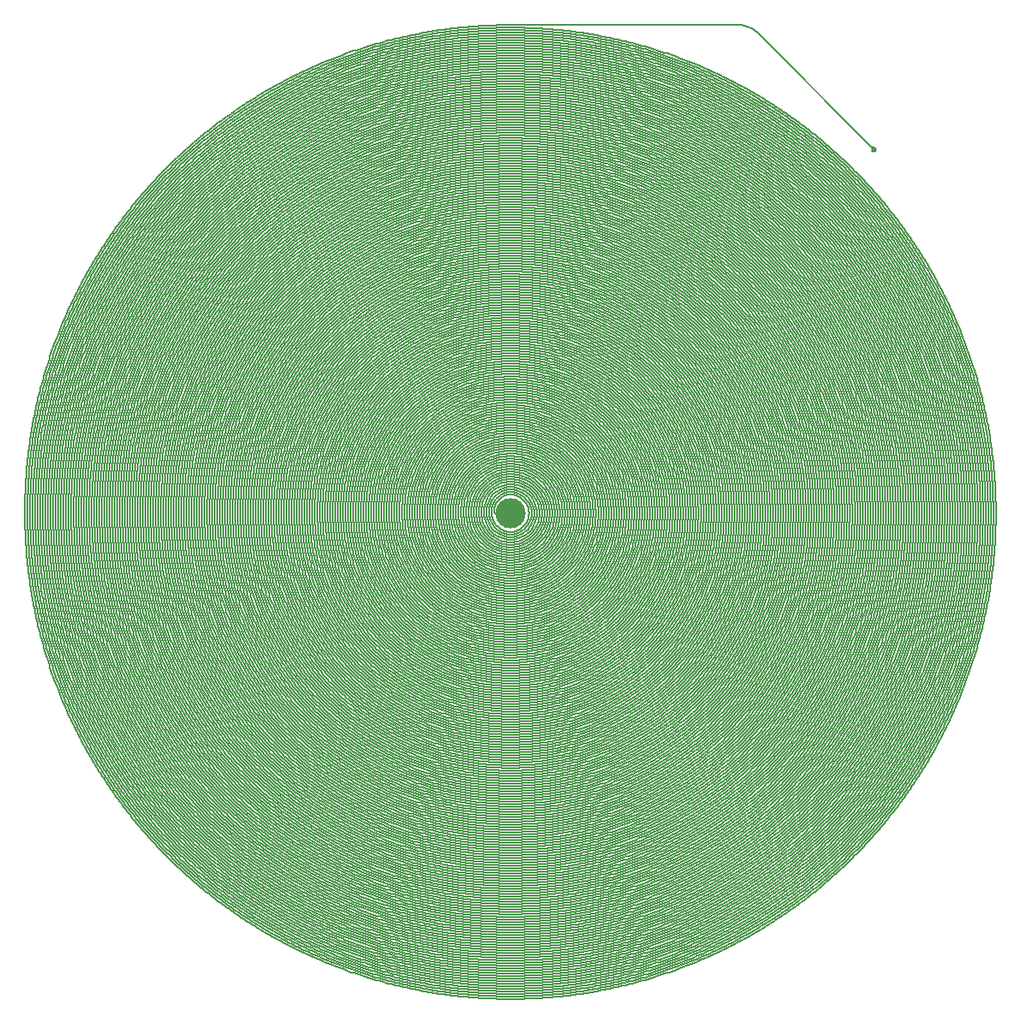
<source format=gtl>
G04 Layer_Physical_Order=1*
G04 Layer_Color=255*
%FSLAX25Y25*%
%MOIN*%
G70*
G01*
G75*
%ADD10C,0.00500*%
%ADD11C,0.11811*%
%ADD12C,0.02362*%
G36*
X-5885Y487D02*
Y-487D01*
X-5891Y-460D01*
X-5903Y-428D01*
X-5922Y-392D01*
X-5948Y-352D01*
X-5981Y-306D01*
X-6067Y-202D01*
X-6181Y-79D01*
X-6248Y-11D01*
X-6073Y521D01*
X-5885Y487D01*
D02*
G37*
G36*
X140661Y143166D02*
X140740Y143111D01*
X140828Y143063D01*
X140927Y143022D01*
X141034Y142988D01*
X141152Y142959D01*
X141280Y142938D01*
X141417Y142923D01*
X141720Y142913D01*
X140551Y141744D01*
X140550Y141901D01*
X140526Y142185D01*
X140505Y142312D01*
X140477Y142430D01*
X140442Y142538D01*
X140401Y142636D01*
X140354Y142725D01*
X140299Y142804D01*
X140238Y142873D01*
X140592Y143226D01*
X140661Y143166D01*
D02*
G37*
D10*
X96202Y187262D02*
X95461Y187934D01*
X94657Y188531D01*
X93798Y189045D01*
X92893Y189473D01*
X91951Y189810D01*
X90980Y190054D01*
X89990Y190200D01*
X88990Y190250D01*
X0Y7250D02*
X-978Y7173D01*
X-1931Y6944D01*
X-2837Y6569D01*
X-3674Y6056D01*
X-4419Y5419D01*
X-5056Y4674D01*
X-5569Y3837D01*
X-5944Y2931D01*
X-6173Y1978D01*
X-6250Y1000D01*
X7250Y0D02*
X7176Y1032D01*
X6956Y2043D01*
X6595Y3012D01*
X6099Y3920D01*
X5479Y4748D01*
X4748Y5479D01*
X3920Y6099D01*
X3012Y6595D01*
X2043Y6956D01*
X1032Y7176D01*
X0Y7250D01*
Y-7250D02*
X1032Y-7176D01*
X2043Y-6956D01*
X3012Y-6595D01*
X3920Y-6099D01*
X4748Y-5479D01*
X5479Y-4748D01*
X6099Y-3920D01*
X6595Y-3012D01*
X6956Y-2042D01*
X7176Y-1032D01*
X7250Y0D01*
X-7250D02*
X-7176Y-1032D01*
X-6956Y-2043D01*
X-6595Y-3012D01*
X-6099Y-3920D01*
X-5479Y-4748D01*
X-4748Y-5479D01*
X-3920Y-6099D01*
X-3012Y-6595D01*
X-2042Y-6956D01*
X-1032Y-7176D01*
X0Y-7250D01*
Y8250D02*
X-1032Y8176D01*
X-2043Y7956D01*
X-3012Y7595D01*
X-3920Y7099D01*
X-4748Y6479D01*
X-5479Y5748D01*
X-6099Y4920D01*
X-6595Y4012D01*
X-6956Y3043D01*
X-7176Y2032D01*
X-7250Y1000D01*
X8250Y0D02*
X8190Y994D01*
X8010Y1974D01*
X7714Y2926D01*
X7305Y3834D01*
X6790Y4687D01*
X6175Y5471D01*
X5471Y6175D01*
X4687Y6790D01*
X3834Y7305D01*
X2926Y7714D01*
X1974Y8010D01*
X994Y8190D01*
X0Y8250D01*
Y-8250D02*
X994Y-8190D01*
X1974Y-8010D01*
X2926Y-7714D01*
X3834Y-7305D01*
X4687Y-6790D01*
X5471Y-6175D01*
X6175Y-5471D01*
X6790Y-4687D01*
X7305Y-3834D01*
X7714Y-2926D01*
X8010Y-1974D01*
X8190Y-994D01*
X8250Y-0D01*
X-8250Y0D02*
X-8190Y-994D01*
X-8010Y-1974D01*
X-7714Y-2926D01*
X-7305Y-3834D01*
X-6790Y-4687D01*
X-6175Y-5471D01*
X-5471Y-6175D01*
X-4687Y-6790D01*
X-3834Y-7305D01*
X-2926Y-7714D01*
X-1974Y-8010D01*
X-994Y-8190D01*
X0Y-8250D01*
Y9250D02*
X-994Y9190D01*
X-1974Y9010D01*
X-2926Y8714D01*
X-3834Y8305D01*
X-4687Y7790D01*
X-5471Y7175D01*
X-6175Y6471D01*
X-6790Y5686D01*
X-7305Y4834D01*
X-7714Y3926D01*
X-8010Y2974D01*
X-8190Y1994D01*
X-8250Y1000D01*
X9250Y0D02*
X9199Y967D01*
X9048Y1923D01*
X8797Y2858D01*
X8450Y3762D01*
X8011Y4625D01*
X7483Y5437D01*
X6874Y6189D01*
X6189Y6874D01*
X5437Y7483D01*
X4625Y8011D01*
X3762Y8450D01*
X2858Y8797D01*
X1923Y9048D01*
X967Y9199D01*
X0Y9250D01*
Y-9250D02*
X967Y-9199D01*
X1923Y-9048D01*
X2858Y-8797D01*
X3762Y-8450D01*
X4625Y-8011D01*
X5437Y-7483D01*
X6189Y-6874D01*
X6874Y-6189D01*
X7483Y-5437D01*
X8011Y-4625D01*
X8450Y-3762D01*
X8797Y-2858D01*
X9048Y-1923D01*
X9199Y-967D01*
X9250Y0D01*
X-9250D02*
X-9199Y-967D01*
X-9048Y-1923D01*
X-8797Y-2858D01*
X-8450Y-3762D01*
X-8011Y-4625D01*
X-7483Y-5437D01*
X-6874Y-6189D01*
X-6189Y-6874D01*
X-5437Y-7483D01*
X-4625Y-8011D01*
X-3762Y-8450D01*
X-2858Y-8797D01*
X-1923Y-9048D01*
X-967Y-9199D01*
X0Y-9250D01*
Y10250D02*
X-967Y10199D01*
X-1923Y10048D01*
X-2858Y9797D01*
X-3762Y9450D01*
X-4625Y9011D01*
X-5437Y8483D01*
X-6189Y7874D01*
X-6874Y7189D01*
X-7483Y6437D01*
X-8011Y5625D01*
X-8450Y4762D01*
X-8797Y3858D01*
X-9048Y2923D01*
X-9199Y1967D01*
X-9250Y1000D01*
X10250Y0D02*
X10201Y1005D01*
X10053Y2000D01*
X9809Y2975D01*
X9470Y3923D01*
X9040Y4832D01*
X8523Y5695D01*
X7923Y6503D01*
X7248Y7248D01*
X6503Y7923D01*
X5695Y8523D01*
X4832Y9040D01*
X3923Y9470D01*
X2975Y9809D01*
X2000Y10053D01*
X1005Y10201D01*
X0Y10250D01*
Y-10250D02*
X1005Y-10201D01*
X2000Y-10053D01*
X2975Y-9809D01*
X3923Y-9470D01*
X4832Y-9040D01*
X5695Y-8523D01*
X6503Y-7923D01*
X7248Y-7248D01*
X7923Y-6503D01*
X8523Y-5695D01*
X9040Y-4832D01*
X9470Y-3923D01*
X9809Y-2975D01*
X10053Y-2000D01*
X10201Y-1005D01*
X10250Y0D01*
X-10250D02*
X-10201Y-1005D01*
X-10053Y-2000D01*
X-9809Y-2975D01*
X-9470Y-3923D01*
X-9040Y-4832D01*
X-8523Y-5695D01*
X-7923Y-6503D01*
X-7248Y-7248D01*
X-6503Y-7923D01*
X-5695Y-8523D01*
X-4832Y-9040D01*
X-3923Y-9470D01*
X-2975Y-9809D01*
X-2000Y-10053D01*
X-1005Y-10201D01*
X0Y-10250D01*
Y11250D02*
X-1005Y11201D01*
X-2000Y11053D01*
X-2975Y10809D01*
X-3923Y10470D01*
X-4832Y10040D01*
X-5695Y9522D01*
X-6503Y8923D01*
X-7248Y8248D01*
X-7923Y7502D01*
X-8523Y6695D01*
X-9040Y5832D01*
X-9470Y4922D01*
X-9809Y3975D01*
X-10053Y3000D01*
X-10201Y2005D01*
X-10250Y1000D01*
X11250Y0D02*
X11207Y981D01*
X11079Y1953D01*
X10867Y2912D01*
X10571Y3848D01*
X10196Y4754D01*
X9743Y5625D01*
X9215Y6453D01*
X8618Y7231D01*
X7955Y7955D01*
X7231Y8618D01*
X6453Y9215D01*
X5625Y9743D01*
X4754Y10196D01*
X3848Y10571D01*
X2912Y10867D01*
X1953Y11079D01*
X981Y11207D01*
X0Y11250D01*
Y-11250D02*
X981Y-11207D01*
X1953Y-11079D01*
X2912Y-10867D01*
X3848Y-10571D01*
X4754Y-10196D01*
X5625Y-9743D01*
X6453Y-9215D01*
X7231Y-8618D01*
X7955Y-7955D01*
X8618Y-7231D01*
X9215Y-6453D01*
X9743Y-5625D01*
X10196Y-4754D01*
X10571Y-3848D01*
X10867Y-2912D01*
X11079Y-1953D01*
X11207Y-981D01*
X11250Y0D01*
X-11250D02*
X-11207Y-981D01*
X-11079Y-1953D01*
X-10867Y-2912D01*
X-10571Y-3848D01*
X-10196Y-4754D01*
X-9743Y-5625D01*
X-9215Y-6453D01*
X-8618Y-7231D01*
X-7955Y-7955D01*
X-7231Y-8618D01*
X-6453Y-9215D01*
X-5625Y-9743D01*
X-4754Y-10196D01*
X-3848Y-10571D01*
X-2912Y-10867D01*
X-1953Y-11079D01*
X-981Y-11207D01*
X0Y-11250D01*
Y12250D02*
X-981Y12207D01*
X-1953Y12079D01*
X-2912Y11867D01*
X-3848Y11571D01*
X-4754Y11196D01*
X-5625Y10743D01*
X-6453Y10215D01*
X-7231Y9618D01*
X-7955Y8955D01*
X-8618Y8231D01*
X-9215Y7453D01*
X-9743Y6625D01*
X-10196Y5754D01*
X-10571Y4848D01*
X-10867Y3912D01*
X-11079Y2953D01*
X-11207Y1980D01*
X-11250Y1000D01*
X12250Y0D02*
X12208Y1012D01*
X12083Y2016D01*
X11875Y3007D01*
X11586Y3978D01*
X11218Y4921D01*
X10774Y5830D01*
X10255Y6700D01*
X9667Y7524D01*
X9013Y8297D01*
X8297Y9013D01*
X7524Y9667D01*
X6700Y10255D01*
X5830Y10774D01*
X4921Y11218D01*
X3978Y11586D01*
X3007Y11875D01*
X2016Y12083D01*
X1012Y12208D01*
X0Y12250D01*
Y-12250D02*
X1012Y-12208D01*
X2016Y-12083D01*
X3007Y-11875D01*
X3978Y-11586D01*
X4921Y-11218D01*
X5830Y-10774D01*
X6700Y-10255D01*
X7524Y-9667D01*
X8297Y-9013D01*
X9013Y-8297D01*
X9667Y-7524D01*
X10255Y-6700D01*
X10774Y-5830D01*
X11218Y-4921D01*
X11586Y-3978D01*
X11875Y-3007D01*
X12083Y-2016D01*
X12208Y-1012D01*
X12250Y0D01*
X-12250D02*
X-12208Y-1012D01*
X-12083Y-2016D01*
X-11875Y-3007D01*
X-11586Y-3978D01*
X-11218Y-4921D01*
X-10774Y-5830D01*
X-10255Y-6700D01*
X-9667Y-7524D01*
X-9013Y-8297D01*
X-8297Y-9013D01*
X-7524Y-9667D01*
X-6700Y-10255D01*
X-5830Y-10774D01*
X-4921Y-11218D01*
X-3978Y-11586D01*
X-3007Y-11875D01*
X-2016Y-12083D01*
X-1012Y-12208D01*
X0Y-12250D01*
Y13250D02*
X-1012Y13208D01*
X-2016Y13083D01*
X-3007Y12875D01*
X-3978Y12586D01*
X-4921Y12218D01*
X-5830Y11773D01*
X-6700Y11255D01*
X-7524Y10667D01*
X-8297Y10013D01*
X-9013Y9297D01*
X-9667Y8524D01*
X-10255Y7700D01*
X-10774Y6830D01*
X-11218Y5921D01*
X-11586Y4978D01*
X-11875Y4007D01*
X-12083Y3016D01*
X-12208Y2012D01*
X-12250Y1000D01*
X13250Y0D02*
X13213Y990D01*
X13102Y1975D01*
X12918Y2948D01*
X12661Y3906D01*
X12334Y4841D01*
X11938Y5749D01*
X11475Y6625D01*
X10948Y7464D01*
X10359Y8261D01*
X9713Y9012D01*
X9012Y9713D01*
X8261Y10359D01*
X7464Y10948D01*
X6625Y11475D01*
X5749Y11938D01*
X4841Y12334D01*
X3906Y12661D01*
X2948Y12918D01*
X1975Y13102D01*
X990Y13213D01*
X0Y13250D01*
Y-13250D02*
X990Y-13213D01*
X1975Y-13102D01*
X2948Y-12918D01*
X3906Y-12661D01*
X4841Y-12334D01*
X5749Y-11938D01*
X6625Y-11475D01*
X7464Y-10948D01*
X8261Y-10359D01*
X9012Y-9713D01*
X9713Y-9012D01*
X10359Y-8261D01*
X10948Y-7464D01*
X11475Y-6625D01*
X11938Y-5749D01*
X12334Y-4841D01*
X12661Y-3906D01*
X12918Y-2948D01*
X13102Y-1975D01*
X13213Y-990D01*
X13250Y-0D01*
X-13250Y0D02*
X-13213Y-990D01*
X-13102Y-1975D01*
X-12918Y-2948D01*
X-12661Y-3906D01*
X-12334Y-4841D01*
X-11938Y-5749D01*
X-11475Y-6625D01*
X-10948Y-7464D01*
X-10359Y-8261D01*
X-9713Y-9012D01*
X-9012Y-9713D01*
X-8261Y-10359D01*
X-7464Y-10948D01*
X-6625Y-11475D01*
X-5749Y-11938D01*
X-4841Y-12334D01*
X-3906Y-12661D01*
X-2948Y-12918D01*
X-1975Y-13102D01*
X-990Y-13213D01*
X0Y-13250D01*
Y14250D02*
X-990Y14213D01*
X-1975Y14102D01*
X-2948Y13918D01*
X-3906Y13661D01*
X-4841Y13334D01*
X-5749Y12938D01*
X-6625Y12475D01*
X-7464Y11948D01*
X-8261Y11359D01*
X-9012Y10713D01*
X-9713Y10012D01*
X-10359Y9261D01*
X-10948Y8464D01*
X-11475Y7625D01*
X-11938Y6749D01*
X-12334Y5841D01*
X-12661Y4905D01*
X-12918Y3948D01*
X-13102Y2975D01*
X-13213Y1990D01*
X-13250Y1000D01*
X14250Y0D02*
X14214Y1017D01*
X14105Y2028D01*
X13924Y3029D01*
X13673Y4015D01*
X13352Y4980D01*
X12962Y5920D01*
X12507Y6829D01*
X11988Y7704D01*
X11408Y8540D01*
X10769Y9332D01*
X10076Y10076D01*
X9332Y10769D01*
X8540Y11408D01*
X7704Y11988D01*
X6829Y12507D01*
X5920Y12962D01*
X4980Y13352D01*
X4015Y13673D01*
X3029Y13924D01*
X2028Y14105D01*
X1017Y14214D01*
X0Y14250D01*
Y-14250D02*
X1017Y-14214D01*
X2028Y-14105D01*
X3029Y-13924D01*
X4015Y-13673D01*
X4980Y-13352D01*
X5920Y-12962D01*
X6829Y-12507D01*
X7704Y-11988D01*
X8540Y-11408D01*
X9332Y-10769D01*
X10076Y-10076D01*
X10769Y-9332D01*
X11408Y-8540D01*
X11988Y-7704D01*
X12507Y-6829D01*
X12962Y-5920D01*
X13352Y-4980D01*
X13673Y-4015D01*
X13924Y-3029D01*
X14105Y-2028D01*
X14214Y-1017D01*
X14250Y0D01*
X-14250D02*
X-14214Y-1017D01*
X-14105Y-2028D01*
X-13924Y-3029D01*
X-13673Y-4015D01*
X-13352Y-4980D01*
X-12962Y-5920D01*
X-12507Y-6829D01*
X-11988Y-7704D01*
X-11408Y-8540D01*
X-10769Y-9332D01*
X-10076Y-10076D01*
X-9332Y-10769D01*
X-8540Y-11408D01*
X-7704Y-11988D01*
X-6829Y-12507D01*
X-5920Y-12962D01*
X-4980Y-13352D01*
X-4015Y-13673D01*
X-3029Y-13924D01*
X-2028Y-14105D01*
X-1017Y-14214D01*
X0Y-14250D01*
Y15250D02*
X-1017Y15214D01*
X-2028Y15105D01*
X-3029Y14924D01*
X-4015Y14673D01*
X-4980Y14352D01*
X-5920Y13962D01*
X-6829Y13507D01*
X-7704Y12988D01*
X-8540Y12408D01*
X-9332Y11769D01*
X-10076Y11076D01*
X-10769Y10332D01*
X-11408Y9540D01*
X-11988Y8704D01*
X-12507Y7829D01*
X-12962Y6920D01*
X-13352Y5980D01*
X-13673Y5015D01*
X-13924Y4029D01*
X-14105Y3028D01*
X-14214Y2017D01*
X-14250Y1000D01*
X15250Y0D02*
X15217Y997D01*
X15120Y1991D01*
X14957Y2975D01*
X14730Y3947D01*
X14441Y4902D01*
X14089Y5836D01*
X13677Y6745D01*
X13207Y7625D01*
X12680Y8472D01*
X12099Y9284D01*
X11466Y10055D01*
X10783Y10783D01*
X10055Y11466D01*
X9284Y12099D01*
X8472Y12680D01*
X7625Y13207D01*
X6745Y13677D01*
X5836Y14089D01*
X4902Y14441D01*
X3947Y14730D01*
X2975Y14957D01*
X1991Y15120D01*
X997Y15217D01*
X0Y15250D01*
Y-15250D02*
X997Y-15217D01*
X1991Y-15120D01*
X2975Y-14957D01*
X3947Y-14730D01*
X4902Y-14441D01*
X5836Y-14089D01*
X6745Y-13677D01*
X7625Y-13207D01*
X8472Y-12680D01*
X9284Y-12099D01*
X10055Y-11466D01*
X10783Y-10783D01*
X11466Y-10055D01*
X12099Y-9284D01*
X12680Y-8472D01*
X13207Y-7625D01*
X13677Y-6745D01*
X14089Y-5836D01*
X14441Y-4902D01*
X14730Y-3947D01*
X14957Y-2975D01*
X15120Y-1991D01*
X15217Y-997D01*
X15250Y0D01*
X-15250D02*
X-15217Y-997D01*
X-15120Y-1991D01*
X-14957Y-2975D01*
X-14730Y-3947D01*
X-14441Y-4902D01*
X-14089Y-5836D01*
X-13677Y-6745D01*
X-13207Y-7625D01*
X-12680Y-8472D01*
X-12099Y-9284D01*
X-11466Y-10055D01*
X-10783Y-10783D01*
X-10055Y-11466D01*
X-9284Y-12099D01*
X-8472Y-12680D01*
X-7625Y-13207D01*
X-6745Y-13677D01*
X-5836Y-14089D01*
X-4902Y-14441D01*
X-3947Y-14730D01*
X-2975Y-14957D01*
X-1991Y-15120D01*
X-997Y-15217D01*
X0Y-15250D01*
Y16250D02*
X-997Y16217D01*
X-1991Y16119D01*
X-2975Y15957D01*
X-3947Y15730D01*
X-4902Y15441D01*
X-5836Y15089D01*
X-6745Y14677D01*
X-7625Y14207D01*
X-8472Y13680D01*
X-9284Y13099D01*
X-10055Y12466D01*
X-10783Y11783D01*
X-11466Y11055D01*
X-12099Y10284D01*
X-12680Y9472D01*
X-13207Y8625D01*
X-13677Y7745D01*
X-14089Y6836D01*
X-14441Y5902D01*
X-14730Y4947D01*
X-14957Y3975D01*
X-15120Y2991D01*
X-15217Y1997D01*
X-15250Y1000D01*
X16250Y0D02*
X16220Y981D01*
X16131Y1959D01*
X15984Y2929D01*
X15778Y3889D01*
X15514Y4834D01*
X15194Y5762D01*
X14818Y6669D01*
X14389Y7552D01*
X13906Y8407D01*
X13374Y9231D01*
X12792Y10022D01*
X12163Y10776D01*
X11490Y11490D01*
X10776Y12163D01*
X10022Y12792D01*
X9231Y13374D01*
X8407Y13906D01*
X7552Y14389D01*
X6669Y14818D01*
X5762Y15194D01*
X4834Y15514D01*
X3889Y15778D01*
X2929Y15984D01*
X1959Y16131D01*
X981Y16220D01*
X0Y16250D01*
Y-16250D02*
X981Y-16220D01*
X1959Y-16131D01*
X2929Y-15984D01*
X3889Y-15778D01*
X4834Y-15514D01*
X5762Y-15194D01*
X6669Y-14818D01*
X7552Y-14389D01*
X8407Y-13906D01*
X9231Y-13373D01*
X10022Y-12792D01*
X10776Y-12163D01*
X11490Y-11490D01*
X12163Y-10776D01*
X12792Y-10022D01*
X13374Y-9231D01*
X13906Y-8407D01*
X14389Y-7552D01*
X14818Y-6669D01*
X15194Y-5762D01*
X15514Y-4834D01*
X15778Y-3889D01*
X15984Y-2929D01*
X16131Y-1959D01*
X16220Y-981D01*
X16250Y0D01*
X-16250D02*
X-16220Y-981D01*
X-16131Y-1959D01*
X-15984Y-2929D01*
X-15778Y-3889D01*
X-15514Y-4834D01*
X-15194Y-5762D01*
X-14818Y-6669D01*
X-14389Y-7552D01*
X-13906Y-8407D01*
X-13374Y-9231D01*
X-12792Y-10022D01*
X-12163Y-10776D01*
X-11490Y-11490D01*
X-10776Y-12163D01*
X-10022Y-12792D01*
X-9231Y-13373D01*
X-8407Y-13906D01*
X-7552Y-14389D01*
X-6669Y-14818D01*
X-5762Y-15194D01*
X-4834Y-15514D01*
X-3889Y-15778D01*
X-2929Y-15984D01*
X-1959Y-16131D01*
X-981Y-16220D01*
X-0Y-16250D01*
X0Y17250D02*
X-981Y17220D01*
X-1959Y17131D01*
X-2929Y16984D01*
X-3889Y16778D01*
X-4834Y16514D01*
X-5762Y16194D01*
X-6669Y15818D01*
X-7552Y15389D01*
X-8407Y14906D01*
X-9231Y14374D01*
X-10022Y13792D01*
X-10776Y13163D01*
X-11490Y12490D01*
X-12163Y11776D01*
X-12792Y11022D01*
X-13374Y10231D01*
X-13906Y9407D01*
X-14389Y8552D01*
X-14818Y7669D01*
X-15194Y6762D01*
X-15514Y5834D01*
X-15778Y4889D01*
X-15984Y3929D01*
X-16131Y2959D01*
X-16220Y1981D01*
X-16250Y1000D01*
X17250Y0D02*
X17221Y1003D01*
X17133Y2003D01*
X16988Y2995D01*
X16785Y3978D01*
X16525Y4947D01*
X16210Y5900D01*
X15839Y6832D01*
X15415Y7742D01*
X14939Y8625D01*
X14412Y9479D01*
X13837Y10301D01*
X13214Y11088D01*
X12547Y11838D01*
X11838Y12547D01*
X11088Y13214D01*
X10301Y13837D01*
X9479Y14412D01*
X8625Y14939D01*
X7742Y15415D01*
X6832Y15839D01*
X5900Y16210D01*
X4947Y16525D01*
X3978Y16785D01*
X2995Y16988D01*
X2003Y17133D01*
X1003Y17221D01*
X0Y17250D01*
Y-17250D02*
X1003Y-17221D01*
X2003Y-17133D01*
X2995Y-16988D01*
X3978Y-16785D01*
X4947Y-16525D01*
X5900Y-16210D01*
X6832Y-15839D01*
X7742Y-15415D01*
X8625Y-14939D01*
X9479Y-14412D01*
X10301Y-13837D01*
X11088Y-13214D01*
X11838Y-12547D01*
X12547Y-11838D01*
X13214Y-11088D01*
X13837Y-10301D01*
X14412Y-9479D01*
X14939Y-8625D01*
X15415Y-7742D01*
X15839Y-6832D01*
X16210Y-5900D01*
X16525Y-4947D01*
X16785Y-3978D01*
X16988Y-2995D01*
X17133Y-2002D01*
X17221Y-1003D01*
X17250Y0D01*
X-17250D02*
X-17221Y-1003D01*
X-17133Y-2003D01*
X-16988Y-2995D01*
X-16785Y-3978D01*
X-16525Y-4947D01*
X-16210Y-5900D01*
X-15839Y-6832D01*
X-15415Y-7742D01*
X-14939Y-8625D01*
X-14412Y-9479D01*
X-13837Y-10301D01*
X-13214Y-11088D01*
X-12547Y-11838D01*
X-11838Y-12547D01*
X-11088Y-13214D01*
X-10301Y-13837D01*
X-9479Y-14412D01*
X-8625Y-14939D01*
X-7742Y-15415D01*
X-6832Y-15839D01*
X-5900Y-16210D01*
X-4947Y-16525D01*
X-3978Y-16785D01*
X-2995Y-16988D01*
X-2003Y-17133D01*
X-1003Y-17221D01*
X-0Y-17250D01*
X0Y18250D02*
X-1003Y18221D01*
X-2003Y18133D01*
X-2995Y17988D01*
X-3978Y17785D01*
X-4947Y17525D01*
X-5900Y17210D01*
X-6832Y16839D01*
X-7742Y16415D01*
X-8625Y15939D01*
X-9479Y15412D01*
X-10301Y14837D01*
X-11088Y14214D01*
X-11838Y13547D01*
X-12547Y12838D01*
X-13214Y12088D01*
X-13837Y11301D01*
X-14412Y10479D01*
X-14939Y9625D01*
X-15415Y8742D01*
X-15839Y7832D01*
X-16210Y6900D01*
X-16525Y5947D01*
X-16785Y4978D01*
X-16988Y3995D01*
X-17133Y3003D01*
X-17221Y2003D01*
X-17250Y1000D01*
X18250Y0D02*
X18223Y988D01*
X18143Y1973D01*
X18010Y2953D01*
X17823Y3923D01*
X17585Y4882D01*
X17295Y5827D01*
X16954Y6755D01*
X16563Y7663D01*
X16124Y8548D01*
X15638Y9409D01*
X15105Y10242D01*
X14529Y11044D01*
X13909Y11815D01*
X13249Y12551D01*
X12551Y13249D01*
X11815Y13909D01*
X11044Y14529D01*
X10242Y15105D01*
X9409Y15638D01*
X8548Y16124D01*
X7663Y16563D01*
X6755Y16954D01*
X5827Y17295D01*
X4882Y17585D01*
X3923Y17823D01*
X2953Y18010D01*
X1973Y18143D01*
X988Y18223D01*
X0Y18250D01*
Y-18250D02*
X988Y-18223D01*
X1973Y-18143D01*
X2953Y-18010D01*
X3923Y-17823D01*
X4882Y-17585D01*
X5827Y-17295D01*
X6755Y-16954D01*
X7663Y-16563D01*
X8548Y-16124D01*
X9409Y-15638D01*
X10242Y-15105D01*
X11044Y-14529D01*
X11815Y-13909D01*
X12551Y-13249D01*
X13249Y-12551D01*
X13909Y-11815D01*
X14529Y-11044D01*
X15105Y-10242D01*
X15638Y-9409D01*
X16124Y-8548D01*
X16563Y-7663D01*
X16954Y-6755D01*
X17295Y-5827D01*
X17585Y-4882D01*
X17823Y-3923D01*
X18010Y-2953D01*
X18143Y-1973D01*
X18223Y-988D01*
X18250Y0D01*
X-18250D02*
X-18223Y-988D01*
X-18143Y-1973D01*
X-18010Y-2953D01*
X-17823Y-3923D01*
X-17585Y-4882D01*
X-17295Y-5827D01*
X-16954Y-6755D01*
X-16563Y-7663D01*
X-16124Y-8548D01*
X-15638Y-9409D01*
X-15105Y-10242D01*
X-14529Y-11044D01*
X-13909Y-11815D01*
X-13249Y-12551D01*
X-12551Y-13249D01*
X-11815Y-13909D01*
X-11044Y-14529D01*
X-10242Y-15105D01*
X-9409Y-15638D01*
X-8548Y-16124D01*
X-7663Y-16563D01*
X-6755Y-16954D01*
X-5827Y-17295D01*
X-4882Y-17585D01*
X-3923Y-17823D01*
X-2953Y-18010D01*
X-1973Y-18143D01*
X-988Y-18223D01*
X0Y-18250D01*
Y19250D02*
X-988Y19223D01*
X-1973Y19143D01*
X-2953Y19010D01*
X-3923Y18823D01*
X-4882Y18585D01*
X-5827Y18295D01*
X-6755Y17954D01*
X-7663Y17563D01*
X-8548Y17124D01*
X-9409Y16638D01*
X-10242Y16105D01*
X-11044Y15529D01*
X-11815Y14909D01*
X-12551Y14249D01*
X-13249Y13551D01*
X-13909Y12815D01*
X-14529Y12044D01*
X-15105Y11242D01*
X-15638Y10409D01*
X-16124Y9548D01*
X-16563Y8663D01*
X-16954Y7755D01*
X-17295Y6827D01*
X-17585Y5882D01*
X-17823Y4923D01*
X-18010Y3952D01*
X-18143Y2973D01*
X-18223Y1988D01*
X-18250Y1000D01*
X19250Y0D02*
X19224Y1008D01*
X19144Y2012D01*
X19013Y3011D01*
X18829Y4002D01*
X18594Y4982D01*
X18308Y5949D01*
X17971Y6899D01*
X17586Y7830D01*
X17152Y8739D01*
X16671Y9625D01*
X16144Y10484D01*
X15574Y11315D01*
X14960Y12114D01*
X14306Y12881D01*
X13612Y13612D01*
X12881Y14306D01*
X12114Y14960D01*
X11315Y15574D01*
X10484Y16144D01*
X9625Y16671D01*
X8739Y17152D01*
X7830Y17586D01*
X6899Y17971D01*
X5949Y18308D01*
X4982Y18594D01*
X4002Y18829D01*
X3011Y19013D01*
X2012Y19144D01*
X1008Y19224D01*
X0Y19250D01*
Y-19250D02*
X1008Y-19224D01*
X2012Y-19144D01*
X3011Y-19013D01*
X4002Y-18829D01*
X4982Y-18594D01*
X5949Y-18308D01*
X6899Y-17971D01*
X7830Y-17586D01*
X8739Y-17152D01*
X9625Y-16671D01*
X10484Y-16144D01*
X11315Y-15574D01*
X12114Y-14960D01*
X12881Y-14306D01*
X13612Y-13612D01*
X14306Y-12881D01*
X14960Y-12114D01*
X15574Y-11315D01*
X16144Y-10484D01*
X16671Y-9625D01*
X17152Y-8739D01*
X17586Y-7830D01*
X17971Y-6899D01*
X18308Y-5949D01*
X18594Y-4982D01*
X18829Y-4002D01*
X19013Y-3011D01*
X19144Y-2012D01*
X19224Y-1008D01*
X19250Y0D01*
X-19250D02*
X-19224Y-1008D01*
X-19144Y-2012D01*
X-19013Y-3011D01*
X-18829Y-4002D01*
X-18594Y-4982D01*
X-18308Y-5949D01*
X-17971Y-6899D01*
X-17586Y-7830D01*
X-17152Y-8739D01*
X-16671Y-9625D01*
X-16144Y-10484D01*
X-15574Y-11315D01*
X-14960Y-12114D01*
X-14306Y-12881D01*
X-13612Y-13612D01*
X-12881Y-14306D01*
X-12114Y-14960D01*
X-11315Y-15574D01*
X-10484Y-16144D01*
X-9625Y-16671D01*
X-8739Y-17152D01*
X-7830Y-17586D01*
X-6899Y-17971D01*
X-5949Y-18308D01*
X-4982Y-18594D01*
X-4002Y-18829D01*
X-3011Y-19013D01*
X-2012Y-19144D01*
X-1008Y-19224D01*
X0Y-19250D01*
Y20250D02*
X-1008Y20224D01*
X-2012Y20144D01*
X-3011Y20013D01*
X-4002Y19829D01*
X-4982Y19594D01*
X-5949Y19308D01*
X-6899Y18971D01*
X-7830Y18586D01*
X-8739Y18152D01*
X-9625Y17671D01*
X-10484Y17144D01*
X-11315Y16574D01*
X-12114Y15960D01*
X-12881Y15305D01*
X-13612Y14612D01*
X-14306Y13881D01*
X-14960Y13114D01*
X-15574Y12315D01*
X-16144Y11484D01*
X-16671Y10625D01*
X-17152Y9739D01*
X-17586Y8830D01*
X-17971Y7899D01*
X-18308Y6949D01*
X-18594Y5982D01*
X-18829Y5002D01*
X-19013Y4011D01*
X-19144Y3012D01*
X-19224Y2008D01*
X-19250Y1000D01*
X20250Y0D02*
X20226Y994D01*
X20152Y1985D01*
X20031Y2971D01*
X19861Y3951D01*
X19643Y4920D01*
X19378Y5878D01*
X19066Y6822D01*
X18709Y7749D01*
X18306Y8658D01*
X17859Y9546D01*
X17369Y10411D01*
X16837Y11250D01*
X16265Y12063D01*
X15653Y12846D01*
X15004Y13599D01*
X14319Y14319D01*
X13599Y15004D01*
X12846Y15653D01*
X12063Y16265D01*
X11250Y16837D01*
X10411Y17369D01*
X9546Y17859D01*
X8658Y18306D01*
X7749Y18709D01*
X6822Y19066D01*
X5878Y19378D01*
X4920Y19643D01*
X3951Y19861D01*
X2971Y20031D01*
X1985Y20152D01*
X994Y20226D01*
X0Y20250D01*
Y-20250D02*
X994Y-20226D01*
X1985Y-20152D01*
X2971Y-20031D01*
X3951Y-19861D01*
X4920Y-19643D01*
X5878Y-19378D01*
X6822Y-19066D01*
X7749Y-18709D01*
X8658Y-18306D01*
X9546Y-17859D01*
X10411Y-17369D01*
X11250Y-16837D01*
X12063Y-16265D01*
X12846Y-15653D01*
X13599Y-15004D01*
X14319Y-14319D01*
X15004Y-13599D01*
X15653Y-12846D01*
X16265Y-12063D01*
X16837Y-11250D01*
X17369Y-10411D01*
X17859Y-9546D01*
X18306Y-8658D01*
X18709Y-7749D01*
X19066Y-6822D01*
X19378Y-5878D01*
X19643Y-4920D01*
X19861Y-3951D01*
X20031Y-2971D01*
X20152Y-1985D01*
X20226Y-994D01*
X20250Y0D01*
X-20250D02*
X-20226Y-994D01*
X-20152Y-1985D01*
X-20031Y-2971D01*
X-19861Y-3951D01*
X-19643Y-4920D01*
X-19378Y-5878D01*
X-19066Y-6822D01*
X-18709Y-7749D01*
X-18306Y-8658D01*
X-17859Y-9546D01*
X-17369Y-10411D01*
X-16837Y-11250D01*
X-16265Y-12063D01*
X-15653Y-12846D01*
X-15004Y-13599D01*
X-14319Y-14319D01*
X-13599Y-15004D01*
X-12846Y-15653D01*
X-12063Y-16265D01*
X-11250Y-16837D01*
X-10411Y-17369D01*
X-9546Y-17859D01*
X-8658Y-18306D01*
X-7749Y-18709D01*
X-6822Y-19066D01*
X-5878Y-19378D01*
X-4920Y-19643D01*
X-3951Y-19861D01*
X-2971Y-20031D01*
X-1985Y-20152D01*
X-994Y-20226D01*
X0Y-20250D01*
Y21250D02*
X-994Y21226D01*
X-1985Y21152D01*
X-2971Y21031D01*
X-3951Y20861D01*
X-4920Y20643D01*
X-5878Y20378D01*
X-6822Y20066D01*
X-7749Y19708D01*
X-8658Y19306D01*
X-9546Y18859D01*
X-10411Y18369D01*
X-11250Y17837D01*
X-12063Y17265D01*
X-12846Y16653D01*
X-13599Y16004D01*
X-14319Y15319D01*
X-15004Y14599D01*
X-15653Y13846D01*
X-16265Y13063D01*
X-16837Y12250D01*
X-17369Y11411D01*
X-17859Y10546D01*
X-18306Y9658D01*
X-18709Y8749D01*
X-19066Y7822D01*
X-19378Y6878D01*
X-19643Y5920D01*
X-19861Y4951D01*
X-20031Y3971D01*
X-20152Y2985D01*
X-20226Y1994D01*
X-20250Y1000D01*
X21250Y0D02*
X21226Y1011D01*
X21154Y2020D01*
X21034Y3024D01*
X20866Y4022D01*
X20651Y5010D01*
X20389Y5987D01*
X20081Y6950D01*
X19728Y7898D01*
X19330Y8828D01*
X18888Y9737D01*
X18403Y10625D01*
X17877Y11489D01*
X17310Y12326D01*
X16704Y13136D01*
X16060Y13916D01*
X15379Y14664D01*
X14664Y15379D01*
X13916Y16060D01*
X13136Y16704D01*
X12326Y17310D01*
X11489Y17877D01*
X10625Y18403D01*
X9737Y18888D01*
X8828Y19330D01*
X7898Y19728D01*
X6950Y20081D01*
X5987Y20389D01*
X5010Y20651D01*
X4022Y20866D01*
X3024Y21034D01*
X2020Y21154D01*
X1011Y21226D01*
X0Y21250D01*
X0Y-21250D02*
X1011Y-21226D01*
X2020Y-21154D01*
X3024Y-21034D01*
X4022Y-20866D01*
X5010Y-20651D01*
X5987Y-20389D01*
X6950Y-20081D01*
X7898Y-19728D01*
X8828Y-19330D01*
X9737Y-18888D01*
X10625Y-18403D01*
X11489Y-17877D01*
X12326Y-17310D01*
X13136Y-16704D01*
X13916Y-16060D01*
X14664Y-15379D01*
X15379Y-14664D01*
X16060Y-13916D01*
X16704Y-13136D01*
X17310Y-12326D01*
X17877Y-11489D01*
X18403Y-10625D01*
X18888Y-9737D01*
X19330Y-8828D01*
X19728Y-7898D01*
X20081Y-6950D01*
X20389Y-5987D01*
X20651Y-5010D01*
X20866Y-4022D01*
X21034Y-3024D01*
X21154Y-2020D01*
X21226Y-1011D01*
X21250Y-0D01*
X-21250Y0D02*
X-21226Y-1011D01*
X-21154Y-2020D01*
X-21034Y-3024D01*
X-20866Y-4022D01*
X-20651Y-5010D01*
X-20389Y-5987D01*
X-20081Y-6950D01*
X-19728Y-7898D01*
X-19330Y-8828D01*
X-18888Y-9737D01*
X-18403Y-10625D01*
X-17877Y-11489D01*
X-17310Y-12326D01*
X-16704Y-13136D01*
X-16060Y-13916D01*
X-15379Y-14664D01*
X-14664Y-15379D01*
X-13916Y-16060D01*
X-13136Y-16704D01*
X-12326Y-17310D01*
X-11489Y-17877D01*
X-10625Y-18403D01*
X-9737Y-18888D01*
X-8828Y-19330D01*
X-7898Y-19728D01*
X-6950Y-20081D01*
X-5987Y-20389D01*
X-5010Y-20651D01*
X-4022Y-20866D01*
X-3024Y-21034D01*
X-2020Y-21154D01*
X-1011Y-21226D01*
X0Y-21250D01*
Y22250D02*
X-1011Y22226D01*
X-2020Y22154D01*
X-3024Y22034D01*
X-4022Y21866D01*
X-5010Y21651D01*
X-5987Y21389D01*
X-6950Y21081D01*
X-7898Y20728D01*
X-8828Y20330D01*
X-9737Y19888D01*
X-10625Y19403D01*
X-11489Y18877D01*
X-12326Y18310D01*
X-13136Y17704D01*
X-13916Y17060D01*
X-14664Y16379D01*
X-15379Y15664D01*
X-16060Y14916D01*
X-16704Y14136D01*
X-17310Y13326D01*
X-17877Y12489D01*
X-18403Y11625D01*
X-18888Y10737D01*
X-19330Y9827D01*
X-19728Y8898D01*
X-20081Y7950D01*
X-20389Y6987D01*
X-20651Y6010D01*
X-20866Y5021D01*
X-21034Y4024D01*
X-21154Y3020D01*
X-21226Y2011D01*
X-21250Y1000D01*
X22250Y0D02*
X22228Y998D01*
X22160Y1994D01*
X22049Y2987D01*
X21892Y3973D01*
X21692Y4951D01*
X21448Y5919D01*
X21161Y6876D01*
X20831Y7818D01*
X20459Y8745D01*
X20046Y9654D01*
X19593Y10544D01*
X19101Y11412D01*
X18569Y12257D01*
X18001Y13078D01*
X17396Y13873D01*
X16756Y14639D01*
X16082Y15376D01*
X15376Y16082D01*
X14639Y16756D01*
X13873Y17396D01*
X13078Y18001D01*
X12257Y18569D01*
X11412Y19101D01*
X10544Y19593D01*
X9654Y20046D01*
X8745Y20459D01*
X7818Y20831D01*
X6876Y21161D01*
X5919Y21448D01*
X4951Y21692D01*
X3973Y21892D01*
X2987Y22049D01*
X1994Y22160D01*
X998Y22228D01*
X0Y22250D01*
Y-22250D02*
X998Y-22228D01*
X1994Y-22160D01*
X2987Y-22049D01*
X3973Y-21892D01*
X4951Y-21692D01*
X5919Y-21448D01*
X6876Y-21161D01*
X7818Y-20831D01*
X8745Y-20459D01*
X9654Y-20046D01*
X10544Y-19593D01*
X11412Y-19100D01*
X12257Y-18569D01*
X13078Y-18001D01*
X13873Y-17396D01*
X14639Y-16756D01*
X15376Y-16082D01*
X16082Y-15376D01*
X16756Y-14639D01*
X17396Y-13872D01*
X18001Y-13078D01*
X18569Y-12257D01*
X19101Y-11412D01*
X19593Y-10543D01*
X20047Y-9654D01*
X20459Y-8745D01*
X20831Y-7818D01*
X21161Y-6876D01*
X21448Y-5919D01*
X21692Y-4951D01*
X21892Y-3973D01*
X22049Y-2987D01*
X22160Y-1994D01*
X22228Y-998D01*
X22250Y0D01*
X-22250D02*
X-22228Y-998D01*
X-22160Y-1994D01*
X-22049Y-2987D01*
X-21892Y-3973D01*
X-21692Y-4951D01*
X-21448Y-5919D01*
X-21161Y-6876D01*
X-20831Y-7818D01*
X-20459Y-8745D01*
X-20046Y-9654D01*
X-19593Y-10544D01*
X-19101Y-11412D01*
X-18569Y-12257D01*
X-18001Y-13078D01*
X-17396Y-13873D01*
X-16756Y-14639D01*
X-16082Y-15376D01*
X-15376Y-16082D01*
X-14639Y-16756D01*
X-13873Y-17396D01*
X-13078Y-18001D01*
X-12257Y-18569D01*
X-11412Y-19100D01*
X-10544Y-19593D01*
X-9654Y-20046D01*
X-8745Y-20459D01*
X-7818Y-20831D01*
X-6876Y-21161D01*
X-5919Y-21448D01*
X-4951Y-21692D01*
X-3973Y-21892D01*
X-2987Y-22049D01*
X-1994Y-22160D01*
X-998Y-22228D01*
X0Y-22250D01*
Y23250D02*
X-998Y23228D01*
X-1994Y23160D01*
X-2987Y23049D01*
X-3973Y22892D01*
X-4951Y22692D01*
X-5919Y22448D01*
X-6876Y22161D01*
X-7818Y21831D01*
X-8745Y21460D01*
X-9654Y21046D01*
X-10544Y20593D01*
X-11412Y20100D01*
X-12257Y19569D01*
X-13078Y19001D01*
X-13873Y18396D01*
X-14639Y17756D01*
X-15376Y17082D01*
X-16082Y16376D01*
X-16756Y15639D01*
X-17396Y14873D01*
X-18001Y14078D01*
X-18569Y13258D01*
X-19100Y12412D01*
X-19593Y11544D01*
X-20046Y10654D01*
X-20459Y9745D01*
X-20831Y8818D01*
X-21161Y7876D01*
X-21448Y6919D01*
X-21692Y5951D01*
X-21892Y4973D01*
X-22049Y3987D01*
X-22160Y2994D01*
X-22228Y1998D01*
X-22250Y1000D01*
X23250Y0D02*
X23229Y987D01*
X23166Y1972D01*
X23062Y2953D01*
X22916Y3929D01*
X22728Y4898D01*
X22500Y5858D01*
X22231Y6808D01*
X21922Y7745D01*
X21573Y8669D01*
X21186Y9577D01*
X20761Y10467D01*
X20298Y11339D01*
X19798Y12190D01*
X19263Y13019D01*
X18693Y13825D01*
X18089Y14606D01*
X17453Y15361D01*
X16785Y16087D01*
X16087Y16785D01*
X15361Y17453D01*
X14606Y18089D01*
X13825Y18693D01*
X13019Y19263D01*
X12190Y19798D01*
X11339Y20298D01*
X10467Y20761D01*
X9577Y21186D01*
X8669Y21573D01*
X7745Y21922D01*
X6808Y22231D01*
X5858Y22500D01*
X4898Y22728D01*
X3929Y22916D01*
X2953Y23062D01*
X1972Y23166D01*
X987Y23229D01*
X0Y23250D01*
Y-23250D02*
X987Y-23229D01*
X1972Y-23166D01*
X2953Y-23062D01*
X3929Y-22916D01*
X4898Y-22728D01*
X5858Y-22500D01*
X6808Y-22231D01*
X7745Y-21922D01*
X8669Y-21573D01*
X9577Y-21186D01*
X10467Y-20761D01*
X11339Y-20298D01*
X12190Y-19798D01*
X13019Y-19263D01*
X13825Y-18693D01*
X14606Y-18089D01*
X15361Y-17453D01*
X16087Y-16785D01*
X16785Y-16087D01*
X17453Y-15361D01*
X18089Y-14606D01*
X18693Y-13825D01*
X19263Y-13019D01*
X19798Y-12190D01*
X20298Y-11339D01*
X20761Y-10467D01*
X21186Y-9577D01*
X21573Y-8669D01*
X21922Y-7745D01*
X22231Y-6808D01*
X22500Y-5858D01*
X22728Y-4898D01*
X22916Y-3929D01*
X23062Y-2953D01*
X23166Y-1972D01*
X23229Y-987D01*
X23250Y0D01*
X-23250D02*
X-23229Y-987D01*
X-23166Y-1972D01*
X-23062Y-2953D01*
X-22916Y-3929D01*
X-22728Y-4898D01*
X-22500Y-5858D01*
X-22231Y-6808D01*
X-21922Y-7745D01*
X-21573Y-8669D01*
X-21186Y-9577D01*
X-20761Y-10467D01*
X-20298Y-11339D01*
X-19798Y-12190D01*
X-19263Y-13019D01*
X-18693Y-13825D01*
X-18089Y-14606D01*
X-17453Y-15361D01*
X-16785Y-16087D01*
X-16087Y-16785D01*
X-15361Y-17453D01*
X-14606Y-18089D01*
X-13825Y-18693D01*
X-13019Y-19263D01*
X-12190Y-19798D01*
X-11339Y-20298D01*
X-10467Y-20761D01*
X-9577Y-21186D01*
X-8669Y-21573D01*
X-7745Y-21922D01*
X-6808Y-22231D01*
X-5858Y-22500D01*
X-4898Y-22728D01*
X-3929Y-22916D01*
X-2953Y-23062D01*
X-1972Y-23166D01*
X-987Y-23229D01*
X0Y-23250D01*
Y24250D02*
X-987Y24229D01*
X-1972Y24166D01*
X-2953Y24062D01*
X-3929Y23915D01*
X-4898Y23728D01*
X-5858Y23500D01*
X-6808Y23231D01*
X-7745Y22922D01*
X-8669Y22573D01*
X-9577Y22186D01*
X-10467Y21760D01*
X-11339Y21297D01*
X-12190Y20798D01*
X-13019Y20263D01*
X-13825Y19693D01*
X-14606Y19089D01*
X-15361Y18453D01*
X-16087Y17785D01*
X-16785Y17087D01*
X-17453Y16361D01*
X-18089Y15606D01*
X-18693Y14825D01*
X-19263Y14019D01*
X-19798Y13190D01*
X-20298Y12339D01*
X-20761Y11467D01*
X-21186Y10577D01*
X-21573Y9669D01*
X-21922Y8745D01*
X-22231Y7808D01*
X-22500Y6859D01*
X-22728Y5898D01*
X-22916Y4929D01*
X-23062Y3953D01*
X-23166Y2972D01*
X-23229Y1987D01*
X-23250Y1000D01*
X24250Y0D02*
X24229Y1002D01*
X24167Y2003D01*
X24064Y2999D01*
X23919Y3991D01*
X23734Y4976D01*
X23508Y5953D01*
X23242Y6919D01*
X22936Y7874D01*
X22591Y8815D01*
X22208Y9741D01*
X21786Y10650D01*
X21327Y11542D01*
X20832Y12413D01*
X20301Y13263D01*
X19736Y14091D01*
X19137Y14895D01*
X18505Y15673D01*
X17841Y16424D01*
X17147Y17147D01*
X16424Y17841D01*
X15673Y18505D01*
X14895Y19137D01*
X14091Y19736D01*
X13263Y20301D01*
X12413Y20832D01*
X11542Y21327D01*
X10650Y21786D01*
X9741Y22208D01*
X8815Y22591D01*
X7874Y22936D01*
X6919Y23242D01*
X5953Y23508D01*
X4976Y23734D01*
X3991Y23919D01*
X2999Y24064D01*
X2002Y24167D01*
X1002Y24229D01*
X0Y24250D01*
Y-24250D02*
X1002Y-24229D01*
X2002Y-24167D01*
X2999Y-24064D01*
X3991Y-23919D01*
X4976Y-23734D01*
X5953Y-23508D01*
X6919Y-23242D01*
X7874Y-22936D01*
X8815Y-22591D01*
X9741Y-22208D01*
X10650Y-21786D01*
X11542Y-21327D01*
X12413Y-20832D01*
X13263Y-20301D01*
X14091Y-19736D01*
X14895Y-19137D01*
X15673Y-18505D01*
X16424Y-17841D01*
X17147Y-17147D01*
X17841Y-16424D01*
X18505Y-15673D01*
X19137Y-14895D01*
X19736Y-14091D01*
X20301Y-13264D01*
X20832Y-12413D01*
X21327Y-11542D01*
X21786Y-10651D01*
X22207Y-9741D01*
X22591Y-8815D01*
X22936Y-7874D01*
X23242Y-6920D01*
X23508Y-5953D01*
X23734Y-4977D01*
X23919Y-3992D01*
X24064Y-3000D01*
X24167Y-2003D01*
X24229Y-1002D01*
X24250Y-0D01*
X-24250Y0D02*
X-24229Y-1002D01*
X-24167Y-2003D01*
X-24064Y-2999D01*
X-23919Y-3991D01*
X-23734Y-4976D01*
X-23508Y-5953D01*
X-23242Y-6919D01*
X-22936Y-7874D01*
X-22591Y-8815D01*
X-22208Y-9741D01*
X-21786Y-10650D01*
X-21327Y-11542D01*
X-20832Y-12413D01*
X-20301Y-13263D01*
X-19736Y-14091D01*
X-19137Y-14895D01*
X-18505Y-15673D01*
X-17841Y-16424D01*
X-17147Y-17147D01*
X-16424Y-17841D01*
X-15673Y-18505D01*
X-14895Y-19137D01*
X-14091Y-19736D01*
X-13263Y-20301D01*
X-12413Y-20832D01*
X-11542Y-21327D01*
X-10650Y-21786D01*
X-9741Y-22208D01*
X-8815Y-22591D01*
X-7874Y-22936D01*
X-6919Y-23242D01*
X-5953Y-23508D01*
X-4976Y-23734D01*
X-3991Y-23919D01*
X-2999Y-24064D01*
X-2002Y-24167D01*
X-1002Y-24229D01*
X0Y-24250D01*
Y25250D02*
X-1002Y25229D01*
X-2003Y25167D01*
X-2999Y25064D01*
X-3991Y24919D01*
X-4976Y24734D01*
X-5953Y24508D01*
X-6919Y24242D01*
X-7874Y23936D01*
X-8815Y23591D01*
X-9741Y23208D01*
X-10650Y22786D01*
X-11542Y22327D01*
X-12413Y21832D01*
X-13263Y21301D01*
X-14091Y20736D01*
X-14895Y20137D01*
X-15673Y19505D01*
X-16424Y18841D01*
X-17147Y18147D01*
X-17841Y17424D01*
X-18505Y16673D01*
X-19137Y15895D01*
X-19736Y15091D01*
X-20301Y14263D01*
X-20832Y13413D01*
X-21327Y12542D01*
X-21786Y11650D01*
X-22208Y10741D01*
X-22591Y9815D01*
X-22936Y8874D01*
X-23242Y7919D01*
X-23508Y6953D01*
X-23734Y5976D01*
X-23919Y4991D01*
X-24064Y3999D01*
X-24167Y3002D01*
X-24229Y2002D01*
X-24250Y1000D01*
X25250Y0D02*
X25231Y991D01*
X25172Y1981D01*
X25075Y2968D01*
X24939Y3950D01*
X24765Y4926D01*
X24552Y5895D01*
X24302Y6854D01*
X24014Y7803D01*
X23689Y8739D01*
X23328Y9663D01*
X22931Y10571D01*
X22498Y11463D01*
X22030Y12338D01*
X21529Y13193D01*
X20995Y14028D01*
X20428Y14842D01*
X19829Y15632D01*
X19200Y16398D01*
X18542Y17140D01*
X17854Y17854D01*
X17140Y18542D01*
X16398Y19200D01*
X15632Y19829D01*
X14842Y20428D01*
X14028Y20995D01*
X13193Y21529D01*
X12338Y22030D01*
X11463Y22498D01*
X10571Y22931D01*
X9663Y23328D01*
X8739Y23689D01*
X7803Y24014D01*
X6854Y24302D01*
X5895Y24552D01*
X4926Y24765D01*
X3950Y24939D01*
X2968Y25075D01*
X1981Y25172D01*
X991Y25231D01*
X0Y25250D01*
Y-25250D02*
X991Y-25231D01*
X1981Y-25172D01*
X2968Y-25075D01*
X3950Y-24939D01*
X4926Y-24765D01*
X5895Y-24552D01*
X6854Y-24302D01*
X7803Y-24014D01*
X8739Y-23689D01*
X9663Y-23328D01*
X10571Y-22931D01*
X11463Y-22498D01*
X12338Y-22030D01*
X13193Y-21529D01*
X14028Y-20995D01*
X14842Y-20428D01*
X15632Y-19829D01*
X16398Y-19200D01*
X17140Y-18542D01*
X17854Y-17854D01*
X18542Y-17140D01*
X19200Y-16398D01*
X19829Y-15632D01*
X20428Y-14842D01*
X20995Y-14028D01*
X21529Y-13193D01*
X22030Y-12338D01*
X22498Y-11463D01*
X22931Y-10571D01*
X23328Y-9663D01*
X23689Y-8739D01*
X24014Y-7803D01*
X24302Y-6854D01*
X24552Y-5895D01*
X24765Y-4926D01*
X24939Y-3950D01*
X25075Y-2968D01*
X25172Y-1981D01*
X25231Y-991D01*
X25250Y0D01*
X-25250D02*
X-25231Y-991D01*
X-25172Y-1981D01*
X-25075Y-2968D01*
X-24939Y-3950D01*
X-24765Y-4926D01*
X-24552Y-5895D01*
X-24302Y-6854D01*
X-24014Y-7803D01*
X-23689Y-8739D01*
X-23328Y-9663D01*
X-22931Y-10571D01*
X-22498Y-11463D01*
X-22030Y-12338D01*
X-21529Y-13193D01*
X-20995Y-14028D01*
X-20428Y-14842D01*
X-19829Y-15632D01*
X-19200Y-16398D01*
X-18542Y-17140D01*
X-17854Y-17854D01*
X-17140Y-18542D01*
X-16398Y-19200D01*
X-15632Y-19829D01*
X-14842Y-20428D01*
X-14028Y-20995D01*
X-13193Y-21529D01*
X-12338Y-22030D01*
X-11463Y-22498D01*
X-10571Y-22931D01*
X-9663Y-23328D01*
X-8739Y-23689D01*
X-7803Y-24014D01*
X-6854Y-24302D01*
X-5895Y-24552D01*
X-4926Y-24765D01*
X-3950Y-24939D01*
X-2968Y-25075D01*
X-1981Y-25172D01*
X-991Y-25231D01*
X0Y-25250D01*
Y26250D02*
X-991Y26230D01*
X-1981Y26172D01*
X-2968Y26075D01*
X-3950Y25939D01*
X-4926Y25765D01*
X-5895Y25552D01*
X-6854Y25302D01*
X-7803Y25014D01*
X-8739Y24689D01*
X-9663Y24328D01*
X-10571Y23931D01*
X-11463Y23498D01*
X-12338Y23031D01*
X-13193Y22529D01*
X-14028Y21995D01*
X-14842Y21428D01*
X-15632Y20829D01*
X-16398Y20200D01*
X-17140Y19542D01*
X-17854Y18854D01*
X-18542Y18140D01*
X-19200Y17399D01*
X-19829Y16632D01*
X-20428Y15842D01*
X-20995Y15028D01*
X-21529Y14193D01*
X-22030Y13338D01*
X-22498Y12463D01*
X-22931Y11571D01*
X-23328Y10663D01*
X-23689Y9739D01*
X-24014Y8803D01*
X-24302Y7854D01*
X-24552Y6894D01*
X-24765Y5926D01*
X-24939Y4950D01*
X-25075Y3968D01*
X-25172Y2981D01*
X-25231Y1991D01*
X-25250Y1000D01*
X26250Y0D02*
X26231Y1005D01*
X26173Y2009D01*
X26077Y3010D01*
X25942Y4007D01*
X25770Y4998D01*
X25559Y5981D01*
X25312Y6956D01*
X25027Y7920D01*
X24705Y8873D01*
X24347Y9813D01*
X23953Y10738D01*
X23524Y11648D01*
X23061Y12540D01*
X22564Y13414D01*
X22033Y14269D01*
X21471Y15102D01*
X20876Y15913D01*
X20252Y16701D01*
X19597Y17465D01*
X18914Y18203D01*
X18203Y18914D01*
X17465Y19597D01*
X16701Y20252D01*
X15913Y20876D01*
X15102Y21471D01*
X14269Y22033D01*
X13414Y22564D01*
X12540Y23061D01*
X11648Y23524D01*
X10738Y23953D01*
X9813Y24347D01*
X8873Y24705D01*
X7920Y25027D01*
X6956Y25312D01*
X5981Y25559D01*
X4998Y25770D01*
X4007Y25942D01*
X3010Y26077D01*
X2009Y26173D01*
X1005Y26231D01*
X0Y26250D01*
Y-26250D02*
X1005Y-26231D01*
X2009Y-26173D01*
X3010Y-26077D01*
X4007Y-25942D01*
X4998Y-25770D01*
X5981Y-25559D01*
X6956Y-25312D01*
X7920Y-25027D01*
X8873Y-24705D01*
X9813Y-24347D01*
X10738Y-23953D01*
X11648Y-23524D01*
X12540Y-23061D01*
X13414Y-22564D01*
X14269Y-22033D01*
X15102Y-21471D01*
X15913Y-20876D01*
X16701Y-20252D01*
X17465Y-19597D01*
X18203Y-18914D01*
X18914Y-18203D01*
X19597Y-17465D01*
X20252Y-16701D01*
X20876Y-15913D01*
X21471Y-15102D01*
X22033Y-14268D01*
X22564Y-13414D01*
X23061Y-12540D01*
X23524Y-11648D01*
X23953Y-10738D01*
X24347Y-9813D01*
X24705Y-8873D01*
X25027Y-7920D01*
X25312Y-6956D01*
X25559Y-5981D01*
X25770Y-4998D01*
X25942Y-4007D01*
X26077Y-3010D01*
X26173Y-2009D01*
X26231Y-1005D01*
X26250Y0D01*
X-26250D02*
X-26231Y-1005D01*
X-26173Y-2009D01*
X-26077Y-3010D01*
X-25942Y-4007D01*
X-25770Y-4998D01*
X-25559Y-5981D01*
X-25312Y-6956D01*
X-25027Y-7920D01*
X-24705Y-8873D01*
X-24347Y-9813D01*
X-23953Y-10738D01*
X-23524Y-11648D01*
X-23061Y-12540D01*
X-22564Y-13414D01*
X-22033Y-14269D01*
X-21471Y-15102D01*
X-20876Y-15913D01*
X-20252Y-16701D01*
X-19597Y-17465D01*
X-18914Y-18203D01*
X-18203Y-18914D01*
X-17465Y-19597D01*
X-16701Y-20252D01*
X-15913Y-20876D01*
X-15102Y-21471D01*
X-14268Y-22033D01*
X-13414Y-22564D01*
X-12540Y-23061D01*
X-11648Y-23524D01*
X-10738Y-23953D01*
X-9813Y-24347D01*
X-8873Y-24705D01*
X-7920Y-25027D01*
X-6956Y-25312D01*
X-5981Y-25559D01*
X-4998Y-25770D01*
X-4007Y-25942D01*
X-3010Y-26077D01*
X-2009Y-26173D01*
X-1005Y-26231D01*
X0Y-26250D01*
Y27250D02*
X-1005Y27231D01*
X-2009Y27173D01*
X-3010Y27077D01*
X-4007Y26942D01*
X-4998Y26770D01*
X-5981Y26559D01*
X-6956Y26312D01*
X-7920Y26027D01*
X-8873Y25705D01*
X-9813Y25347D01*
X-10738Y24953D01*
X-11648Y24524D01*
X-12540Y24061D01*
X-13414Y23564D01*
X-14269Y23033D01*
X-15102Y22471D01*
X-15913Y21876D01*
X-16701Y21252D01*
X-17465Y20597D01*
X-18203Y19914D01*
X-18914Y19203D01*
X-19597Y18465D01*
X-20252Y17701D01*
X-20876Y16913D01*
X-21471Y16102D01*
X-22033Y15269D01*
X-22564Y14414D01*
X-23061Y13540D01*
X-23524Y12648D01*
X-23953Y11738D01*
X-24347Y10813D01*
X-24705Y9873D01*
X-25027Y8920D01*
X-25312Y7956D01*
X-25559Y6981D01*
X-25770Y5998D01*
X-25942Y5007D01*
X-26077Y4010D01*
X-26173Y3009D01*
X-26231Y2005D01*
X-26250Y1000D01*
X27250Y0D02*
X27232Y995D01*
X27177Y1989D01*
X27086Y2980D01*
X26960Y3968D01*
X26797Y4950D01*
X26598Y5925D01*
X26364Y6892D01*
X26095Y7851D01*
X25790Y8799D01*
X25452Y9735D01*
X25079Y10658D01*
X24673Y11566D01*
X24235Y12460D01*
X23763Y13337D01*
X23260Y14196D01*
X22726Y15036D01*
X22162Y15856D01*
X21568Y16654D01*
X20946Y17431D01*
X20295Y18184D01*
X19617Y18914D01*
X18914Y19617D01*
X18184Y20295D01*
X17431Y20946D01*
X16654Y21568D01*
X15856Y22162D01*
X15036Y22726D01*
X14196Y23260D01*
X13337Y23763D01*
X12460Y24235D01*
X11566Y24673D01*
X10658Y25079D01*
X9735Y25452D01*
X8799Y25790D01*
X7851Y26095D01*
X6892Y26364D01*
X5925Y26598D01*
X4950Y26797D01*
X3968Y26960D01*
X2980Y27086D01*
X1989Y27177D01*
X995Y27232D01*
X0Y27250D01*
Y-27250D02*
X995Y-27232D01*
X1989Y-27177D01*
X2980Y-27086D01*
X3968Y-26960D01*
X4950Y-26797D01*
X5925Y-26598D01*
X6892Y-26364D01*
X7851Y-26095D01*
X8798Y-25790D01*
X9735Y-25452D01*
X10658Y-25079D01*
X11566Y-24673D01*
X12460Y-24235D01*
X13337Y-23763D01*
X14196Y-23260D01*
X15036Y-22726D01*
X15856Y-22162D01*
X16654Y-21568D01*
X17431Y-20946D01*
X18184Y-20295D01*
X18914Y-19617D01*
X19617Y-18914D01*
X20295Y-18184D01*
X20946Y-17431D01*
X21568Y-16655D01*
X22162Y-15856D01*
X22726Y-15036D01*
X23260Y-14196D01*
X23763Y-13337D01*
X24235Y-12460D01*
X24673Y-11567D01*
X25079Y-10658D01*
X25452Y-9735D01*
X25790Y-8799D01*
X26094Y-7851D01*
X26364Y-6893D01*
X26598Y-5925D01*
X26797Y-4950D01*
X26959Y-3968D01*
X27086Y-2981D01*
X27177Y-1989D01*
X27232Y-995D01*
X27250Y-0D01*
X-27250Y0D02*
X-27232Y-995D01*
X-27177Y-1989D01*
X-27086Y-2980D01*
X-26960Y-3968D01*
X-26797Y-4950D01*
X-26598Y-5925D01*
X-26364Y-6892D01*
X-26095Y-7851D01*
X-25790Y-8798D01*
X-25452Y-9735D01*
X-25079Y-10658D01*
X-24673Y-11566D01*
X-24235Y-12460D01*
X-23763Y-13337D01*
X-23260Y-14196D01*
X-22726Y-15036D01*
X-22162Y-15856D01*
X-21568Y-16654D01*
X-20946Y-17431D01*
X-20295Y-18184D01*
X-19617Y-18914D01*
X-18914Y-19617D01*
X-18184Y-20295D01*
X-17431Y-20946D01*
X-16655Y-21568D01*
X-15856Y-22162D01*
X-15036Y-22726D01*
X-14196Y-23260D01*
X-13337Y-23763D01*
X-12460Y-24235D01*
X-11567Y-24673D01*
X-10658Y-25079D01*
X-9735Y-25452D01*
X-8799Y-25790D01*
X-7851Y-26094D01*
X-6893Y-26364D01*
X-5925Y-26598D01*
X-4950Y-26797D01*
X-3968Y-26959D01*
X-2981Y-27086D01*
X-1989Y-27177D01*
X-995Y-27232D01*
X-0Y-27250D01*
X0Y28250D02*
X-995Y28232D01*
X-1989Y28177D01*
X-2980Y28087D01*
X-3968Y27960D01*
X-4950Y27797D01*
X-5925Y27598D01*
X-6892Y27364D01*
X-7851Y27095D01*
X-8799Y26790D01*
X-9735Y26452D01*
X-10658Y26079D01*
X-11566Y25673D01*
X-12460Y25234D01*
X-13337Y24763D01*
X-14196Y24260D01*
X-15036Y23726D01*
X-15856Y23162D01*
X-16655Y22568D01*
X-17431Y21946D01*
X-18184Y21295D01*
X-18914Y20617D01*
X-19617Y19914D01*
X-20295Y19184D01*
X-20946Y18431D01*
X-21568Y17654D01*
X-22162Y16856D01*
X-22726Y16036D01*
X-23260Y15196D01*
X-23763Y14337D01*
X-24235Y13460D01*
X-24673Y12566D01*
X-25079Y11658D01*
X-25452Y10735D01*
X-25790Y9798D01*
X-26095Y8851D01*
X-26364Y7892D01*
X-26598Y6925D01*
X-26797Y5950D01*
X-26960Y4968D01*
X-27086Y3980D01*
X-27177Y2989D01*
X-27232Y1995D01*
X-27250Y1000D01*
X28250Y0D02*
X28232Y1008D01*
X28178Y2015D01*
X28088Y3020D01*
X27962Y4020D01*
X27801Y5016D01*
X27604Y6005D01*
X27372Y6986D01*
X27106Y7959D01*
X26804Y8921D01*
X26469Y9872D01*
X26100Y10811D01*
X25697Y11735D01*
X25262Y12645D01*
X24794Y13539D01*
X24295Y14415D01*
X23765Y15273D01*
X23205Y16112D01*
X22615Y16930D01*
X21997Y17726D01*
X21350Y18500D01*
X20676Y19250D01*
X19976Y19976D01*
X19250Y20676D01*
X18500Y21350D01*
X17726Y21997D01*
X16930Y22615D01*
X16112Y23205D01*
X15273Y23765D01*
X14415Y24295D01*
X13539Y24794D01*
X12645Y25262D01*
X11735Y25697D01*
X10811Y26100D01*
X9872Y26469D01*
X8921Y26804D01*
X7959Y27106D01*
X6986Y27372D01*
X6005Y27604D01*
X5016Y27801D01*
X4020Y27962D01*
X3020Y28088D01*
X2015Y28178D01*
X1008Y28232D01*
X0Y28250D01*
Y-28250D02*
X1008Y-28232D01*
X2015Y-28178D01*
X3020Y-28088D01*
X4020Y-27962D01*
X5016Y-27801D01*
X6005Y-27604D01*
X6986Y-27372D01*
X7959Y-27106D01*
X8921Y-26804D01*
X9872Y-26469D01*
X10811Y-26100D01*
X11735Y-25697D01*
X12645Y-25262D01*
X13539Y-24794D01*
X14415Y-24295D01*
X15273Y-23765D01*
X16112Y-23205D01*
X16929Y-22615D01*
X17726Y-21997D01*
X18500Y-21350D01*
X19250Y-20676D01*
X19976Y-19976D01*
X20676Y-19250D01*
X21350Y-18500D01*
X21996Y-17726D01*
X22615Y-16930D01*
X23205Y-16112D01*
X23765Y-15273D01*
X24295Y-14415D01*
X24794Y-13539D01*
X25262Y-12645D01*
X25697Y-11736D01*
X26100Y-10811D01*
X26469Y-9873D01*
X26804Y-8922D01*
X27106Y-7959D01*
X27372Y-6987D01*
X27604Y-6005D01*
X27801Y-5016D01*
X27962Y-4021D01*
X28088Y-3020D01*
X28178Y-2016D01*
X28232Y-1009D01*
X28250Y-0D01*
X-28250Y0D02*
X-28232Y-1008D01*
X-28178Y-2015D01*
X-28088Y-3020D01*
X-27962Y-4020D01*
X-27801Y-5016D01*
X-27604Y-6005D01*
X-27372Y-6986D01*
X-27106Y-7959D01*
X-26804Y-8921D01*
X-26469Y-9872D01*
X-26100Y-10811D01*
X-25697Y-11735D01*
X-25262Y-12645D01*
X-24794Y-13539D01*
X-24295Y-14415D01*
X-23765Y-15273D01*
X-23205Y-16112D01*
X-22615Y-16930D01*
X-21997Y-17726D01*
X-21350Y-18500D01*
X-20676Y-19250D01*
X-19976Y-19976D01*
X-19250Y-20676D01*
X-18500Y-21350D01*
X-17726Y-21997D01*
X-16929Y-22615D01*
X-16112Y-23205D01*
X-15273Y-23765D01*
X-14415Y-24295D01*
X-13539Y-24794D01*
X-12645Y-25262D01*
X-11735Y-25697D01*
X-10811Y-26100D01*
X-9872Y-26469D01*
X-8921Y-26804D01*
X-7959Y-27106D01*
X-6986Y-27372D01*
X-6005Y-27604D01*
X-5016Y-27801D01*
X-4020Y-27962D01*
X-3020Y-28088D01*
X-2015Y-28178D01*
X-1008Y-28232D01*
X-0Y-28250D01*
X0Y29250D02*
X-1008Y29232D01*
X-2015Y29178D01*
X-3020Y29088D01*
X-4020Y28962D01*
X-5016Y28801D01*
X-6005Y28604D01*
X-6986Y28372D01*
X-7959Y28106D01*
X-8921Y27804D01*
X-9872Y27469D01*
X-10811Y27099D01*
X-11735Y26697D01*
X-12645Y26262D01*
X-13539Y25794D01*
X-14415Y25295D01*
X-15273Y24765D01*
X-16112Y24205D01*
X-16930Y23615D01*
X-17726Y22997D01*
X-18500Y22350D01*
X-19250Y21676D01*
X-19976Y20976D01*
X-20676Y20250D01*
X-21350Y19500D01*
X-21997Y18726D01*
X-22615Y17930D01*
X-23205Y17112D01*
X-23765Y16273D01*
X-24295Y15415D01*
X-24794Y14539D01*
X-25262Y13645D01*
X-25697Y12735D01*
X-26100Y11811D01*
X-26469Y10872D01*
X-26804Y9921D01*
X-27106Y8959D01*
X-27372Y7986D01*
X-27604Y7005D01*
X-27801Y6016D01*
X-27962Y5020D01*
X-28088Y4020D01*
X-28178Y3015D01*
X-28232Y2008D01*
X-28250Y1000D01*
X29250Y0D02*
X29233Y999D01*
X29182Y1996D01*
X29097Y2991D01*
X28978Y3983D01*
X28825Y4970D01*
X28638Y5951D01*
X28418Y6925D01*
X28165Y7891D01*
X27879Y8849D01*
X27561Y9795D01*
X27211Y10730D01*
X26828Y11653D01*
X26415Y12562D01*
X25971Y13457D01*
X25496Y14336D01*
X24992Y15198D01*
X24458Y16042D01*
X23896Y16868D01*
X23306Y17674D01*
X22690Y18459D01*
X22046Y19223D01*
X21377Y19965D01*
X20683Y20683D01*
X19965Y21377D01*
X19223Y22046D01*
X18459Y22690D01*
X17674Y23306D01*
X16868Y23896D01*
X16042Y24458D01*
X15198Y24992D01*
X14336Y25496D01*
X13457Y25971D01*
X12562Y26415D01*
X11653Y26828D01*
X10730Y27211D01*
X9795Y27561D01*
X8849Y27879D01*
X7892Y28165D01*
X6925Y28418D01*
X5951Y28638D01*
X4970Y28825D01*
X3983Y28978D01*
X2991Y29097D01*
X1996Y29182D01*
X999Y29233D01*
X0Y29250D01*
X0Y-29250D02*
X999Y-29233D01*
X1996Y-29182D01*
X2991Y-29097D01*
X3983Y-28978D01*
X4970Y-28825D01*
X5951Y-28638D01*
X6925Y-28418D01*
X7891Y-28165D01*
X8849Y-27879D01*
X9795Y-27561D01*
X10730Y-27211D01*
X11653Y-26828D01*
X12562Y-26415D01*
X13457Y-25971D01*
X14336Y-25496D01*
X15198Y-24992D01*
X16042Y-24458D01*
X16868Y-23896D01*
X17674Y-23307D01*
X18459Y-22690D01*
X19223Y-22046D01*
X19965Y-21377D01*
X20683Y-20683D01*
X21377Y-19965D01*
X22046Y-19223D01*
X22689Y-18459D01*
X23306Y-17674D01*
X23896Y-16868D01*
X24458Y-16042D01*
X24992Y-15198D01*
X25496Y-14336D01*
X25971Y-13457D01*
X26415Y-12562D01*
X26828Y-11653D01*
X27211Y-10731D01*
X27561Y-9795D01*
X27879Y-8849D01*
X28165Y-7892D01*
X28418Y-6926D01*
X28638Y-5951D01*
X28825Y-4970D01*
X28978Y-3983D01*
X29097Y-2991D01*
X29182Y-1996D01*
X29233Y-999D01*
X29250Y-0D01*
X-29250Y0D02*
X-29233Y-999D01*
X-29182Y-1996D01*
X-29097Y-2991D01*
X-28978Y-3983D01*
X-28825Y-4970D01*
X-28638Y-5951D01*
X-28418Y-6925D01*
X-28165Y-7892D01*
X-27879Y-8849D01*
X-27561Y-9795D01*
X-27211Y-10730D01*
X-26828Y-11653D01*
X-26415Y-12562D01*
X-25971Y-13457D01*
X-25496Y-14336D01*
X-24992Y-15198D01*
X-24458Y-16042D01*
X-23896Y-16868D01*
X-23306Y-17674D01*
X-22690Y-18459D01*
X-22046Y-19223D01*
X-21377Y-19965D01*
X-20683Y-20683D01*
X-19965Y-21377D01*
X-19223Y-22046D01*
X-18459Y-22690D01*
X-17674Y-23306D01*
X-16868Y-23896D01*
X-16042Y-24458D01*
X-15198Y-24992D01*
X-14336Y-25496D01*
X-13457Y-25971D01*
X-12562Y-26415D01*
X-11653Y-26828D01*
X-10730Y-27211D01*
X-9795Y-27561D01*
X-8848Y-27880D01*
X-7891Y-28165D01*
X-6925Y-28418D01*
X-5951Y-28638D01*
X-4970Y-28825D01*
X-3983Y-28978D01*
X-2991Y-29097D01*
X-1996Y-29182D01*
X-998Y-29233D01*
X0Y-29250D01*
Y30250D02*
X-999Y30233D01*
X-1996Y30182D01*
X-2991Y30097D01*
X-3983Y29978D01*
X-4970Y29825D01*
X-5951Y29638D01*
X-6925Y29418D01*
X-7891Y29165D01*
X-8849Y28879D01*
X-9795Y28561D01*
X-10730Y28211D01*
X-11653Y27828D01*
X-12562Y27415D01*
X-13457Y26971D01*
X-14336Y26496D01*
X-15198Y25992D01*
X-16042Y25458D01*
X-16868Y24896D01*
X-17674Y24306D01*
X-18459Y23689D01*
X-19223Y23046D01*
X-19965Y22377D01*
X-20683Y21683D01*
X-21377Y20965D01*
X-22046Y20223D01*
X-22690Y19459D01*
X-23306Y18674D01*
X-23896Y17868D01*
X-24458Y17042D01*
X-24992Y16198D01*
X-25496Y15336D01*
X-25971Y14457D01*
X-26415Y13562D01*
X-26828Y12653D01*
X-27211Y11730D01*
X-27561Y10795D01*
X-27879Y9849D01*
X-28165Y8891D01*
X-28418Y7925D01*
X-28638Y6951D01*
X-28825Y5970D01*
X-28978Y4983D01*
X-29097Y3991D01*
X-29182Y2996D01*
X-29233Y1999D01*
X-29250Y1000D01*
X30250Y0D02*
X30234Y990D01*
X30185Y1978D01*
X30104Y2965D01*
X29991Y3948D01*
X29846Y4928D01*
X29669Y5901D01*
X29460Y6869D01*
X29219Y7829D01*
X28947Y8781D01*
X28645Y9724D01*
X28311Y10655D01*
X27947Y11576D01*
X27554Y12484D01*
X27130Y13379D01*
X26678Y14260D01*
X26197Y15125D01*
X25688Y15974D01*
X25152Y16806D01*
X24589Y17620D01*
X23999Y18415D01*
X23383Y19190D01*
X22743Y19945D01*
X22078Y20679D01*
X21390Y21390D01*
X20679Y22078D01*
X19945Y22743D01*
X19190Y23383D01*
X18415Y23999D01*
X17620Y24589D01*
X16806Y25152D01*
X15974Y25688D01*
X15125Y26197D01*
X14260Y26678D01*
X13379Y27130D01*
X12484Y27554D01*
X11576Y27947D01*
X10655Y28311D01*
X9724Y28645D01*
X8781Y28947D01*
X7829Y29219D01*
X6869Y29460D01*
X5901Y29669D01*
X4928Y29846D01*
X3948Y29991D01*
X2965Y30104D01*
X1978Y30185D01*
X990Y30234D01*
X0Y30250D01*
Y-30250D02*
X990Y-30234D01*
X1978Y-30185D01*
X2965Y-30104D01*
X3948Y-29991D01*
X4928Y-29846D01*
X5901Y-29669D01*
X6869Y-29460D01*
X7829Y-29219D01*
X8781Y-28947D01*
X9724Y-28645D01*
X10655Y-28311D01*
X11576Y-27947D01*
X12484Y-27554D01*
X13379Y-27130D01*
X14260Y-26678D01*
X15125Y-26197D01*
X15974Y-25688D01*
X16806Y-25152D01*
X17620Y-24589D01*
X18415Y-23999D01*
X19190Y-23383D01*
X19945Y-22743D01*
X20679Y-22078D01*
X21390Y-21390D01*
X22078Y-20679D01*
X22743Y-19945D01*
X23383Y-19190D01*
X23999Y-18415D01*
X24589Y-17620D01*
X25152Y-16806D01*
X25688Y-15974D01*
X26197Y-15125D01*
X26678Y-14260D01*
X27130Y-13379D01*
X27554Y-12484D01*
X27947Y-11576D01*
X28311Y-10655D01*
X28645Y-9724D01*
X28947Y-8781D01*
X29219Y-7829D01*
X29460Y-6869D01*
X29669Y-5901D01*
X29846Y-4928D01*
X29991Y-3948D01*
X30104Y-2965D01*
X30185Y-1978D01*
X30234Y-990D01*
X30250Y0D01*
X-30250D02*
X-30234Y-990D01*
X-30185Y-1978D01*
X-30104Y-2965D01*
X-29991Y-3948D01*
X-29846Y-4928D01*
X-29669Y-5901D01*
X-29460Y-6869D01*
X-29219Y-7829D01*
X-28947Y-8781D01*
X-28645Y-9724D01*
X-28311Y-10655D01*
X-27947Y-11576D01*
X-27554Y-12484D01*
X-27130Y-13379D01*
X-26678Y-14260D01*
X-26197Y-15125D01*
X-25688Y-15974D01*
X-25152Y-16806D01*
X-24589Y-17620D01*
X-23999Y-18415D01*
X-23383Y-19190D01*
X-22743Y-19945D01*
X-22078Y-20679D01*
X-21390Y-21390D01*
X-20679Y-22078D01*
X-19945Y-22743D01*
X-19190Y-23383D01*
X-18415Y-23999D01*
X-17620Y-24589D01*
X-16806Y-25152D01*
X-15974Y-25688D01*
X-15125Y-26197D01*
X-14260Y-26678D01*
X-13379Y-27130D01*
X-12484Y-27554D01*
X-11576Y-27947D01*
X-10655Y-28311D01*
X-9724Y-28645D01*
X-8781Y-28947D01*
X-7829Y-29219D01*
X-6869Y-29460D01*
X-5901Y-29669D01*
X-4928Y-29846D01*
X-3948Y-29991D01*
X-2965Y-30104D01*
X-1978Y-30185D01*
X-990Y-30234D01*
X0Y-30250D01*
Y31250D02*
X-990Y31234D01*
X-1978Y31185D01*
X-2965Y31104D01*
X-3948Y30991D01*
X-4928Y30846D01*
X-5901Y30669D01*
X-6869Y30460D01*
X-7829Y30219D01*
X-8781Y29947D01*
X-9724Y29645D01*
X-10655Y29311D01*
X-11576Y28947D01*
X-12484Y28554D01*
X-13379Y28130D01*
X-14260Y27678D01*
X-15125Y27197D01*
X-15974Y26688D01*
X-16806Y26152D01*
X-17620Y25589D01*
X-18415Y24999D01*
X-19190Y24384D01*
X-19945Y23743D01*
X-20679Y23078D01*
X-21390Y22390D01*
X-22078Y21679D01*
X-22743Y20945D01*
X-23383Y20190D01*
X-23999Y19415D01*
X-24589Y18620D01*
X-25152Y17806D01*
X-25688Y16974D01*
X-26197Y16125D01*
X-26678Y15260D01*
X-27130Y14379D01*
X-27554Y13484D01*
X-27947Y12576D01*
X-28311Y11655D01*
X-28645Y10723D01*
X-28947Y9781D01*
X-29219Y8829D01*
X-29460Y7869D01*
X-29669Y6901D01*
X-29846Y5928D01*
X-29991Y4948D01*
X-30104Y3965D01*
X-30185Y2978D01*
X-30234Y1990D01*
X-30250Y1000D01*
X31250Y0D02*
X31234Y1002D01*
X31186Y2002D01*
X31106Y3001D01*
X30993Y3996D01*
X30849Y4987D01*
X30674Y5974D01*
X30466Y6954D01*
X30228Y7927D01*
X29958Y8891D01*
X29658Y9847D01*
X29327Y10793D01*
X28966Y11727D01*
X28575Y12650D01*
X28155Y13559D01*
X27706Y14454D01*
X27229Y15335D01*
X26723Y16200D01*
X26190Y17048D01*
X25630Y17879D01*
X25044Y18691D01*
X24432Y19484D01*
X23795Y20257D01*
X23134Y21009D01*
X22448Y21740D01*
X21740Y22448D01*
X21009Y23134D01*
X20257Y23795D01*
X19484Y24432D01*
X18691Y25044D01*
X17879Y25630D01*
X17048Y26190D01*
X16200Y26723D01*
X15335Y27229D01*
X14454Y27706D01*
X13559Y28155D01*
X12650Y28575D01*
X11727Y28966D01*
X10793Y29327D01*
X9847Y29658D01*
X8891Y29958D01*
X7927Y30228D01*
X6954Y30466D01*
X5974Y30674D01*
X4987Y30849D01*
X3996Y30993D01*
X3001Y31106D01*
X2002Y31186D01*
X1002Y31234D01*
X0Y31250D01*
X0Y-31250D02*
X1002Y-31234D01*
X2002Y-31186D01*
X3001Y-31106D01*
X3996Y-30993D01*
X4987Y-30849D01*
X5974Y-30674D01*
X6954Y-30466D01*
X7927Y-30228D01*
X8891Y-29958D01*
X9847Y-29658D01*
X10793Y-29327D01*
X11727Y-28966D01*
X12649Y-28575D01*
X13559Y-28155D01*
X14454Y-27706D01*
X15335Y-27229D01*
X16200Y-26723D01*
X17048Y-26190D01*
X17879Y-25630D01*
X18691Y-25044D01*
X19484Y-24432D01*
X20257Y-23795D01*
X21009Y-23134D01*
X21740Y-22448D01*
X22448Y-21740D01*
X23134Y-21009D01*
X23795Y-20257D01*
X24432Y-19484D01*
X25044Y-18691D01*
X25630Y-17879D01*
X26190Y-17048D01*
X26723Y-16200D01*
X27229Y-15335D01*
X27706Y-14454D01*
X28155Y-13559D01*
X28575Y-12650D01*
X28966Y-11727D01*
X29327Y-10793D01*
X29658Y-9847D01*
X29958Y-8891D01*
X30228Y-7927D01*
X30466Y-6954D01*
X30674Y-5974D01*
X30849Y-4988D01*
X30993Y-3996D01*
X31106Y-3001D01*
X31186Y-2002D01*
X31234Y-1002D01*
X31250Y-0D01*
X-31250Y0D02*
X-31234Y-1002D01*
X-31186Y-2002D01*
X-31106Y-3001D01*
X-30993Y-3996D01*
X-30849Y-4987D01*
X-30674Y-5974D01*
X-30466Y-6954D01*
X-30228Y-7927D01*
X-29958Y-8891D01*
X-29658Y-9847D01*
X-29327Y-10793D01*
X-28966Y-11727D01*
X-28575Y-12649D01*
X-28155Y-13559D01*
X-27706Y-14454D01*
X-27229Y-15335D01*
X-26723Y-16200D01*
X-26190Y-17048D01*
X-25630Y-17879D01*
X-25044Y-18691D01*
X-24432Y-19484D01*
X-23795Y-20257D01*
X-23134Y-21009D01*
X-22448Y-21740D01*
X-21740Y-22448D01*
X-21009Y-23134D01*
X-20257Y-23795D01*
X-19484Y-24432D01*
X-18691Y-25044D01*
X-17879Y-25630D01*
X-17048Y-26190D01*
X-16200Y-26723D01*
X-15335Y-27229D01*
X-14454Y-27706D01*
X-13559Y-28155D01*
X-12650Y-28575D01*
X-11727Y-28966D01*
X-10793Y-29327D01*
X-9847Y-29658D01*
X-8891Y-29958D01*
X-7927Y-30228D01*
X-6954Y-30466D01*
X-5974Y-30674D01*
X-4988Y-30849D01*
X-3996Y-30993D01*
X-3001Y-31106D01*
X-2002Y-31186D01*
X-1002Y-31234D01*
X-0Y-31250D01*
X0Y32250D02*
X-1002Y32234D01*
X-2002Y32186D01*
X-3001Y32105D01*
X-3996Y31993D01*
X-4987Y31849D01*
X-5974Y31674D01*
X-6954Y31466D01*
X-7927Y31228D01*
X-8891Y30958D01*
X-9847Y30658D01*
X-10793Y30327D01*
X-11727Y29966D01*
X-12649Y29575D01*
X-13559Y29155D01*
X-14454Y28706D01*
X-15335Y28229D01*
X-16200Y27723D01*
X-17048Y27190D01*
X-17879Y26630D01*
X-18691Y26044D01*
X-19484Y25432D01*
X-20257Y24795D01*
X-21009Y24134D01*
X-21740Y23448D01*
X-22448Y22740D01*
X-23134Y22009D01*
X-23795Y21257D01*
X-24432Y20484D01*
X-25044Y19691D01*
X-25630Y18879D01*
X-26190Y18048D01*
X-26723Y17200D01*
X-27229Y16335D01*
X-27706Y15454D01*
X-28155Y14559D01*
X-28575Y13649D01*
X-28966Y12727D01*
X-29327Y11793D01*
X-29658Y10847D01*
X-29958Y9892D01*
X-30228Y8927D01*
X-30466Y7954D01*
X-30674Y6974D01*
X-30849Y5988D01*
X-30993Y4996D01*
X-31106Y4001D01*
X-31186Y3002D01*
X-31234Y2002D01*
X-31250Y1000D01*
X32250Y0D02*
X32235Y993D01*
X32189Y1985D01*
X32112Y2976D01*
X32006Y3963D01*
X31868Y4947D01*
X31701Y5926D01*
X31503Y6899D01*
X31276Y7866D01*
X31019Y8826D01*
X30732Y9777D01*
X30417Y10718D01*
X30072Y11650D01*
X29699Y12571D01*
X29298Y13479D01*
X28869Y14375D01*
X28413Y15257D01*
X27929Y16125D01*
X27419Y16977D01*
X26884Y17814D01*
X26322Y18633D01*
X25736Y19435D01*
X25125Y20218D01*
X24491Y20982D01*
X23833Y21727D01*
X23153Y22450D01*
X22450Y23153D01*
X21727Y23833D01*
X20982Y24491D01*
X20218Y25125D01*
X19435Y25736D01*
X18633Y26322D01*
X17814Y26884D01*
X16977Y27419D01*
X16125Y27929D01*
X15257Y28413D01*
X14375Y28869D01*
X13479Y29298D01*
X12571Y29699D01*
X11650Y30072D01*
X10718Y30417D01*
X9777Y30732D01*
X8826Y31019D01*
X7866Y31276D01*
X6899Y31503D01*
X5926Y31701D01*
X4947Y31868D01*
X3963Y32006D01*
X2976Y32112D01*
X1985Y32189D01*
X993Y32235D01*
X0Y32250D01*
Y-32250D02*
X993Y-32235D01*
X1985Y-32189D01*
X2976Y-32112D01*
X3963Y-32006D01*
X4947Y-31868D01*
X5926Y-31701D01*
X6899Y-31503D01*
X7866Y-31276D01*
X8826Y-31019D01*
X9777Y-30732D01*
X10718Y-30417D01*
X11650Y-30072D01*
X12571Y-29699D01*
X13479Y-29298D01*
X14375Y-28869D01*
X15257Y-28413D01*
X16125Y-27929D01*
X16977Y-27419D01*
X17814Y-26884D01*
X18633Y-26322D01*
X19435Y-25736D01*
X20218Y-25125D01*
X20982Y-24491D01*
X21727Y-23833D01*
X22450Y-23153D01*
X23153Y-22450D01*
X23833Y-21727D01*
X24491Y-20982D01*
X25125Y-20218D01*
X25736Y-19435D01*
X26322Y-18633D01*
X26884Y-17814D01*
X27419Y-16977D01*
X27929Y-16125D01*
X28413Y-15257D01*
X28869Y-14375D01*
X29298Y-13479D01*
X29699Y-12571D01*
X30072Y-11650D01*
X30417Y-10718D01*
X30732Y-9777D01*
X31019Y-8826D01*
X31276Y-7866D01*
X31503Y-6899D01*
X31701Y-5926D01*
X31868Y-4947D01*
X32006Y-3963D01*
X32112Y-2976D01*
X32189Y-1985D01*
X32235Y-993D01*
X32250Y0D01*
X-32250D02*
X-32235Y-993D01*
X-32189Y-1985D01*
X-32112Y-2976D01*
X-32006Y-3963D01*
X-31868Y-4947D01*
X-31701Y-5926D01*
X-31503Y-6899D01*
X-31276Y-7866D01*
X-31019Y-8826D01*
X-30732Y-9777D01*
X-30417Y-10718D01*
X-30072Y-11650D01*
X-29699Y-12571D01*
X-29298Y-13479D01*
X-28869Y-14375D01*
X-28413Y-15257D01*
X-27929Y-16125D01*
X-27419Y-16977D01*
X-26884Y-17814D01*
X-26322Y-18633D01*
X-25736Y-19435D01*
X-25125Y-20218D01*
X-24491Y-20982D01*
X-23833Y-21727D01*
X-23153Y-22450D01*
X-22450Y-23153D01*
X-21727Y-23833D01*
X-20982Y-24491D01*
X-20218Y-25125D01*
X-19435Y-25736D01*
X-18633Y-26322D01*
X-17814Y-26884D01*
X-16977Y-27419D01*
X-16125Y-27929D01*
X-15257Y-28413D01*
X-14375Y-28869D01*
X-13479Y-29298D01*
X-12571Y-29699D01*
X-11650Y-30072D01*
X-10718Y-30417D01*
X-9777Y-30732D01*
X-8826Y-31019D01*
X-7866Y-31276D01*
X-6899Y-31503D01*
X-5926Y-31701D01*
X-4947Y-31868D01*
X-3963Y-32006D01*
X-2976Y-32112D01*
X-1985Y-32189D01*
X-993Y-32235D01*
X0Y-32250D01*
Y33250D02*
X-993Y33235D01*
X-1985Y33189D01*
X-2976Y33112D01*
X-3963Y33005D01*
X-4947Y32868D01*
X-5926Y32701D01*
X-6899Y32503D01*
X-7866Y32276D01*
X-8826Y32019D01*
X-9777Y31732D01*
X-10718Y31417D01*
X-11650Y31072D01*
X-12571Y30699D01*
X-13479Y30298D01*
X-14375Y29869D01*
X-15257Y29413D01*
X-16125Y28929D01*
X-16977Y28419D01*
X-17814Y27884D01*
X-18633Y27322D01*
X-19435Y26736D01*
X-20218Y26125D01*
X-20982Y25491D01*
X-21727Y24833D01*
X-22450Y24153D01*
X-23153Y23450D01*
X-23833Y22727D01*
X-24491Y21982D01*
X-25125Y21218D01*
X-25736Y20435D01*
X-26322Y19633D01*
X-26884Y18814D01*
X-27419Y17977D01*
X-27929Y17125D01*
X-28413Y16257D01*
X-28869Y15375D01*
X-29298Y14479D01*
X-29699Y13570D01*
X-30072Y12650D01*
X-30417Y11718D01*
X-30732Y10777D01*
X-31019Y9826D01*
X-31276Y8866D01*
X-31503Y7899D01*
X-31701Y6926D01*
X-31868Y5947D01*
X-32006Y4963D01*
X-32112Y3976D01*
X-32189Y2985D01*
X-32235Y1993D01*
X-32250Y1000D01*
X33250Y0D02*
X33235Y1004D01*
X33189Y2008D01*
X33114Y3009D01*
X33007Y4008D01*
X32871Y5003D01*
X32705Y5993D01*
X32509Y6978D01*
X32284Y7957D01*
X32029Y8929D01*
X31744Y9892D01*
X31431Y10846D01*
X31089Y11791D01*
X30719Y12724D01*
X30321Y13646D01*
X29895Y14556D01*
X29441Y15452D01*
X28961Y16334D01*
X28455Y17201D01*
X27922Y18053D01*
X27364Y18888D01*
X26781Y19706D01*
X26174Y20506D01*
X25543Y21287D01*
X24888Y22049D01*
X24211Y22790D01*
X23511Y23511D01*
X22790Y24211D01*
X22049Y24888D01*
X21287Y25543D01*
X20506Y26174D01*
X19706Y26781D01*
X18888Y27364D01*
X18053Y27922D01*
X17201Y28455D01*
X16334Y28961D01*
X15452Y29441D01*
X14556Y29895D01*
X13646Y30321D01*
X12724Y30719D01*
X11791Y31089D01*
X10846Y31431D01*
X9892Y31744D01*
X8929Y32029D01*
X7957Y32284D01*
X6978Y32509D01*
X5993Y32705D01*
X5003Y32871D01*
X4008Y33007D01*
X3009Y33114D01*
X2008Y33189D01*
X1004Y33235D01*
X0Y33250D01*
X0Y-33250D02*
X1004Y-33235D01*
X2008Y-33189D01*
X3009Y-33114D01*
X4008Y-33007D01*
X5003Y-32871D01*
X5993Y-32705D01*
X6978Y-32509D01*
X7957Y-32284D01*
X8929Y-32029D01*
X9892Y-31744D01*
X10846Y-31431D01*
X11791Y-31089D01*
X12724Y-30719D01*
X13646Y-30321D01*
X14556Y-29895D01*
X15452Y-29441D01*
X16334Y-28961D01*
X17201Y-28455D01*
X18053Y-27922D01*
X18888Y-27364D01*
X19706Y-26781D01*
X20506Y-26174D01*
X21287Y-25543D01*
X22049Y-24888D01*
X22791Y-24211D01*
X23511Y-23511D01*
X24211Y-22790D01*
X24888Y-22049D01*
X25543Y-21287D01*
X26174Y-20506D01*
X26781Y-19706D01*
X27364Y-18888D01*
X27922Y-18053D01*
X28455Y-17201D01*
X28961Y-16334D01*
X29441Y-15452D01*
X29895Y-14556D01*
X30321Y-13646D01*
X30719Y-12724D01*
X31089Y-11790D01*
X31431Y-10846D01*
X31744Y-9892D01*
X32029Y-8929D01*
X32284Y-7957D01*
X32509Y-6978D01*
X32705Y-5993D01*
X32871Y-5003D01*
X33007Y-4008D01*
X33114Y-3009D01*
X33189Y-2007D01*
X33235Y-1004D01*
X33250Y0D01*
X-33250D02*
X-33235Y-1004D01*
X-33189Y-2008D01*
X-33114Y-3009D01*
X-33007Y-4008D01*
X-32871Y-5003D01*
X-32705Y-5993D01*
X-32509Y-6978D01*
X-32284Y-7957D01*
X-32029Y-8929D01*
X-31744Y-9892D01*
X-31431Y-10846D01*
X-31089Y-11791D01*
X-30719Y-12724D01*
X-30321Y-13646D01*
X-29895Y-14556D01*
X-29441Y-15452D01*
X-28961Y-16334D01*
X-28455Y-17201D01*
X-27922Y-18053D01*
X-27364Y-18888D01*
X-26781Y-19706D01*
X-26174Y-20506D01*
X-25543Y-21287D01*
X-24888Y-22049D01*
X-24211Y-22791D01*
X-23511Y-23511D01*
X-22790Y-24211D01*
X-22049Y-24888D01*
X-21287Y-25543D01*
X-20506Y-26174D01*
X-19706Y-26781D01*
X-18888Y-27364D01*
X-18053Y-27922D01*
X-17201Y-28455D01*
X-16334Y-28961D01*
X-15452Y-29441D01*
X-14556Y-29895D01*
X-13646Y-30321D01*
X-12724Y-30719D01*
X-11790Y-31089D01*
X-10846Y-31431D01*
X-9892Y-31744D01*
X-8929Y-32029D01*
X-7957Y-32284D01*
X-6978Y-32509D01*
X-5993Y-32705D01*
X-5003Y-32871D01*
X-4008Y-33007D01*
X-3009Y-33114D01*
X-2007Y-33189D01*
X-1004Y-33235D01*
X0Y-33250D01*
Y34250D02*
X-1004Y34235D01*
X-2008Y34189D01*
X-3009Y34113D01*
X-4008Y34007D01*
X-5003Y33871D01*
X-5993Y33705D01*
X-6978Y33509D01*
X-7957Y33284D01*
X-8929Y33029D01*
X-9892Y32744D01*
X-10846Y32431D01*
X-11791Y32089D01*
X-12724Y31719D01*
X-13646Y31321D01*
X-14556Y30895D01*
X-15452Y30441D01*
X-16334Y29961D01*
X-17201Y29455D01*
X-18053Y28922D01*
X-18888Y28364D01*
X-19706Y27781D01*
X-20506Y27174D01*
X-21287Y26542D01*
X-22049Y25888D01*
X-22790Y25211D01*
X-23511Y24511D01*
X-24211Y23790D01*
X-24888Y23049D01*
X-25543Y22287D01*
X-26174Y21506D01*
X-26781Y20706D01*
X-27364Y19888D01*
X-27922Y19053D01*
X-28455Y18201D01*
X-28961Y17334D01*
X-29441Y16452D01*
X-29895Y15556D01*
X-30321Y14646D01*
X-30719Y13724D01*
X-31089Y12791D01*
X-31431Y11846D01*
X-31744Y10892D01*
X-32029Y9929D01*
X-32284Y8957D01*
X-32509Y7978D01*
X-32705Y6993D01*
X-32871Y6003D01*
X-33007Y5008D01*
X-33114Y4009D01*
X-33189Y3008D01*
X-33235Y2004D01*
X-33250Y1000D01*
X34250Y0D02*
X34235Y996D01*
X34192Y1991D01*
X34120Y2985D01*
X34018Y3976D01*
X33888Y4964D01*
X33730Y5947D01*
X33542Y6926D01*
X33327Y7899D01*
X33083Y8864D01*
X32811Y9823D01*
X32511Y10773D01*
X32184Y11714D01*
X31830Y12645D01*
X31449Y13566D01*
X31041Y14475D01*
X30607Y15371D01*
X30147Y16255D01*
X29661Y17125D01*
X29151Y17980D01*
X28615Y18821D01*
X28056Y19645D01*
X27473Y20453D01*
X26866Y21243D01*
X26237Y22015D01*
X25586Y22769D01*
X24913Y23504D01*
X24218Y24218D01*
X23504Y24913D01*
X22769Y25586D01*
X22015Y26237D01*
X21243Y26866D01*
X20453Y27473D01*
X19645Y28056D01*
X18821Y28615D01*
X17980Y29151D01*
X17125Y29661D01*
X16255Y30147D01*
X15371Y30607D01*
X14475Y31041D01*
X13566Y31449D01*
X12645Y31830D01*
X11714Y32184D01*
X10773Y32511D01*
X9823Y32811D01*
X8864Y33083D01*
X7899Y33327D01*
X6926Y33542D01*
X5947Y33730D01*
X4964Y33888D01*
X3976Y34018D01*
X2985Y34120D01*
X1991Y34192D01*
X996Y34235D01*
X0Y34250D01*
X0Y-34250D02*
X996Y-34235D01*
X1991Y-34192D01*
X2985Y-34120D01*
X3976Y-34018D01*
X4964Y-33888D01*
X5947Y-33730D01*
X6926Y-33542D01*
X7898Y-33327D01*
X8864Y-33083D01*
X9823Y-32811D01*
X10773Y-32511D01*
X11714Y-32184D01*
X12645Y-31830D01*
X13566Y-31449D01*
X14475Y-31041D01*
X15371Y-30607D01*
X16255Y-30147D01*
X17125Y-29661D01*
X17980Y-29151D01*
X18821Y-28615D01*
X19645Y-28056D01*
X20452Y-27473D01*
X21243Y-26866D01*
X22015Y-26237D01*
X22769Y-25586D01*
X23504Y-24913D01*
X24218Y-24218D01*
X24912Y-23504D01*
X25585Y-22769D01*
X26237Y-22016D01*
X26866Y-21243D01*
X27473Y-20453D01*
X28056Y-19645D01*
X28615Y-18821D01*
X29151Y-17981D01*
X29661Y-17125D01*
X30147Y-16255D01*
X30607Y-15371D01*
X31041Y-14475D01*
X31449Y-13566D01*
X31830Y-12645D01*
X32184Y-11714D01*
X32511Y-10773D01*
X32811Y-9823D01*
X33083Y-8865D01*
X33327Y-7899D01*
X33542Y-6926D01*
X33730Y-5948D01*
X33888Y-4964D01*
X34018Y-3977D01*
X34120Y-2985D01*
X34192Y-1992D01*
X34235Y-996D01*
X34250Y-0D01*
X-34250Y0D02*
X-34235Y-996D01*
X-34192Y-1991D01*
X-34120Y-2985D01*
X-34018Y-3976D01*
X-33888Y-4964D01*
X-33730Y-5948D01*
X-33542Y-6926D01*
X-33327Y-7899D01*
X-33083Y-8865D01*
X-32811Y-9823D01*
X-32511Y-10773D01*
X-32184Y-11714D01*
X-31830Y-12645D01*
X-31449Y-13566D01*
X-31041Y-14475D01*
X-30607Y-15371D01*
X-30147Y-16255D01*
X-29661Y-17125D01*
X-29151Y-17980D01*
X-28615Y-18821D01*
X-28056Y-19645D01*
X-27473Y-20453D01*
X-26866Y-21243D01*
X-26237Y-22016D01*
X-25585Y-22769D01*
X-24912Y-23504D01*
X-24218Y-24218D01*
X-23504Y-24913D01*
X-22769Y-25586D01*
X-22015Y-26237D01*
X-21243Y-26866D01*
X-20453Y-27473D01*
X-19645Y-28056D01*
X-18821Y-28615D01*
X-17980Y-29151D01*
X-17125Y-29661D01*
X-16255Y-30147D01*
X-15371Y-30607D01*
X-14475Y-31041D01*
X-13566Y-31449D01*
X-12645Y-31830D01*
X-11714Y-32184D01*
X-10773Y-32511D01*
X-9823Y-32811D01*
X-8864Y-33083D01*
X-7898Y-33327D01*
X-6926Y-33542D01*
X-5947Y-33730D01*
X-4964Y-33888D01*
X-3976Y-34018D01*
X-2985Y-34120D01*
X-1991Y-34192D01*
X-996Y-34235D01*
X0Y-34250D01*
Y35250D02*
X-996Y35235D01*
X-1991Y35192D01*
X-2985Y35120D01*
X-3976Y35018D01*
X-4964Y34888D01*
X-5947Y34730D01*
X-6926Y34542D01*
X-7899Y34327D01*
X-8864Y34083D01*
X-9823Y33811D01*
X-10773Y33511D01*
X-11714Y33184D01*
X-12645Y32830D01*
X-13566Y32449D01*
X-14475Y32041D01*
X-15371Y31607D01*
X-16255Y31147D01*
X-17125Y30661D01*
X-17980Y30151D01*
X-18821Y29615D01*
X-19645Y29056D01*
X-20453Y28473D01*
X-21243Y27866D01*
X-22015Y27237D01*
X-22769Y26586D01*
X-23504Y25912D01*
X-24218Y25218D01*
X-24913Y24504D01*
X-25586Y23769D01*
X-26237Y23015D01*
X-26866Y22243D01*
X-27473Y21453D01*
X-28056Y20645D01*
X-28615Y19821D01*
X-29151Y18980D01*
X-29661Y18125D01*
X-30147Y17255D01*
X-30607Y16371D01*
X-31041Y15475D01*
X-31449Y14566D01*
X-31830Y13645D01*
X-32184Y12714D01*
X-32511Y11773D01*
X-32811Y10823D01*
X-33083Y9865D01*
X-33327Y8899D01*
X-33542Y7926D01*
X-33730Y6947D01*
X-33888Y5964D01*
X-34018Y4976D01*
X-34120Y3985D01*
X-34192Y2991D01*
X-34235Y1996D01*
X-34250Y1000D01*
X35250Y0D02*
X35236Y1007D01*
X35192Y2012D01*
X35121Y3016D01*
X35020Y4018D01*
X34891Y5017D01*
X34734Y6011D01*
X34548Y7000D01*
X34334Y7984D01*
X34092Y8961D01*
X33822Y9931D01*
X33525Y10893D01*
X33200Y11846D01*
X32848Y12789D01*
X32469Y13722D01*
X32065Y14643D01*
X31633Y15553D01*
X31176Y16450D01*
X30694Y17334D01*
X30186Y18203D01*
X29654Y19058D01*
X29098Y19897D01*
X28518Y20719D01*
X27915Y21525D01*
X27288Y22314D01*
X26640Y23084D01*
X25970Y23835D01*
X25279Y24567D01*
X24567Y25279D01*
X23835Y25970D01*
X23084Y26640D01*
X22314Y27288D01*
X21525Y27915D01*
X20719Y28518D01*
X19897Y29098D01*
X19058Y29654D01*
X18203Y30186D01*
X17334Y30694D01*
X16450Y31176D01*
X15553Y31633D01*
X14643Y32065D01*
X13722Y32469D01*
X12789Y32848D01*
X11846Y33200D01*
X10893Y33525D01*
X9931Y33822D01*
X8961Y34092D01*
X7984Y34334D01*
X7000Y34548D01*
X6011Y34734D01*
X5017Y34891D01*
X4018Y35020D01*
X3016Y35121D01*
X2012Y35192D01*
X1007Y35236D01*
X0Y35250D01*
X0Y-35250D02*
X1007Y-35236D01*
X2012Y-35192D01*
X3016Y-35121D01*
X4018Y-35020D01*
X5017Y-34891D01*
X6011Y-34734D01*
X7000Y-34548D01*
X7984Y-34334D01*
X8961Y-34092D01*
X9931Y-33822D01*
X10893Y-33525D01*
X11846Y-33200D01*
X12789Y-32848D01*
X13722Y-32470D01*
X14643Y-32065D01*
X15553Y-31633D01*
X16450Y-31176D01*
X17333Y-30694D01*
X18203Y-30186D01*
X19057Y-29654D01*
X19896Y-29098D01*
X20719Y-28518D01*
X21525Y-27915D01*
X22313Y-27288D01*
X23084Y-26640D01*
X23835Y-25970D01*
X24567Y-25279D01*
X25279Y-24567D01*
X25970Y-23835D01*
X26640Y-23084D01*
X27288Y-22314D01*
X27914Y-21526D01*
X28518Y-20720D01*
X29098Y-19897D01*
X29654Y-19058D01*
X30186Y-18203D01*
X30694Y-17334D01*
X31176Y-16450D01*
X31633Y-15553D01*
X32064Y-14644D01*
X32469Y-13722D01*
X32848Y-12789D01*
X33200Y-11846D01*
X33525Y-10893D01*
X33822Y-9931D01*
X34092Y-8962D01*
X34334Y-7984D01*
X34548Y-7001D01*
X34734Y-6011D01*
X34891Y-5017D01*
X35020Y-4019D01*
X35121Y-3017D01*
X35192Y-2013D01*
X35236Y-1007D01*
X35250Y-0D01*
X-35250Y0D02*
X-35236Y-1007D01*
X-35192Y-2012D01*
X-35121Y-3016D01*
X-35020Y-4018D01*
X-34891Y-5017D01*
X-34734Y-6011D01*
X-34548Y-7000D01*
X-34334Y-7984D01*
X-34092Y-8961D01*
X-33822Y-9931D01*
X-33525Y-10893D01*
X-33200Y-11846D01*
X-32848Y-12789D01*
X-32469Y-13722D01*
X-32064Y-14643D01*
X-31633Y-15553D01*
X-31176Y-16450D01*
X-30694Y-17334D01*
X-30186Y-18203D01*
X-29654Y-19058D01*
X-29098Y-19897D01*
X-28518Y-20719D01*
X-27915Y-21525D01*
X-27288Y-22314D01*
X-26640Y-23084D01*
X-25970Y-23835D01*
X-25279Y-24567D01*
X-24567Y-25279D01*
X-23835Y-25970D01*
X-23084Y-26640D01*
X-22314Y-27288D01*
X-21525Y-27915D01*
X-20719Y-28518D01*
X-19896Y-29098D01*
X-19058Y-29654D01*
X-18203Y-30186D01*
X-17334Y-30694D01*
X-16450Y-31176D01*
X-15553Y-31633D01*
X-14643Y-32065D01*
X-13722Y-32470D01*
X-12789Y-32848D01*
X-11846Y-33200D01*
X-10893Y-33525D01*
X-9931Y-33822D01*
X-8961Y-34092D01*
X-7984Y-34334D01*
X-7000Y-34548D01*
X-6011Y-34734D01*
X-5017Y-34891D01*
X-4018Y-35020D01*
X-3016Y-35121D01*
X-2012Y-35192D01*
X-1006Y-35236D01*
X0Y-35250D01*
Y36250D02*
X-1007Y36236D01*
X-2012Y36192D01*
X-3016Y36121D01*
X-4018Y36020D01*
X-5017Y35891D01*
X-6011Y35734D01*
X-7000Y35548D01*
X-7984Y35334D01*
X-8961Y35092D01*
X-9931Y34822D01*
X-10893Y34525D01*
X-11846Y34200D01*
X-12789Y33848D01*
X-13722Y33470D01*
X-14643Y33064D01*
X-15553Y32633D01*
X-16450Y32176D01*
X-17334Y31694D01*
X-18203Y31186D01*
X-19058Y30654D01*
X-19896Y30098D01*
X-20719Y29518D01*
X-21525Y28914D01*
X-22314Y28288D01*
X-23084Y27640D01*
X-23835Y26970D01*
X-24567Y26279D01*
X-25279Y25567D01*
X-25970Y24835D01*
X-26640Y24084D01*
X-27288Y23314D01*
X-27915Y22525D01*
X-28518Y21719D01*
X-29098Y20897D01*
X-29654Y20058D01*
X-30186Y19203D01*
X-30694Y18334D01*
X-31176Y17450D01*
X-31633Y16553D01*
X-32065Y15643D01*
X-32469Y14722D01*
X-32848Y13789D01*
X-33200Y12846D01*
X-33525Y11893D01*
X-33822Y10931D01*
X-34092Y9961D01*
X-34334Y8984D01*
X-34548Y8000D01*
X-34734Y7011D01*
X-34891Y6017D01*
X-35020Y5018D01*
X-35121Y4016D01*
X-35192Y3012D01*
X-35236Y2007D01*
X-35250Y1000D01*
X36250Y0D02*
X36236Y999D01*
X36195Y1997D01*
X36126Y2994D01*
X36030Y3988D01*
X35906Y4979D01*
X35756Y5966D01*
X35578Y6949D01*
X35373Y7927D01*
X35141Y8899D01*
X34882Y9864D01*
X34597Y10821D01*
X34286Y11770D01*
X33948Y12711D01*
X33585Y13641D01*
X33197Y14561D01*
X32783Y15471D01*
X32344Y16368D01*
X31881Y17253D01*
X31393Y18125D01*
X30882Y18983D01*
X30347Y19827D01*
X29789Y20655D01*
X29209Y21468D01*
X28606Y22265D01*
X27982Y23045D01*
X27336Y23807D01*
X26670Y24551D01*
X25983Y25277D01*
X25277Y25983D01*
X24551Y26670D01*
X23807Y27336D01*
X23045Y27982D01*
X22265Y28606D01*
X21468Y29209D01*
X20655Y29789D01*
X19827Y30347D01*
X18983Y30882D01*
X18125Y31393D01*
X17253Y31881D01*
X16368Y32344D01*
X15471Y32783D01*
X14561Y33197D01*
X13641Y33585D01*
X12711Y33948D01*
X11770Y34286D01*
X10821Y34597D01*
X9864Y34882D01*
X8899Y35141D01*
X7927Y35373D01*
X6949Y35578D01*
X5966Y35756D01*
X4979Y35906D01*
X3988Y36030D01*
X2994Y36126D01*
X1997Y36195D01*
X999Y36236D01*
X0Y36250D01*
Y-36250D02*
X999Y-36236D01*
X1997Y-36195D01*
X2994Y-36126D01*
X3988Y-36030D01*
X4979Y-35906D01*
X5967Y-35756D01*
X6949Y-35578D01*
X7927Y-35373D01*
X8899Y-35141D01*
X9864Y-34882D01*
X10821Y-34597D01*
X11770Y-34286D01*
X12711Y-33948D01*
X13641Y-33585D01*
X14561Y-33197D01*
X15471Y-32783D01*
X16368Y-32344D01*
X17253Y-31881D01*
X18125Y-31393D01*
X18983Y-30882D01*
X19827Y-30347D01*
X20655Y-29789D01*
X21468Y-29209D01*
X22265Y-28606D01*
X23045Y-27982D01*
X23807Y-27336D01*
X24551Y-26670D01*
X25277Y-25983D01*
X25983Y-25277D01*
X26670Y-24551D01*
X27336Y-23807D01*
X27982Y-23045D01*
X28606Y-22265D01*
X29209Y-21468D01*
X29789Y-20655D01*
X30347Y-19827D01*
X30882Y-18983D01*
X31393Y-18125D01*
X31881Y-17253D01*
X32344Y-16368D01*
X32783Y-15471D01*
X33197Y-14561D01*
X33585Y-13641D01*
X33948Y-12710D01*
X34286Y-11770D01*
X34597Y-10821D01*
X34882Y-9864D01*
X35141Y-8899D01*
X35373Y-7927D01*
X35578Y-6949D01*
X35756Y-5966D01*
X35906Y-4979D01*
X36030Y-3988D01*
X36126Y-2993D01*
X36195Y-1997D01*
X36236Y-999D01*
X36250Y0D01*
X-36250D02*
X-36236Y-999D01*
X-36195Y-1997D01*
X-36126Y-2994D01*
X-36030Y-3988D01*
X-35906Y-4979D01*
X-35756Y-5967D01*
X-35578Y-6949D01*
X-35373Y-7927D01*
X-35141Y-8899D01*
X-34882Y-9864D01*
X-34597Y-10821D01*
X-34286Y-11770D01*
X-33948Y-12711D01*
X-33585Y-13641D01*
X-33197Y-14561D01*
X-32783Y-15471D01*
X-32344Y-16368D01*
X-31881Y-17253D01*
X-31393Y-18125D01*
X-30882Y-18983D01*
X-30347Y-19827D01*
X-29789Y-20655D01*
X-29209Y-21468D01*
X-28606Y-22265D01*
X-27982Y-23045D01*
X-27336Y-23807D01*
X-26670Y-24551D01*
X-25983Y-25277D01*
X-25277Y-25983D01*
X-24551Y-26670D01*
X-23807Y-27336D01*
X-23045Y-27982D01*
X-22265Y-28606D01*
X-21468Y-29209D01*
X-20655Y-29789D01*
X-19827Y-30347D01*
X-18983Y-30882D01*
X-18125Y-31393D01*
X-17253Y-31881D01*
X-16368Y-32344D01*
X-15471Y-32783D01*
X-14561Y-33197D01*
X-13641Y-33585D01*
X-12710Y-33948D01*
X-11770Y-34286D01*
X-10821Y-34597D01*
X-9864Y-34882D01*
X-8899Y-35141D01*
X-7927Y-35373D01*
X-6949Y-35578D01*
X-5966Y-35756D01*
X-4979Y-35906D01*
X-3988Y-36030D01*
X-2993Y-36126D01*
X-1997Y-36195D01*
X-999Y-36236D01*
X0Y-36250D01*
Y37250D02*
X-999Y37236D01*
X-1997Y37195D01*
X-2994Y37126D01*
X-3988Y37030D01*
X-4979Y36906D01*
X-5967Y36755D01*
X-6949Y36578D01*
X-7927Y36373D01*
X-8899Y36141D01*
X-9864Y35882D01*
X-10821Y35597D01*
X-11770Y35286D01*
X-12711Y34949D01*
X-13641Y34585D01*
X-14561Y34197D01*
X-15471Y33783D01*
X-16368Y33344D01*
X-17253Y32881D01*
X-18125Y32393D01*
X-18983Y31882D01*
X-19827Y31347D01*
X-20655Y30789D01*
X-21468Y30209D01*
X-22265Y29606D01*
X-23045Y28982D01*
X-23807Y28336D01*
X-24551Y27670D01*
X-25277Y26983D01*
X-25983Y26277D01*
X-26670Y25551D01*
X-27336Y24807D01*
X-27982Y24045D01*
X-28606Y23265D01*
X-29209Y22468D01*
X-29789Y21655D01*
X-30347Y20827D01*
X-30882Y19983D01*
X-31393Y19125D01*
X-31881Y18253D01*
X-32344Y17368D01*
X-32783Y16471D01*
X-33197Y15561D01*
X-33585Y14641D01*
X-33948Y13711D01*
X-34286Y12770D01*
X-34597Y11821D01*
X-34882Y10864D01*
X-35141Y9899D01*
X-35373Y8927D01*
X-35578Y7949D01*
X-35756Y6966D01*
X-35906Y5979D01*
X-36030Y4988D01*
X-36126Y3993D01*
X-36195Y2997D01*
X-36236Y1999D01*
X-36250Y1000D01*
X37250Y0D02*
X37237Y992D01*
X37197Y1983D01*
X37131Y2972D01*
X37039Y3959D01*
X36920Y4944D01*
X36776Y5925D01*
X36605Y6902D01*
X36408Y7874D01*
X36186Y8840D01*
X35938Y9800D01*
X35664Y10754D01*
X35365Y11699D01*
X35041Y12637D01*
X34692Y13565D01*
X34319Y14484D01*
X33921Y15392D01*
X33499Y16290D01*
X33054Y17176D01*
X32585Y18049D01*
X32093Y18911D01*
X31578Y19758D01*
X31041Y20592D01*
X30482Y21411D01*
X29901Y22215D01*
X29299Y23003D01*
X28676Y23775D01*
X28033Y24530D01*
X27370Y25267D01*
X26688Y25987D01*
X25987Y26688D01*
X25267Y27370D01*
X24530Y28033D01*
X23775Y28676D01*
X23003Y29299D01*
X22215Y29901D01*
X21411Y30482D01*
X20592Y31041D01*
X19758Y31578D01*
X18911Y32093D01*
X18049Y32585D01*
X17176Y33054D01*
X16290Y33499D01*
X15392Y33921D01*
X14484Y34319D01*
X13565Y34692D01*
X12637Y35041D01*
X11699Y35365D01*
X10754Y35664D01*
X9800Y35938D01*
X8840Y36186D01*
X7874Y36408D01*
X6902Y36605D01*
X5925Y36776D01*
X4944Y36920D01*
X3959Y37039D01*
X2972Y37131D01*
X1983Y37197D01*
X992Y37237D01*
X0Y37250D01*
X0Y-37250D02*
X992Y-37237D01*
X1983Y-37197D01*
X2972Y-37131D01*
X3959Y-37039D01*
X4944Y-36920D01*
X5925Y-36776D01*
X6902Y-36605D01*
X7874Y-36408D01*
X8840Y-36186D01*
X9800Y-35938D01*
X10754Y-35664D01*
X11699Y-35365D01*
X12637Y-35041D01*
X13565Y-34692D01*
X14484Y-34319D01*
X15392Y-33921D01*
X16290Y-33499D01*
X17176Y-33054D01*
X18049Y-32585D01*
X18911Y-32093D01*
X19758Y-31578D01*
X20592Y-31041D01*
X21411Y-30482D01*
X22215Y-29901D01*
X23003Y-29299D01*
X23775Y-28676D01*
X24530Y-28033D01*
X25267Y-27370D01*
X25987Y-26688D01*
X26688Y-25987D01*
X27370Y-25267D01*
X28033Y-24530D01*
X28676Y-23775D01*
X29299Y-23003D01*
X29901Y-22215D01*
X30482Y-21411D01*
X31041Y-20592D01*
X31578Y-19758D01*
X32093Y-18911D01*
X32585Y-18049D01*
X33054Y-17176D01*
X33499Y-16290D01*
X33921Y-15392D01*
X34319Y-14484D01*
X34692Y-13565D01*
X35041Y-12637D01*
X35365Y-11699D01*
X35664Y-10754D01*
X35938Y-9801D01*
X36186Y-8840D01*
X36408Y-7874D01*
X36605Y-6902D01*
X36776Y-5925D01*
X36920Y-4944D01*
X37039Y-3960D01*
X37131Y-2972D01*
X37197Y-1983D01*
X37237Y-992D01*
X37250Y-0D01*
X-37250Y0D02*
X-37237Y-992D01*
X-37197Y-1983D01*
X-37131Y-2972D01*
X-37039Y-3959D01*
X-36920Y-4944D01*
X-36776Y-5925D01*
X-36605Y-6902D01*
X-36408Y-7874D01*
X-36186Y-8840D01*
X-35938Y-9800D01*
X-35664Y-10754D01*
X-35365Y-11699D01*
X-35041Y-12637D01*
X-34692Y-13565D01*
X-34319Y-14484D01*
X-33921Y-15392D01*
X-33499Y-16290D01*
X-33054Y-17176D01*
X-32585Y-18049D01*
X-32093Y-18911D01*
X-31578Y-19758D01*
X-31041Y-20592D01*
X-30482Y-21411D01*
X-29901Y-22215D01*
X-29299Y-23003D01*
X-28676Y-23775D01*
X-28033Y-24530D01*
X-27370Y-25267D01*
X-26688Y-25987D01*
X-25987Y-26688D01*
X-25267Y-27370D01*
X-24530Y-28033D01*
X-23775Y-28676D01*
X-23003Y-29299D01*
X-22215Y-29901D01*
X-21411Y-30482D01*
X-20592Y-31041D01*
X-19758Y-31578D01*
X-18911Y-32093D01*
X-18049Y-32585D01*
X-17176Y-33054D01*
X-16290Y-33499D01*
X-15392Y-33921D01*
X-14484Y-34319D01*
X-13565Y-34692D01*
X-12637Y-35041D01*
X-11699Y-35365D01*
X-10754Y-35664D01*
X-9801Y-35938D01*
X-8840Y-36186D01*
X-7874Y-36408D01*
X-6902Y-36605D01*
X-5925Y-36776D01*
X-4944Y-36920D01*
X-3960Y-37039D01*
X-2972Y-37131D01*
X-1983Y-37197D01*
X-992Y-37237D01*
X-0Y-37250D01*
X0Y38250D02*
X-992Y38237D01*
X-1983Y38197D01*
X-2972Y38131D01*
X-3959Y38039D01*
X-4944Y37920D01*
X-5925Y37776D01*
X-6902Y37605D01*
X-7874Y37408D01*
X-8840Y37186D01*
X-9800Y36937D01*
X-10754Y36664D01*
X-11699Y36365D01*
X-12637Y36041D01*
X-13565Y35692D01*
X-14484Y35319D01*
X-15392Y34921D01*
X-16290Y34499D01*
X-17176Y34054D01*
X-18049Y33585D01*
X-18911Y33093D01*
X-19758Y32578D01*
X-20592Y32041D01*
X-21411Y31482D01*
X-22215Y30901D01*
X-23003Y30299D01*
X-23775Y29676D01*
X-24530Y29033D01*
X-25267Y28370D01*
X-25987Y27688D01*
X-26688Y26987D01*
X-27370Y26267D01*
X-28033Y25530D01*
X-28676Y24775D01*
X-29299Y24003D01*
X-29901Y23215D01*
X-30482Y22411D01*
X-31041Y21592D01*
X-31578Y20758D01*
X-32093Y19911D01*
X-32585Y19049D01*
X-33054Y18176D01*
X-33499Y17290D01*
X-33921Y16392D01*
X-34319Y15484D01*
X-34692Y14565D01*
X-35041Y13637D01*
X-35365Y12699D01*
X-35664Y11754D01*
X-35938Y10801D01*
X-36186Y9841D01*
X-36408Y8874D01*
X-36605Y7902D01*
X-36776Y6925D01*
X-36920Y5944D01*
X-37039Y4959D01*
X-37131Y3972D01*
X-37197Y2983D01*
X-37237Y1992D01*
X-37250Y1000D01*
X38250Y0D02*
X38237Y1001D01*
X38197Y2002D01*
X38132Y3001D01*
X38040Y3998D01*
X37923Y4993D01*
X37779Y5984D01*
X37609Y6971D01*
X37414Y7953D01*
X37193Y8929D01*
X36947Y9900D01*
X36675Y10864D01*
X36378Y11820D01*
X36056Y12768D01*
X35709Y13708D01*
X35338Y14638D01*
X34943Y15558D01*
X34524Y16467D01*
X34081Y17365D01*
X33615Y18251D01*
X33125Y19125D01*
X32613Y19985D01*
X32079Y20832D01*
X31523Y21665D01*
X30945Y22483D01*
X30346Y23285D01*
X29726Y24071D01*
X29085Y24841D01*
X28425Y25594D01*
X27746Y26329D01*
X27047Y27047D01*
X26329Y27746D01*
X25594Y28425D01*
X24841Y29085D01*
X24071Y29726D01*
X23285Y30346D01*
X22483Y30945D01*
X21665Y31523D01*
X20832Y32079D01*
X19985Y32613D01*
X19125Y33125D01*
X18251Y33615D01*
X17365Y34081D01*
X16467Y34524D01*
X15558Y34943D01*
X14638Y35338D01*
X13708Y35709D01*
X12768Y36056D01*
X11820Y36378D01*
X10864Y36675D01*
X9900Y36947D01*
X8929Y37193D01*
X7953Y37414D01*
X6971Y37609D01*
X5984Y37779D01*
X4993Y37923D01*
X3998Y38040D01*
X3001Y38132D01*
X2002Y38197D01*
X1001Y38237D01*
X0Y38250D01*
Y-38250D02*
X1001Y-38237D01*
X2002Y-38197D01*
X3001Y-38132D01*
X3998Y-38040D01*
X4993Y-37923D01*
X5984Y-37779D01*
X6971Y-37609D01*
X7953Y-37414D01*
X8929Y-37193D01*
X9900Y-36947D01*
X10864Y-36675D01*
X11820Y-36378D01*
X12768Y-36056D01*
X13708Y-35709D01*
X14638Y-35338D01*
X15558Y-34943D01*
X16467Y-34524D01*
X17365Y-34081D01*
X18251Y-33615D01*
X19125Y-33125D01*
X19985Y-32613D01*
X20832Y-32079D01*
X21665Y-31523D01*
X22483Y-30945D01*
X23285Y-30346D01*
X24071Y-29726D01*
X24841Y-29085D01*
X25594Y-28425D01*
X26329Y-27746D01*
X27047Y-27047D01*
X27746Y-26329D01*
X28425Y-25594D01*
X29085Y-24841D01*
X29726Y-24071D01*
X30346Y-23285D01*
X30945Y-22483D01*
X31523Y-21665D01*
X32079Y-20832D01*
X32613Y-19985D01*
X33125Y-19125D01*
X33615Y-18251D01*
X34081Y-17365D01*
X34524Y-16467D01*
X34943Y-15558D01*
X35338Y-14638D01*
X35709Y-13708D01*
X36056Y-12768D01*
X36378Y-11820D01*
X36675Y-10864D01*
X36947Y-9900D01*
X37193Y-8929D01*
X37414Y-7953D01*
X37609Y-6971D01*
X37779Y-5984D01*
X37923Y-4993D01*
X38040Y-3998D01*
X38132Y-3001D01*
X38197Y-2002D01*
X38237Y-1001D01*
X38250Y0D01*
X-38250D02*
X-38237Y-1001D01*
X-38197Y-2002D01*
X-38132Y-3001D01*
X-38040Y-3998D01*
X-37923Y-4993D01*
X-37779Y-5984D01*
X-37609Y-6971D01*
X-37414Y-7953D01*
X-37193Y-8929D01*
X-36947Y-9900D01*
X-36675Y-10864D01*
X-36378Y-11820D01*
X-36056Y-12768D01*
X-35709Y-13708D01*
X-35338Y-14638D01*
X-34943Y-15558D01*
X-34524Y-16467D01*
X-34081Y-17365D01*
X-33615Y-18251D01*
X-33125Y-19125D01*
X-32613Y-19985D01*
X-32079Y-20832D01*
X-31523Y-21665D01*
X-30945Y-22483D01*
X-30346Y-23285D01*
X-29726Y-24071D01*
X-29085Y-24841D01*
X-28425Y-25594D01*
X-27746Y-26329D01*
X-27047Y-27047D01*
X-26329Y-27746D01*
X-25594Y-28425D01*
X-24841Y-29085D01*
X-24071Y-29726D01*
X-23285Y-30346D01*
X-22483Y-30945D01*
X-21665Y-31523D01*
X-20832Y-32079D01*
X-19985Y-32613D01*
X-19125Y-33125D01*
X-18251Y-33615D01*
X-17365Y-34081D01*
X-16467Y-34524D01*
X-15558Y-34943D01*
X-14638Y-35338D01*
X-13708Y-35709D01*
X-12768Y-36056D01*
X-11820Y-36378D01*
X-10864Y-36675D01*
X-9900Y-36947D01*
X-8929Y-37193D01*
X-7953Y-37414D01*
X-6971Y-37609D01*
X-5984Y-37779D01*
X-4993Y-37923D01*
X-3998Y-38040D01*
X-3001Y-38132D01*
X-2002Y-38197D01*
X-1001Y-38237D01*
X0Y-38250D01*
Y39250D02*
X-1001Y39237D01*
X-2002Y39197D01*
X-3001Y39132D01*
X-3998Y39040D01*
X-4993Y38923D01*
X-5984Y38779D01*
X-6971Y38609D01*
X-7953Y38414D01*
X-8929Y38193D01*
X-9900Y37947D01*
X-10864Y37675D01*
X-11820Y37378D01*
X-12768Y37056D01*
X-13708Y36709D01*
X-14638Y36338D01*
X-15558Y35943D01*
X-16467Y35524D01*
X-17365Y35081D01*
X-18251Y34615D01*
X-19125Y34125D01*
X-19985Y33613D01*
X-20832Y33079D01*
X-21665Y32523D01*
X-22483Y31945D01*
X-23285Y31346D01*
X-24071Y30726D01*
X-24841Y30086D01*
X-25594Y29425D01*
X-26329Y28745D01*
X-27047Y28047D01*
X-27746Y27329D01*
X-28425Y26594D01*
X-29085Y25841D01*
X-29726Y25071D01*
X-30346Y24285D01*
X-30945Y23483D01*
X-31523Y22665D01*
X-32079Y21832D01*
X-32613Y20986D01*
X-33125Y20125D01*
X-33615Y19251D01*
X-34081Y18365D01*
X-34524Y17467D01*
X-34943Y16558D01*
X-35338Y15638D01*
X-35709Y14708D01*
X-36056Y13768D01*
X-36378Y12820D01*
X-36675Y11864D01*
X-36947Y10900D01*
X-37193Y9929D01*
X-37414Y8953D01*
X-37609Y7970D01*
X-37779Y6984D01*
X-37923Y5993D01*
X-38040Y4998D01*
X-38132Y4001D01*
X-38197Y3002D01*
X-38237Y2001D01*
X-38250Y1000D01*
X39250Y0D02*
X39237Y994D01*
X39200Y1988D01*
X39137Y2980D01*
X39048Y3971D01*
X38935Y4959D01*
X38797Y5943D01*
X38634Y6925D01*
X38447Y7901D01*
X38234Y8872D01*
X37997Y9838D01*
X37736Y10797D01*
X37450Y11750D01*
X37140Y12695D01*
X36807Y13632D01*
X36450Y14560D01*
X36069Y15478D01*
X35665Y16387D01*
X35239Y17285D01*
X34790Y18173D01*
X34318Y19048D01*
X33825Y19911D01*
X33309Y20762D01*
X32773Y21599D01*
X32215Y22422D01*
X31637Y23231D01*
X31038Y24025D01*
X30419Y24804D01*
X29781Y25566D01*
X29124Y26313D01*
X28448Y27042D01*
X27754Y27754D01*
X27042Y28448D01*
X26313Y29124D01*
X25566Y29781D01*
X24804Y30419D01*
X24025Y31038D01*
X23231Y31637D01*
X22422Y32215D01*
X21599Y32773D01*
X20762Y33309D01*
X19911Y33825D01*
X19048Y34318D01*
X18173Y34790D01*
X17285Y35239D01*
X16387Y35665D01*
X15478Y36069D01*
X14560Y36450D01*
X13632Y36807D01*
X12695Y37140D01*
X11750Y37450D01*
X10797Y37736D01*
X9838Y37997D01*
X8872Y38234D01*
X7901Y38447D01*
X6924Y38634D01*
X5943Y38797D01*
X4959Y38935D01*
X3971Y39048D01*
X2980Y39137D01*
X1988Y39200D01*
X994Y39237D01*
X0Y39250D01*
Y-39250D02*
X994Y-39237D01*
X1988Y-39200D01*
X2980Y-39137D01*
X3971Y-39049D01*
X4959Y-38935D01*
X5943Y-38797D01*
X6924Y-38634D01*
X7901Y-38447D01*
X8872Y-38234D01*
X9838Y-37997D01*
X10797Y-37736D01*
X11750Y-37450D01*
X12695Y-37140D01*
X13632Y-36807D01*
X14560Y-36450D01*
X15478Y-36069D01*
X16387Y-35665D01*
X17285Y-35239D01*
X18172Y-34790D01*
X19048Y-34318D01*
X19911Y-33825D01*
X20762Y-33309D01*
X21599Y-32773D01*
X22422Y-32215D01*
X23231Y-31637D01*
X24025Y-31038D01*
X24803Y-30419D01*
X25566Y-29781D01*
X26312Y-29124D01*
X27042Y-28448D01*
X27754Y-27754D01*
X28448Y-27042D01*
X29124Y-26313D01*
X29781Y-25567D01*
X30419Y-24804D01*
X31038Y-24025D01*
X31636Y-23231D01*
X32215Y-22422D01*
X32772Y-21599D01*
X33309Y-20762D01*
X33824Y-19912D01*
X34318Y-19048D01*
X34789Y-18173D01*
X35239Y-17286D01*
X35665Y-16388D01*
X36069Y-15479D01*
X36449Y-14560D01*
X36806Y-13632D01*
X37140Y-12695D01*
X37450Y-11750D01*
X37735Y-10798D01*
X37997Y-9839D01*
X38234Y-8873D01*
X38446Y-7901D01*
X38634Y-6925D01*
X38797Y-5944D01*
X38935Y-4959D01*
X39048Y-3971D01*
X39137Y-2981D01*
X39200Y-1988D01*
X39237Y-995D01*
X39250Y-1D01*
X-39250Y0D02*
X-39237Y-994D01*
X-39200Y-1988D01*
X-39137Y-2980D01*
X-39048Y-3971D01*
X-38935Y-4959D01*
X-38797Y-5943D01*
X-38634Y-6925D01*
X-38447Y-7901D01*
X-38234Y-8872D01*
X-37997Y-9838D01*
X-37736Y-10797D01*
X-37450Y-11750D01*
X-37140Y-12695D01*
X-36807Y-13632D01*
X-36450Y-14560D01*
X-36069Y-15479D01*
X-35665Y-16387D01*
X-35239Y-17286D01*
X-34790Y-18173D01*
X-34318Y-19048D01*
X-33825Y-19911D01*
X-33309Y-20762D01*
X-32773Y-21599D01*
X-32215Y-22422D01*
X-31637Y-23231D01*
X-31038Y-24025D01*
X-30419Y-24804D01*
X-29781Y-25566D01*
X-29124Y-26313D01*
X-28448Y-27042D01*
X-27754Y-27754D01*
X-27042Y-28448D01*
X-26313Y-29124D01*
X-25566Y-29781D01*
X-24804Y-30419D01*
X-24025Y-31038D01*
X-23231Y-31637D01*
X-22422Y-32215D01*
X-21599Y-32773D01*
X-20762Y-33309D01*
X-19911Y-33825D01*
X-19048Y-34318D01*
X-18172Y-34790D01*
X-17285Y-35239D01*
X-16387Y-35665D01*
X-15478Y-36069D01*
X-14560Y-36450D01*
X-13632Y-36807D01*
X-12695Y-37140D01*
X-11750Y-37450D01*
X-10797Y-37736D01*
X-9838Y-37997D01*
X-8872Y-38234D01*
X-7901Y-38447D01*
X-6924Y-38634D01*
X-5943Y-38797D01*
X-4959Y-38935D01*
X-3971Y-39048D01*
X-2980Y-39137D01*
X-1988Y-39200D01*
X-994Y-39237D01*
X-0Y-39250D01*
X0Y40250D02*
X-994Y40237D01*
X-1988Y40200D01*
X-2980Y40137D01*
X-3971Y40049D01*
X-4959Y39935D01*
X-5943Y39797D01*
X-6925Y39634D01*
X-7901Y39446D01*
X-8872Y39234D01*
X-9838Y38997D01*
X-10797Y38735D01*
X-11750Y38450D01*
X-12695Y38140D01*
X-13632Y37807D01*
X-14560Y37449D01*
X-15479Y37069D01*
X-16387Y36665D01*
X-17286Y36239D01*
X-18173Y35790D01*
X-19048Y35318D01*
X-19911Y34824D01*
X-20762Y34309D01*
X-21599Y33773D01*
X-22422Y33215D01*
X-23231Y32636D01*
X-24025Y32038D01*
X-24804Y31419D01*
X-25566Y30781D01*
X-26313Y30124D01*
X-27042Y29448D01*
X-27754Y28754D01*
X-28448Y28042D01*
X-29124Y27312D01*
X-29781Y26566D01*
X-30419Y25804D01*
X-31038Y25025D01*
X-31637Y24231D01*
X-32215Y23422D01*
X-32773Y22599D01*
X-33309Y21762D01*
X-33825Y20911D01*
X-34318Y20048D01*
X-34790Y19173D01*
X-35239Y18285D01*
X-35665Y17387D01*
X-36069Y16478D01*
X-36450Y15560D01*
X-36807Y14632D01*
X-37140Y13695D01*
X-37450Y12750D01*
X-37736Y11797D01*
X-37997Y10838D01*
X-38234Y9872D01*
X-38447Y8901D01*
X-38634Y7924D01*
X-38797Y6944D01*
X-38935Y5959D01*
X-39049Y4971D01*
X-39137Y3980D01*
X-39200Y2988D01*
X-39237Y1994D01*
X-39250Y1000D01*
X40250Y0D02*
X40237Y1003D01*
X40200Y2006D01*
X40137Y3008D01*
X40050Y4008D01*
X39937Y5005D01*
X39800Y5999D01*
X39638Y6989D01*
X39452Y7975D01*
X39241Y8956D01*
X39005Y9932D01*
X38745Y10901D01*
X38462Y11864D01*
X38154Y12819D01*
X37823Y13766D01*
X37468Y14705D01*
X37089Y15634D01*
X36688Y16554D01*
X36264Y17464D01*
X35817Y18362D01*
X35348Y19250D01*
X34857Y20125D01*
X34345Y20988D01*
X33811Y21837D01*
X33256Y22674D01*
X32680Y23496D01*
X32085Y24303D01*
X31469Y25095D01*
X30833Y25872D01*
X30179Y26633D01*
X29505Y27377D01*
X28814Y28104D01*
X28104Y28814D01*
X27377Y29505D01*
X26633Y30179D01*
X25872Y30833D01*
X25095Y31469D01*
X24303Y32085D01*
X23496Y32680D01*
X22674Y33256D01*
X21837Y33811D01*
X20988Y34345D01*
X20125Y34857D01*
X19250Y35348D01*
X18362Y35817D01*
X17464Y36264D01*
X16554Y36688D01*
X15634Y37089D01*
X14705Y37468D01*
X13766Y37823D01*
X12819Y38154D01*
X11864Y38462D01*
X10901Y38745D01*
X9932Y39005D01*
X8957Y39241D01*
X7975Y39452D01*
X6989Y39638D01*
X5999Y39800D01*
X5005Y39937D01*
X4008Y40050D01*
X3008Y40137D01*
X2006Y40200D01*
X1003Y40237D01*
X0Y40250D01*
Y-40250D02*
X1003Y-40237D01*
X2006Y-40200D01*
X3008Y-40137D01*
X4008Y-40050D01*
X5005Y-39937D01*
X5999Y-39800D01*
X6989Y-39638D01*
X7975Y-39452D01*
X8956Y-39241D01*
X9932Y-39005D01*
X10901Y-38746D01*
X11864Y-38462D01*
X12819Y-38154D01*
X13766Y-37823D01*
X14705Y-37468D01*
X15634Y-37089D01*
X16554Y-36688D01*
X17464Y-36264D01*
X18362Y-35817D01*
X19250Y-35348D01*
X20125Y-34857D01*
X20988Y-34345D01*
X21837Y-33811D01*
X22673Y-33256D01*
X23495Y-32681D01*
X24303Y-32085D01*
X25095Y-31469D01*
X25872Y-30833D01*
X26633Y-30179D01*
X27377Y-29506D01*
X28104Y-28814D01*
X28813Y-28104D01*
X29505Y-27377D01*
X30178Y-26633D01*
X30833Y-25872D01*
X31468Y-25096D01*
X32084Y-24303D01*
X32680Y-23496D01*
X33256Y-22674D01*
X33811Y-21838D01*
X34345Y-20988D01*
X34857Y-20125D01*
X35348Y-19250D01*
X35817Y-18363D01*
X36264Y-17464D01*
X36688Y-16555D01*
X37089Y-15635D01*
X37467Y-14705D01*
X37822Y-13767D01*
X38154Y-12820D01*
X38462Y-11864D01*
X38745Y-10902D01*
X39005Y-9932D01*
X39241Y-8957D01*
X39452Y-7976D01*
X39638Y-6990D01*
X39800Y-5999D01*
X39937Y-5005D01*
X40050Y-4008D01*
X40137Y-3008D01*
X40200Y-2007D01*
X40237Y-1004D01*
X40250Y-1D01*
X-40250Y0D02*
X-40237Y-1003D01*
X-40200Y-2006D01*
X-40137Y-3008D01*
X-40050Y-4008D01*
X-39937Y-5005D01*
X-39800Y-5999D01*
X-39638Y-6989D01*
X-39452Y-7975D01*
X-39241Y-8957D01*
X-39005Y-9932D01*
X-38745Y-10901D01*
X-38462Y-11864D01*
X-38154Y-12819D01*
X-37823Y-13766D01*
X-37468Y-14705D01*
X-37089Y-15634D01*
X-36688Y-16554D01*
X-36264Y-17464D01*
X-35817Y-18362D01*
X-35348Y-19250D01*
X-34857Y-20125D01*
X-34345Y-20988D01*
X-33811Y-21837D01*
X-33256Y-22674D01*
X-32680Y-23496D01*
X-32085Y-24303D01*
X-31469Y-25095D01*
X-30833Y-25872D01*
X-30179Y-26633D01*
X-29505Y-27377D01*
X-28813Y-28104D01*
X-28104Y-28814D01*
X-27377Y-29505D01*
X-26633Y-30179D01*
X-25872Y-30833D01*
X-25095Y-31469D01*
X-24303Y-32085D01*
X-23496Y-32680D01*
X-22673Y-33256D01*
X-21837Y-33811D01*
X-20988Y-34345D01*
X-20125Y-34857D01*
X-19250Y-35348D01*
X-18362Y-35817D01*
X-17464Y-36264D01*
X-16554Y-36688D01*
X-15634Y-37089D01*
X-14705Y-37468D01*
X-13766Y-37823D01*
X-12819Y-38154D01*
X-11864Y-38462D01*
X-10901Y-38746D01*
X-9932Y-39005D01*
X-8956Y-39241D01*
X-7975Y-39452D01*
X-6989Y-39638D01*
X-5999Y-39800D01*
X-5005Y-39937D01*
X-4008Y-40050D01*
X-3008Y-40137D01*
X-2006Y-40200D01*
X-1003Y-40237D01*
X0Y-40250D01*
Y41250D02*
X-1003Y41237D01*
X-2006Y41200D01*
X-3008Y41137D01*
X-4008Y41050D01*
X-5005Y40938D01*
X-5999Y40800D01*
X-6989Y40638D01*
X-7975Y40452D01*
X-8957Y40241D01*
X-9932Y40005D01*
X-10901Y39746D01*
X-11864Y39462D01*
X-12819Y39154D01*
X-13766Y38823D01*
X-14705Y38468D01*
X-15634Y38089D01*
X-16554Y37688D01*
X-17464Y37264D01*
X-18362Y36817D01*
X-19250Y36348D01*
X-20125Y35857D01*
X-20988Y35345D01*
X-21837Y34811D01*
X-22674Y34256D01*
X-23496Y33680D01*
X-24303Y33084D01*
X-25095Y32469D01*
X-25872Y31833D01*
X-26633Y31179D01*
X-27377Y30505D01*
X-28104Y29814D01*
X-28814Y29104D01*
X-29505Y28377D01*
X-30179Y27633D01*
X-30833Y26872D01*
X-31469Y26095D01*
X-32085Y25303D01*
X-32680Y24496D01*
X-33256Y23674D01*
X-33811Y22837D01*
X-34345Y21988D01*
X-34857Y21125D01*
X-35348Y20250D01*
X-35817Y19362D01*
X-36264Y18464D01*
X-36688Y17554D01*
X-37089Y16634D01*
X-37468Y15705D01*
X-37823Y14766D01*
X-38154Y13819D01*
X-38462Y12864D01*
X-38746Y11901D01*
X-39005Y10932D01*
X-39241Y9956D01*
X-39452Y8975D01*
X-39639Y7989D01*
X-39800Y6999D01*
X-39938Y6005D01*
X-40050Y5007D01*
X-40137Y4008D01*
X-40200Y3006D01*
X-40237Y2003D01*
X-40250Y1000D01*
X41250Y0D02*
X41238Y997D01*
X41202Y1993D01*
X41142Y2988D01*
X41057Y3981D01*
X40949Y4972D01*
X40817Y5960D01*
X40661Y6945D01*
X40481Y7925D01*
X40278Y8901D01*
X40051Y9872D01*
X39801Y10837D01*
X39528Y11795D01*
X39231Y12747D01*
X38912Y13691D01*
X38569Y14627D01*
X38205Y15555D01*
X37818Y16474D01*
X37409Y17383D01*
X36977Y18282D01*
X36525Y19170D01*
X36051Y20047D01*
X35556Y20912D01*
X35041Y21765D01*
X34504Y22605D01*
X33948Y23433D01*
X33372Y24246D01*
X32776Y25045D01*
X32162Y25830D01*
X31528Y26600D01*
X30876Y27354D01*
X30206Y28092D01*
X29518Y28813D01*
X28813Y29518D01*
X28092Y30206D01*
X27354Y30876D01*
X26600Y31528D01*
X25830Y32162D01*
X25045Y32776D01*
X24246Y33372D01*
X23433Y33948D01*
X22605Y34504D01*
X21765Y35041D01*
X20912Y35556D01*
X20047Y36051D01*
X19170Y36525D01*
X18282Y36978D01*
X17383Y37409D01*
X16474Y37818D01*
X15555Y38205D01*
X14627Y38569D01*
X13691Y38912D01*
X12747Y39231D01*
X11795Y39528D01*
X10837Y39801D01*
X9872Y40051D01*
X8901Y40278D01*
X7925Y40481D01*
X6945Y40661D01*
X5960Y40817D01*
X4972Y40949D01*
X3981Y41057D01*
X2988Y41142D01*
X1993Y41202D01*
X997Y41238D01*
X0Y41250D01*
X0Y-41250D02*
X997Y-41238D01*
X1993Y-41202D01*
X2988Y-41142D01*
X3981Y-41057D01*
X4972Y-40949D01*
X5960Y-40817D01*
X6945Y-40661D01*
X7925Y-40481D01*
X8901Y-40278D01*
X9872Y-40051D01*
X10837Y-39801D01*
X11795Y-39528D01*
X12747Y-39231D01*
X13691Y-38912D01*
X14627Y-38569D01*
X15555Y-38205D01*
X16474Y-37818D01*
X17383Y-37409D01*
X18282Y-36978D01*
X19170Y-36525D01*
X20047Y-36051D01*
X20912Y-35556D01*
X21765Y-35041D01*
X22605Y-34504D01*
X23433Y-33948D01*
X24246Y-33372D01*
X25045Y-32776D01*
X25830Y-32162D01*
X26600Y-31528D01*
X27354Y-30876D01*
X28092Y-30206D01*
X28813Y-29518D01*
X29518Y-28814D01*
X30206Y-28092D01*
X30876Y-27354D01*
X31528Y-26600D01*
X32162Y-25830D01*
X32776Y-25045D01*
X33372Y-24246D01*
X33948Y-23433D01*
X34504Y-22605D01*
X35040Y-21765D01*
X35556Y-20912D01*
X36051Y-20047D01*
X36525Y-19170D01*
X36977Y-18282D01*
X37409Y-17383D01*
X37818Y-16474D01*
X38205Y-15555D01*
X38569Y-14627D01*
X38912Y-13691D01*
X39231Y-12747D01*
X39527Y-11795D01*
X39801Y-10837D01*
X40051Y-9872D01*
X40278Y-8901D01*
X40481Y-7925D01*
X40661Y-6945D01*
X40817Y-5960D01*
X40949Y-4972D01*
X41057Y-3981D01*
X41142Y-2988D01*
X41202Y-1993D01*
X41238Y-997D01*
X41250Y-0D01*
X-41250Y0D02*
X-41238Y-997D01*
X-41202Y-1993D01*
X-41142Y-2988D01*
X-41057Y-3981D01*
X-40949Y-4972D01*
X-40817Y-5960D01*
X-40661Y-6945D01*
X-40481Y-7925D01*
X-40278Y-8901D01*
X-40051Y-9872D01*
X-39801Y-10837D01*
X-39528Y-11795D01*
X-39231Y-12747D01*
X-38912Y-13691D01*
X-38569Y-14627D01*
X-38205Y-15555D01*
X-37818Y-16474D01*
X-37409Y-17383D01*
X-36978Y-18282D01*
X-36525Y-19170D01*
X-36051Y-20047D01*
X-35556Y-20912D01*
X-35041Y-21765D01*
X-34504Y-22605D01*
X-33948Y-23433D01*
X-33372Y-24246D01*
X-32776Y-25045D01*
X-32162Y-25830D01*
X-31528Y-26600D01*
X-30876Y-27354D01*
X-30206Y-28092D01*
X-29518Y-28813D01*
X-28814Y-29518D01*
X-28092Y-30206D01*
X-27354Y-30876D01*
X-26600Y-31528D01*
X-25830Y-32162D01*
X-25045Y-32776D01*
X-24246Y-33372D01*
X-23433Y-33948D01*
X-22605Y-34504D01*
X-21765Y-35040D01*
X-20912Y-35556D01*
X-20047Y-36051D01*
X-19170Y-36525D01*
X-18282Y-36977D01*
X-17383Y-37409D01*
X-16474Y-37818D01*
X-15555Y-38205D01*
X-14627Y-38569D01*
X-13691Y-38912D01*
X-12747Y-39231D01*
X-11795Y-39527D01*
X-10837Y-39801D01*
X-9872Y-40051D01*
X-8901Y-40278D01*
X-7925Y-40481D01*
X-6945Y-40661D01*
X-5960Y-40817D01*
X-4972Y-40949D01*
X-3981Y-41057D01*
X-2988Y-41142D01*
X-1993Y-41202D01*
X-997Y-41238D01*
X-0Y-41250D01*
X0Y42250D02*
X-997Y42238D01*
X-1993Y42202D01*
X-2988Y42142D01*
X-3981Y42057D01*
X-4972Y41949D01*
X-5960Y41817D01*
X-6945Y41661D01*
X-7925Y41481D01*
X-8901Y41278D01*
X-9872Y41051D01*
X-10837Y40801D01*
X-11795Y40528D01*
X-12747Y40231D01*
X-13691Y39911D01*
X-14627Y39569D01*
X-15555Y39205D01*
X-16474Y38818D01*
X-17383Y38408D01*
X-18282Y37978D01*
X-19170Y37525D01*
X-20047Y37051D01*
X-20912Y36556D01*
X-21765Y36040D01*
X-22605Y35504D01*
X-23433Y34948D01*
X-24246Y34372D01*
X-25045Y33776D01*
X-25830Y33162D01*
X-26600Y32528D01*
X-27354Y31876D01*
X-28092Y31206D01*
X-28813Y30518D01*
X-29518Y29814D01*
X-30206Y29092D01*
X-30876Y28354D01*
X-31528Y27600D01*
X-32162Y26830D01*
X-32776Y26046D01*
X-33372Y25246D01*
X-33948Y24433D01*
X-34504Y23606D01*
X-35040Y22765D01*
X-35556Y21912D01*
X-36051Y21047D01*
X-36525Y20170D01*
X-36977Y19282D01*
X-37409Y18383D01*
X-37818Y17474D01*
X-38205Y16555D01*
X-38569Y15628D01*
X-38912Y14691D01*
X-39231Y13747D01*
X-39527Y12795D01*
X-39801Y11837D01*
X-40051Y10872D01*
X-40278Y9901D01*
X-40481Y8925D01*
X-40661Y7945D01*
X-40817Y6960D01*
X-40949Y5972D01*
X-41057Y4981D01*
X-41142Y3988D01*
X-41202Y2993D01*
X-41238Y1997D01*
X-41250Y1000D01*
X42250Y0D02*
X42238Y1005D01*
X42202Y2010D01*
X42142Y3014D01*
X42059Y4016D01*
X41951Y5016D01*
X41820Y6013D01*
X41665Y7006D01*
X41486Y7996D01*
X41284Y8981D01*
X41059Y9961D01*
X40810Y10935D01*
X40538Y11903D01*
X40244Y12865D01*
X39926Y13819D01*
X39586Y14765D01*
X39224Y15703D01*
X38839Y16632D01*
X38432Y17551D01*
X38003Y18461D01*
X37553Y19360D01*
X37082Y20248D01*
X36590Y21125D01*
X36076Y21990D01*
X35543Y22842D01*
X34989Y23681D01*
X34416Y24507D01*
X33823Y25319D01*
X33211Y26117D01*
X32580Y26900D01*
X31930Y27668D01*
X31263Y28420D01*
X30578Y29156D01*
X29875Y29875D01*
X29156Y30578D01*
X28420Y31263D01*
X27668Y31930D01*
X26900Y32580D01*
X26117Y33211D01*
X25319Y33823D01*
X24507Y34416D01*
X23681Y34989D01*
X22842Y35543D01*
X21990Y36076D01*
X21125Y36590D01*
X20248Y37082D01*
X19360Y37553D01*
X18461Y38003D01*
X17551Y38432D01*
X16632Y38839D01*
X15703Y39224D01*
X14765Y39586D01*
X13819Y39926D01*
X12865Y40244D01*
X11903Y40538D01*
X10935Y40810D01*
X9961Y41059D01*
X8981Y41284D01*
X7996Y41486D01*
X7006Y41665D01*
X6013Y41820D01*
X5016Y41951D01*
X4016Y42059D01*
X3014Y42142D01*
X2010Y42202D01*
X1005Y42238D01*
X0Y42250D01*
Y-42250D02*
X1005Y-42238D01*
X2010Y-42202D01*
X3014Y-42142D01*
X4016Y-42059D01*
X5016Y-41951D01*
X6013Y-41820D01*
X7006Y-41665D01*
X7996Y-41486D01*
X8981Y-41284D01*
X9961Y-41059D01*
X10935Y-40810D01*
X11903Y-40538D01*
X12865Y-40244D01*
X13819Y-39926D01*
X14765Y-39586D01*
X15703Y-39223D01*
X16632Y-38839D01*
X17551Y-38432D01*
X18461Y-38003D01*
X19360Y-37553D01*
X20248Y-37082D01*
X21125Y-36589D01*
X21990Y-36076D01*
X22842Y-35543D01*
X23682Y-34989D01*
X24508Y-34416D01*
X25320Y-33823D01*
X26117Y-33211D01*
X26900Y-32580D01*
X27668Y-31930D01*
X28420Y-31263D01*
X29156Y-30577D01*
X29875Y-29875D01*
X30578Y-29156D01*
X31263Y-28420D01*
X31931Y-27668D01*
X32580Y-26900D01*
X33211Y-26117D01*
X33823Y-25319D01*
X34416Y-24507D01*
X34989Y-23681D01*
X35543Y-22842D01*
X36077Y-21989D01*
X36590Y-21125D01*
X37082Y-20248D01*
X37553Y-19360D01*
X38004Y-18461D01*
X38432Y-17551D01*
X38839Y-16631D01*
X39224Y-15702D01*
X39586Y-14764D01*
X39926Y-13818D01*
X40244Y-12864D01*
X40539Y-11903D01*
X40810Y-10935D01*
X41059Y-9960D01*
X41284Y-8980D01*
X41486Y-7995D01*
X41665Y-7006D01*
X41820Y-6012D01*
X41951Y-5015D01*
X42059Y-4016D01*
X42142Y-3014D01*
X42202Y-2010D01*
X42238Y-1005D01*
X42250Y0D01*
X-42250D02*
X-42238Y-1005D01*
X-42202Y-2010D01*
X-42142Y-3014D01*
X-42059Y-4016D01*
X-41951Y-5016D01*
X-41820Y-6013D01*
X-41665Y-7006D01*
X-41486Y-7996D01*
X-41284Y-8981D01*
X-41059Y-9961D01*
X-40810Y-10935D01*
X-40538Y-11903D01*
X-40244Y-12865D01*
X-39926Y-13818D01*
X-39586Y-14765D01*
X-39224Y-15703D01*
X-38839Y-16632D01*
X-38432Y-17551D01*
X-38003Y-18461D01*
X-37553Y-19360D01*
X-37082Y-20248D01*
X-36590Y-21125D01*
X-36076Y-21990D01*
X-35543Y-22842D01*
X-34989Y-23681D01*
X-34416Y-24507D01*
X-33823Y-25319D01*
X-33211Y-26117D01*
X-32580Y-26900D01*
X-31930Y-27668D01*
X-31263Y-28420D01*
X-30578Y-29156D01*
X-29875Y-29875D01*
X-29156Y-30578D01*
X-28420Y-31263D01*
X-27668Y-31930D01*
X-26900Y-32580D01*
X-26117Y-33211D01*
X-25319Y-33823D01*
X-24508Y-34416D01*
X-23682Y-34989D01*
X-22842Y-35543D01*
X-21990Y-36076D01*
X-21125Y-36589D01*
X-20248Y-37082D01*
X-19360Y-37553D01*
X-18461Y-38003D01*
X-17551Y-38432D01*
X-16632Y-38839D01*
X-15703Y-39223D01*
X-14765Y-39586D01*
X-13819Y-39926D01*
X-12865Y-40244D01*
X-11903Y-40538D01*
X-10935Y-40810D01*
X-9961Y-41059D01*
X-8981Y-41284D01*
X-7996Y-41486D01*
X-7006Y-41665D01*
X-6013Y-41820D01*
X-5016Y-41951D01*
X-4016Y-42059D01*
X-3014Y-42142D01*
X-2010Y-42202D01*
X-1006Y-42238D01*
X-0Y-42250D01*
X0Y43250D02*
X-1005Y43238D01*
X-2010Y43202D01*
X-3014Y43142D01*
X-4016Y43059D01*
X-5016Y42951D01*
X-6013Y42820D01*
X-7006Y42665D01*
X-7996Y42486D01*
X-8981Y42284D01*
X-9961Y42059D01*
X-10935Y41810D01*
X-11903Y41539D01*
X-12865Y41244D01*
X-13819Y40926D01*
X-14765Y40586D01*
X-15703Y40224D01*
X-16632Y39839D01*
X-17551Y39432D01*
X-18461Y39003D01*
X-19360Y38553D01*
X-20248Y38082D01*
X-21125Y37589D01*
X-21990Y37076D01*
X-22842Y36543D01*
X-23682Y35989D01*
X-24507Y35416D01*
X-25319Y34823D01*
X-26117Y34211D01*
X-26900Y33580D01*
X-27668Y32930D01*
X-28420Y32263D01*
X-29156Y31578D01*
X-29875Y30875D01*
X-30578Y30156D01*
X-31263Y29420D01*
X-31930Y28668D01*
X-32580Y27900D01*
X-33211Y27117D01*
X-33823Y26319D01*
X-34416Y25507D01*
X-34989Y24681D01*
X-35543Y23842D01*
X-36076Y22990D01*
X-36590Y22125D01*
X-37082Y21248D01*
X-37553Y20360D01*
X-38003Y19461D01*
X-38432Y18551D01*
X-38839Y17632D01*
X-39224Y16703D01*
X-39586Y15765D01*
X-39926Y14819D01*
X-40244Y13864D01*
X-40538Y12903D01*
X-40810Y11935D01*
X-41059Y10961D01*
X-41284Y9981D01*
X-41486Y8996D01*
X-41665Y8006D01*
X-41820Y7013D01*
X-41951Y6016D01*
X-42059Y5016D01*
X-42142Y4014D01*
X-42202Y3010D01*
X-42238Y2005D01*
X-42250Y1000D01*
X43250Y0D02*
X43238Y999D01*
X43204Y1997D01*
X43146Y2995D01*
X43065Y3991D01*
X42962Y4984D01*
X42835Y5975D01*
X42686Y6963D01*
X42513Y7947D01*
X42319Y8927D01*
X42101Y9902D01*
X41861Y10872D01*
X41599Y11836D01*
X41314Y12794D01*
X41008Y13745D01*
X40679Y14688D01*
X40329Y15624D01*
X39958Y16551D01*
X39565Y17470D01*
X39151Y18379D01*
X38716Y19278D01*
X38260Y20167D01*
X37784Y21046D01*
X37288Y21913D01*
X36772Y22768D01*
X36236Y23611D01*
X35681Y24442D01*
X35107Y25260D01*
X34514Y26064D01*
X33903Y26854D01*
X33274Y27630D01*
X32627Y28391D01*
X31962Y29137D01*
X31280Y29868D01*
X30582Y30582D01*
X29868Y31280D01*
X29137Y31962D01*
X28391Y32627D01*
X27630Y33274D01*
X26854Y33903D01*
X26064Y34514D01*
X25260Y35107D01*
X24442Y35681D01*
X23611Y36236D01*
X22768Y36772D01*
X21913Y37288D01*
X21046Y37784D01*
X20167Y38260D01*
X19278Y38716D01*
X18379Y39151D01*
X17470Y39565D01*
X16551Y39958D01*
X15624Y40329D01*
X14688Y40679D01*
X13745Y41008D01*
X12794Y41314D01*
X11836Y41599D01*
X10872Y41861D01*
X9902Y42101D01*
X8927Y42319D01*
X7947Y42513D01*
X6963Y42686D01*
X5975Y42835D01*
X4984Y42962D01*
X3991Y43065D01*
X2995Y43146D01*
X1997Y43204D01*
X999Y43238D01*
X0Y43250D01*
Y-43250D02*
X999Y-43238D01*
X1997Y-43204D01*
X2995Y-43146D01*
X3991Y-43065D01*
X4984Y-42962D01*
X5975Y-42835D01*
X6963Y-42686D01*
X7947Y-42513D01*
X8927Y-42319D01*
X9902Y-42101D01*
X10872Y-41861D01*
X11836Y-41599D01*
X12794Y-41314D01*
X13744Y-41008D01*
X14688Y-40679D01*
X15623Y-40329D01*
X16551Y-39958D01*
X17469Y-39565D01*
X18379Y-39151D01*
X19278Y-38716D01*
X20167Y-38260D01*
X21045Y-37784D01*
X21913Y-37288D01*
X22768Y-36772D01*
X23611Y-36236D01*
X24442Y-35681D01*
X25260Y-35107D01*
X26064Y-34514D01*
X26854Y-33903D01*
X27630Y-33274D01*
X28391Y-32627D01*
X29137Y-31962D01*
X29868Y-31281D01*
X30582Y-30582D01*
X31280Y-29868D01*
X31962Y-29138D01*
X32626Y-28392D01*
X33273Y-27630D01*
X33903Y-26854D01*
X34514Y-26064D01*
X35107Y-25260D01*
X35681Y-24442D01*
X36236Y-23612D01*
X36772Y-22769D01*
X37288Y-21913D01*
X37784Y-21046D01*
X38260Y-20168D01*
X38715Y-19279D01*
X39151Y-18379D01*
X39565Y-17470D01*
X39957Y-16552D01*
X40329Y-15624D01*
X40679Y-14688D01*
X41008Y-13745D01*
X41314Y-12794D01*
X41599Y-11836D01*
X41861Y-10872D01*
X42101Y-9903D01*
X42318Y-8928D01*
X42513Y-7948D01*
X42686Y-6964D01*
X42835Y-5976D01*
X42962Y-4985D01*
X43065Y-3991D01*
X43146Y-2995D01*
X43204Y-1998D01*
X43238Y-1000D01*
X43250Y-1D01*
X-43250Y0D02*
X-43238Y-999D01*
X-43204Y-1997D01*
X-43146Y-2995D01*
X-43065Y-3991D01*
X-42962Y-4984D01*
X-42835Y-5975D01*
X-42686Y-6963D01*
X-42513Y-7947D01*
X-42319Y-8927D01*
X-42101Y-9902D01*
X-41861Y-10872D01*
X-41599Y-11836D01*
X-41314Y-12794D01*
X-41008Y-13745D01*
X-40679Y-14688D01*
X-40329Y-15624D01*
X-39958Y-16551D01*
X-39565Y-17470D01*
X-39151Y-18379D01*
X-38716Y-19278D01*
X-38260Y-20167D01*
X-37784Y-21046D01*
X-37288Y-21913D01*
X-36772Y-22768D01*
X-36236Y-23611D01*
X-35681Y-24442D01*
X-35107Y-25260D01*
X-34514Y-26064D01*
X-33903Y-26854D01*
X-33274Y-27630D01*
X-32627Y-28391D01*
X-31962Y-29137D01*
X-31280Y-29868D01*
X-30582Y-30582D01*
X-29868Y-31281D01*
X-29137Y-31962D01*
X-28391Y-32627D01*
X-27630Y-33274D01*
X-26854Y-33903D01*
X-26064Y-34514D01*
X-25260Y-35107D01*
X-24442Y-35681D01*
X-23611Y-36236D01*
X-22768Y-36772D01*
X-21913Y-37288D01*
X-21046Y-37784D01*
X-20167Y-38260D01*
X-19278Y-38716D01*
X-18379Y-39151D01*
X-17470Y-39565D01*
X-16551Y-39958D01*
X-15624Y-40329D01*
X-14688Y-40679D01*
X-13744Y-41008D01*
X-12794Y-41314D01*
X-11836Y-41599D01*
X-10872Y-41861D01*
X-9902Y-42101D01*
X-8927Y-42319D01*
X-7947Y-42513D01*
X-6963Y-42686D01*
X-5975Y-42835D01*
X-4984Y-42962D01*
X-3991Y-43065D01*
X-2995Y-43146D01*
X-1997Y-43204D01*
X-999Y-43238D01*
X0Y-43250D01*
Y44250D02*
X-999Y44238D01*
X-1997Y44204D01*
X-2995Y44146D01*
X-3991Y44065D01*
X-4984Y43962D01*
X-5975Y43835D01*
X-6963Y43686D01*
X-7947Y43514D01*
X-8927Y43319D01*
X-9902Y43101D01*
X-10872Y42861D01*
X-11836Y42599D01*
X-12794Y42314D01*
X-13745Y42008D01*
X-14688Y41679D01*
X-15624Y41329D01*
X-16551Y40958D01*
X-17470Y40565D01*
X-18379Y40151D01*
X-19278Y39716D01*
X-20167Y39260D01*
X-21046Y38784D01*
X-21913Y38288D01*
X-22768Y37772D01*
X-23611Y37236D01*
X-24442Y36681D01*
X-25260Y36107D01*
X-26064Y35514D01*
X-26854Y34903D01*
X-27630Y34274D01*
X-28391Y33626D01*
X-29137Y32962D01*
X-29868Y32280D01*
X-30582Y31582D01*
X-31281Y30868D01*
X-31962Y30137D01*
X-32627Y29391D01*
X-33274Y28630D01*
X-33903Y27854D01*
X-34514Y27064D01*
X-35107Y26260D01*
X-35681Y25442D01*
X-36236Y24611D01*
X-36772Y23768D01*
X-37288Y22913D01*
X-37784Y22046D01*
X-38260Y21167D01*
X-38716Y20278D01*
X-39151Y19379D01*
X-39565Y18470D01*
X-39958Y17551D01*
X-40329Y16624D01*
X-40679Y15688D01*
X-41008Y14744D01*
X-41314Y13793D01*
X-41599Y12836D01*
X-41861Y11872D01*
X-42101Y10902D01*
X-42319Y9927D01*
X-42513Y8947D01*
X-42686Y7963D01*
X-42835Y6975D01*
X-42962Y5984D01*
X-43065Y4990D01*
X-43146Y3995D01*
X-43204Y2997D01*
X-43238Y1999D01*
X-43250Y1000D01*
X44250Y0D02*
X44239Y993D01*
X44205Y1985D01*
X44150Y2977D01*
X44072Y3966D01*
X43972Y4954D01*
X43849Y5940D01*
X43705Y6922D01*
X43539Y7901D01*
X43350Y8876D01*
X43141Y9847D01*
X42909Y10812D01*
X42655Y11772D01*
X42380Y12726D01*
X42084Y13674D01*
X41767Y14615D01*
X41428Y15548D01*
X41069Y16474D01*
X40689Y17391D01*
X40288Y18300D01*
X39868Y19199D01*
X39427Y20089D01*
X38966Y20969D01*
X38486Y21838D01*
X37986Y22696D01*
X37468Y23542D01*
X36930Y24377D01*
X36373Y25200D01*
X35799Y26009D01*
X35206Y26806D01*
X34596Y27589D01*
X33968Y28359D01*
X33323Y29114D01*
X32662Y29854D01*
X31984Y30580D01*
X31289Y31289D01*
X30580Y31984D01*
X29854Y32662D01*
X29114Y33323D01*
X28359Y33968D01*
X27589Y34596D01*
X26806Y35206D01*
X26009Y35799D01*
X25200Y36373D01*
X24377Y36930D01*
X23542Y37468D01*
X22696Y37986D01*
X21838Y38486D01*
X20969Y38966D01*
X20089Y39427D01*
X19199Y39868D01*
X18300Y40288D01*
X17391Y40689D01*
X16474Y41069D01*
X15548Y41428D01*
X14615Y41767D01*
X13674Y42084D01*
X12726Y42380D01*
X11772Y42655D01*
X10812Y42909D01*
X9847Y43141D01*
X8876Y43350D01*
X7901Y43539D01*
X6922Y43705D01*
X5940Y43849D01*
X4954Y43972D01*
X3967Y44072D01*
X2977Y44150D01*
X1985Y44205D01*
X993Y44239D01*
X0Y44250D01*
X0Y-44250D02*
X993Y-44239D01*
X1985Y-44205D01*
X2977Y-44150D01*
X3966Y-44072D01*
X4954Y-43972D01*
X5940Y-43849D01*
X6922Y-43705D01*
X7901Y-43539D01*
X8876Y-43351D01*
X9847Y-43141D01*
X10812Y-42909D01*
X11772Y-42655D01*
X12726Y-42380D01*
X13674Y-42084D01*
X14615Y-41767D01*
X15548Y-41428D01*
X16474Y-41069D01*
X17391Y-40689D01*
X18300Y-40289D01*
X19199Y-39868D01*
X20089Y-39427D01*
X20968Y-38966D01*
X21838Y-38486D01*
X22696Y-37986D01*
X23542Y-37468D01*
X24377Y-36930D01*
X25199Y-36374D01*
X26009Y-35799D01*
X26806Y-35206D01*
X27589Y-34596D01*
X28359Y-33968D01*
X29114Y-33323D01*
X29854Y-32662D01*
X30579Y-31984D01*
X31289Y-31290D01*
X31983Y-30580D01*
X32662Y-29854D01*
X33323Y-29114D01*
X33968Y-28359D01*
X34596Y-27590D01*
X35206Y-26806D01*
X35799Y-26010D01*
X36373Y-25200D01*
X36930Y-24377D01*
X37467Y-23543D01*
X37986Y-22696D01*
X38486Y-21838D01*
X38966Y-20969D01*
X39427Y-20089D01*
X39868Y-19200D01*
X40288Y-18300D01*
X40689Y-17392D01*
X41069Y-16474D01*
X41428Y-15549D01*
X41767Y-14615D01*
X42084Y-13674D01*
X42380Y-12727D01*
X42655Y-11772D01*
X42909Y-10812D01*
X43140Y-9847D01*
X43350Y-8877D01*
X43539Y-7902D01*
X43705Y-6923D01*
X43849Y-5940D01*
X43972Y-4955D01*
X44072Y-3967D01*
X44150Y-2977D01*
X44205Y-1986D01*
X44239Y-993D01*
X44250Y-0D01*
X-44250Y0D02*
X-44239Y-993D01*
X-44205Y-1985D01*
X-44150Y-2977D01*
X-44072Y-3967D01*
X-43972Y-4954D01*
X-43849Y-5940D01*
X-43705Y-6922D01*
X-43539Y-7901D01*
X-43350Y-8876D01*
X-43141Y-9847D01*
X-42909Y-10812D01*
X-42655Y-11772D01*
X-42380Y-12726D01*
X-42084Y-13674D01*
X-41767Y-14615D01*
X-41428Y-15548D01*
X-41069Y-16474D01*
X-40689Y-17391D01*
X-40288Y-18300D01*
X-39868Y-19199D01*
X-39427Y-20089D01*
X-38966Y-20969D01*
X-38486Y-21838D01*
X-37986Y-22696D01*
X-37467Y-23542D01*
X-36930Y-24377D01*
X-36373Y-25200D01*
X-35799Y-26010D01*
X-35206Y-26806D01*
X-34596Y-27589D01*
X-33968Y-28359D01*
X-33323Y-29114D01*
X-32662Y-29854D01*
X-31984Y-30580D01*
X-31289Y-31289D01*
X-30579Y-31984D01*
X-29854Y-32662D01*
X-29114Y-33323D01*
X-28359Y-33968D01*
X-27589Y-34596D01*
X-26806Y-35206D01*
X-26009Y-35799D01*
X-25199Y-36374D01*
X-24377Y-36930D01*
X-23542Y-37468D01*
X-22696Y-37986D01*
X-21837Y-38486D01*
X-20968Y-38966D01*
X-20089Y-39427D01*
X-19199Y-39868D01*
X-18300Y-40289D01*
X-17391Y-40689D01*
X-16474Y-41069D01*
X-15548Y-41428D01*
X-14615Y-41767D01*
X-13674Y-42084D01*
X-12726Y-42380D01*
X-11772Y-42655D01*
X-10812Y-42909D01*
X-9846Y-43141D01*
X-8876Y-43351D01*
X-7901Y-43539D01*
X-6922Y-43705D01*
X-5940Y-43850D01*
X-4954Y-43972D01*
X-3966Y-44072D01*
X-2976Y-44150D01*
X-1985Y-44205D01*
X-993Y-44239D01*
X0Y-44250D01*
Y45250D02*
X-993Y45239D01*
X-1985Y45205D01*
X-2977Y45150D01*
X-3966Y45072D01*
X-4954Y44972D01*
X-5940Y44849D01*
X-6922Y44705D01*
X-7901Y44539D01*
X-8876Y44350D01*
X-9847Y44140D01*
X-10812Y43909D01*
X-11772Y43655D01*
X-12726Y43380D01*
X-13674Y43084D01*
X-14615Y42767D01*
X-15548Y42428D01*
X-16474Y42069D01*
X-17391Y41689D01*
X-18300Y41289D01*
X-19199Y40868D01*
X-20089Y40427D01*
X-20969Y39966D01*
X-21838Y39486D01*
X-22696Y38986D01*
X-23542Y38467D01*
X-24377Y37930D01*
X-25200Y37374D01*
X-26009Y36799D01*
X-26806Y36206D01*
X-27589Y35596D01*
X-28359Y34968D01*
X-29114Y34323D01*
X-29854Y33662D01*
X-30580Y32984D01*
X-31289Y32289D01*
X-31984Y31580D01*
X-32662Y30854D01*
X-33323Y30114D01*
X-33968Y29359D01*
X-34596Y28589D01*
X-35206Y27806D01*
X-35799Y27009D01*
X-36373Y26200D01*
X-36930Y25377D01*
X-37468Y24542D01*
X-37986Y23696D01*
X-38486Y22838D01*
X-38966Y21969D01*
X-39427Y21089D01*
X-39868Y20199D01*
X-40289Y19300D01*
X-40689Y18391D01*
X-41069Y17474D01*
X-41428Y16548D01*
X-41767Y15615D01*
X-42084Y14674D01*
X-42380Y13726D01*
X-42655Y12772D01*
X-42909Y11812D01*
X-43141Y10846D01*
X-43351Y9876D01*
X-43539Y8901D01*
X-43705Y7922D01*
X-43850Y6940D01*
X-43972Y5954D01*
X-44072Y4966D01*
X-44150Y3977D01*
X-44205Y2985D01*
X-44239Y1993D01*
X-44250Y1000D01*
X45250Y0D02*
X45239Y1001D01*
X45206Y2002D01*
X45150Y3001D01*
X45073Y3999D01*
X44973Y4995D01*
X44852Y5989D01*
X44708Y6980D01*
X44543Y7967D01*
X44356Y8951D01*
X44147Y9930D01*
X43916Y10904D01*
X43665Y11873D01*
X43391Y12836D01*
X43097Y13792D01*
X42781Y14742D01*
X42444Y15685D01*
X42087Y16620D01*
X41709Y17547D01*
X41311Y18466D01*
X40892Y19375D01*
X40453Y20275D01*
X39995Y21165D01*
X39517Y22045D01*
X39020Y22913D01*
X38503Y23771D01*
X37968Y24617D01*
X37414Y25451D01*
X36842Y26272D01*
X36252Y27081D01*
X35644Y27876D01*
X35018Y28658D01*
X34376Y29425D01*
X33716Y30179D01*
X33041Y30917D01*
X32348Y31641D01*
X31641Y32348D01*
X30917Y33040D01*
X30179Y33716D01*
X29425Y34376D01*
X28658Y35018D01*
X27876Y35644D01*
X27081Y36252D01*
X26272Y36842D01*
X25451Y37414D01*
X24617Y37968D01*
X23771Y38503D01*
X22913Y39020D01*
X22045Y39517D01*
X21165Y39995D01*
X20275Y40453D01*
X19375Y40892D01*
X18466Y41311D01*
X17547Y41709D01*
X16620Y42087D01*
X15685Y42444D01*
X14742Y42781D01*
X13792Y43097D01*
X12836Y43391D01*
X11873Y43665D01*
X10904Y43916D01*
X9930Y44147D01*
X8951Y44356D01*
X7967Y44543D01*
X6980Y44708D01*
X5989Y44852D01*
X4995Y44973D01*
X3999Y45073D01*
X3001Y45150D01*
X2001Y45206D01*
X1001Y45239D01*
X0Y45250D01*
Y-45250D02*
X1001Y-45239D01*
X2002Y-45206D01*
X3001Y-45150D01*
X3999Y-45073D01*
X4995Y-44973D01*
X5989Y-44852D01*
X6980Y-44708D01*
X7967Y-44543D01*
X8951Y-44356D01*
X9930Y-44147D01*
X10904Y-43916D01*
X11873Y-43665D01*
X12836Y-43391D01*
X13792Y-43097D01*
X14742Y-42781D01*
X15685Y-42444D01*
X16620Y-42087D01*
X17547Y-41709D01*
X18466Y-41311D01*
X19375Y-40892D01*
X20275Y-40453D01*
X21165Y-39995D01*
X22045Y-39517D01*
X22913Y-39020D01*
X23771Y-38503D01*
X24617Y-37968D01*
X25451Y-37414D01*
X26272Y-36842D01*
X27081Y-36252D01*
X27876Y-35644D01*
X28658Y-35018D01*
X29426Y-34376D01*
X30179Y-33716D01*
X30917Y-33040D01*
X31641Y-32348D01*
X32349Y-31641D01*
X33041Y-30917D01*
X33716Y-30179D01*
X34376Y-29425D01*
X35018Y-28658D01*
X35644Y-27876D01*
X36252Y-27081D01*
X36842Y-26272D01*
X37414Y-25451D01*
X37968Y-24617D01*
X38503Y-23771D01*
X39020Y-22913D01*
X39517Y-22044D01*
X39995Y-21165D01*
X40453Y-20275D01*
X40892Y-19375D01*
X41311Y-18466D01*
X41709Y-17547D01*
X42087Y-16620D01*
X42445Y-15685D01*
X42781Y-14742D01*
X43097Y-13792D01*
X43391Y-12835D01*
X43665Y-11873D01*
X43917Y-10904D01*
X44147Y-9929D01*
X44356Y-8950D01*
X44543Y-7967D01*
X44708Y-6980D01*
X44852Y-5989D01*
X44973Y-4995D01*
X45073Y-3999D01*
X45150Y-3001D01*
X45206Y-2001D01*
X45239Y-1001D01*
X45250Y0D01*
X-45250D02*
X-45239Y-1001D01*
X-45206Y-2002D01*
X-45150Y-3001D01*
X-45073Y-3999D01*
X-44973Y-4995D01*
X-44852Y-5989D01*
X-44708Y-6980D01*
X-44543Y-7967D01*
X-44356Y-8951D01*
X-44147Y-9930D01*
X-43916Y-10904D01*
X-43665Y-11873D01*
X-43391Y-12836D01*
X-43097Y-13792D01*
X-42781Y-14742D01*
X-42444Y-15685D01*
X-42087Y-16620D01*
X-41709Y-17547D01*
X-41311Y-18466D01*
X-40892Y-19375D01*
X-40453Y-20275D01*
X-39995Y-21165D01*
X-39517Y-22045D01*
X-39020Y-22913D01*
X-38503Y-23771D01*
X-37968Y-24617D01*
X-37414Y-25451D01*
X-36842Y-26272D01*
X-36252Y-27081D01*
X-35644Y-27876D01*
X-35018Y-28658D01*
X-34376Y-29426D01*
X-33716Y-30179D01*
X-33040Y-30917D01*
X-32348Y-31641D01*
X-31641Y-32349D01*
X-30917Y-33041D01*
X-30179Y-33716D01*
X-29425Y-34376D01*
X-28658Y-35018D01*
X-27876Y-35644D01*
X-27081Y-36252D01*
X-26272Y-36842D01*
X-25451Y-37414D01*
X-24617Y-37968D01*
X-23771Y-38503D01*
X-22913Y-39020D01*
X-22044Y-39517D01*
X-21165Y-39995D01*
X-20275Y-40453D01*
X-19375Y-40892D01*
X-18466Y-41311D01*
X-17547Y-41709D01*
X-16620Y-42087D01*
X-15685Y-42445D01*
X-14742Y-42781D01*
X-13792Y-43097D01*
X-12835Y-43391D01*
X-11873Y-43665D01*
X-10904Y-43917D01*
X-9929Y-44147D01*
X-8950Y-44356D01*
X-7967Y-44543D01*
X-6980Y-44708D01*
X-5989Y-44852D01*
X-4995Y-44973D01*
X-3999Y-45073D01*
X-3001Y-45150D01*
X-2001Y-45206D01*
X-1001Y-45239D01*
X0Y-45250D01*
Y46250D02*
X-1001Y46239D01*
X-2002Y46206D01*
X-3001Y46150D01*
X-3999Y46073D01*
X-4995Y45973D01*
X-5989Y45852D01*
X-6980Y45708D01*
X-7967Y45543D01*
X-8951Y45356D01*
X-9930Y45147D01*
X-10904Y44916D01*
X-11873Y44665D01*
X-12836Y44391D01*
X-13792Y44097D01*
X-14742Y43781D01*
X-15685Y43444D01*
X-16620Y43087D01*
X-17547Y42709D01*
X-18466Y42311D01*
X-19375Y41892D01*
X-20275Y41453D01*
X-21165Y40995D01*
X-22045Y40517D01*
X-22913Y40020D01*
X-23771Y39503D01*
X-24617Y38968D01*
X-25451Y38414D01*
X-26272Y37842D01*
X-27081Y37252D01*
X-27876Y36644D01*
X-28658Y36018D01*
X-29426Y35376D01*
X-30179Y34716D01*
X-30917Y34040D01*
X-31641Y33348D01*
X-32349Y32641D01*
X-33041Y31917D01*
X-33716Y31179D01*
X-34376Y30425D01*
X-35018Y29658D01*
X-35644Y28876D01*
X-36252Y28081D01*
X-36842Y27272D01*
X-37414Y26451D01*
X-37968Y25617D01*
X-38503Y24771D01*
X-39020Y23913D01*
X-39517Y23044D01*
X-39995Y22165D01*
X-40453Y21275D01*
X-40892Y20375D01*
X-41311Y19466D01*
X-41709Y18547D01*
X-42087Y17620D01*
X-42445Y16685D01*
X-42781Y15742D01*
X-43097Y14792D01*
X-43391Y13836D01*
X-43665Y12873D01*
X-43917Y11904D01*
X-44147Y10929D01*
X-44356Y9950D01*
X-44543Y8967D01*
X-44708Y7980D01*
X-44852Y6989D01*
X-44973Y5995D01*
X-45073Y4999D01*
X-45150Y4001D01*
X-45206Y3001D01*
X-45239Y2001D01*
X-45250Y1000D01*
X46250Y0D02*
X46239Y995D01*
X46207Y1990D01*
X46154Y2984D01*
X46079Y3976D01*
X45983Y4966D01*
X45865Y5955D01*
X45726Y6940D01*
X45566Y7922D01*
X45385Y8901D01*
X45183Y9875D01*
X44960Y10845D01*
X44717Y11810D01*
X44452Y12769D01*
X44167Y13723D01*
X43862Y14670D01*
X43536Y15610D01*
X43190Y16544D01*
X42824Y17469D01*
X42438Y18386D01*
X42033Y19295D01*
X41608Y20195D01*
X41164Y21086D01*
X40701Y21966D01*
X40218Y22837D01*
X39718Y23697D01*
X39199Y24546D01*
X38662Y25384D01*
X38106Y26210D01*
X37534Y27024D01*
X36944Y27825D01*
X36336Y28613D01*
X35712Y29389D01*
X35072Y30150D01*
X34415Y30898D01*
X33742Y31631D01*
X33054Y32350D01*
X32350Y33054D01*
X31631Y33742D01*
X30898Y34415D01*
X30150Y35072D01*
X29389Y35712D01*
X28613Y36336D01*
X27825Y36944D01*
X27024Y37534D01*
X26210Y38106D01*
X25384Y38662D01*
X24546Y39199D01*
X23697Y39718D01*
X22837Y40218D01*
X21967Y40701D01*
X21086Y41164D01*
X20195Y41608D01*
X19295Y42033D01*
X18386Y42438D01*
X17469Y42824D01*
X16544Y43190D01*
X15610Y43536D01*
X14670Y43862D01*
X13723Y44167D01*
X12769Y44452D01*
X11810Y44717D01*
X10845Y44960D01*
X9875Y45183D01*
X8901Y45385D01*
X7922Y45566D01*
X6940Y45726D01*
X5955Y45865D01*
X4966Y45983D01*
X3976Y46079D01*
X2984Y46154D01*
X1990Y46207D01*
X995Y46239D01*
X0Y46250D01*
Y-46250D02*
X995Y-46239D01*
X1990Y-46207D01*
X2984Y-46154D01*
X3976Y-46079D01*
X4966Y-45983D01*
X5955Y-45865D01*
X6940Y-45726D01*
X7922Y-45566D01*
X8901Y-45385D01*
X9875Y-45183D01*
X10845Y-44960D01*
X11810Y-44717D01*
X12769Y-44452D01*
X13723Y-44167D01*
X14670Y-43862D01*
X15610Y-43536D01*
X16544Y-43190D01*
X17469Y-42824D01*
X18386Y-42438D01*
X19295Y-42033D01*
X20195Y-41608D01*
X21086Y-41164D01*
X21967Y-40701D01*
X22837Y-40218D01*
X23697Y-39718D01*
X24546Y-39199D01*
X25384Y-38661D01*
X26210Y-38106D01*
X27024Y-37534D01*
X27825Y-36943D01*
X28613Y-36336D01*
X29389Y-35712D01*
X30150Y-35072D01*
X30898Y-34415D01*
X31631Y-33742D01*
X32350Y-33053D01*
X33054Y-32350D01*
X33742Y-31631D01*
X34415Y-30898D01*
X35072Y-30150D01*
X35712Y-29389D01*
X36336Y-28613D01*
X36944Y-27825D01*
X37534Y-27024D01*
X38106Y-26210D01*
X38662Y-25384D01*
X39199Y-24546D01*
X39718Y-23697D01*
X40218Y-22837D01*
X40701Y-21966D01*
X41164Y-21086D01*
X41608Y-20195D01*
X42033Y-19295D01*
X42438Y-18386D01*
X42824Y-17469D01*
X43190Y-16543D01*
X43536Y-15610D01*
X43862Y-14670D01*
X44167Y-13723D01*
X44452Y-12769D01*
X44717Y-11810D01*
X44960Y-10845D01*
X45183Y-9875D01*
X45385Y-8901D01*
X45566Y-7922D01*
X45726Y-6940D01*
X45865Y-5954D01*
X45983Y-4966D01*
X46079Y-3976D01*
X46154Y-2983D01*
X46207Y-1990D01*
X46239Y-995D01*
X46250Y0D01*
X-46250D02*
X-46239Y-995D01*
X-46207Y-1990D01*
X-46154Y-2984D01*
X-46079Y-3976D01*
X-45983Y-4966D01*
X-45865Y-5955D01*
X-45726Y-6940D01*
X-45566Y-7922D01*
X-45385Y-8901D01*
X-45183Y-9875D01*
X-44960Y-10845D01*
X-44717Y-11810D01*
X-44452Y-12769D01*
X-44167Y-13723D01*
X-43862Y-14670D01*
X-43536Y-15610D01*
X-43190Y-16544D01*
X-42824Y-17469D01*
X-42438Y-18386D01*
X-42033Y-19295D01*
X-41608Y-20195D01*
X-41164Y-21086D01*
X-40701Y-21967D01*
X-40218Y-22837D01*
X-39718Y-23697D01*
X-39199Y-24546D01*
X-38661Y-25384D01*
X-38106Y-26210D01*
X-37534Y-27024D01*
X-36943Y-27825D01*
X-36336Y-28613D01*
X-35712Y-29389D01*
X-35072Y-30150D01*
X-34415Y-30898D01*
X-33742Y-31631D01*
X-33053Y-32350D01*
X-32350Y-33054D01*
X-31631Y-33742D01*
X-30898Y-34415D01*
X-30150Y-35072D01*
X-29389Y-35712D01*
X-28613Y-36336D01*
X-27825Y-36944D01*
X-27024Y-37534D01*
X-26210Y-38106D01*
X-25384Y-38662D01*
X-24546Y-39199D01*
X-23697Y-39718D01*
X-22837Y-40218D01*
X-21966Y-40701D01*
X-21086Y-41164D01*
X-20195Y-41608D01*
X-19295Y-42033D01*
X-18386Y-42438D01*
X-17469Y-42824D01*
X-16543Y-43190D01*
X-15610Y-43536D01*
X-14670Y-43862D01*
X-13723Y-44167D01*
X-12769Y-44452D01*
X-11810Y-44717D01*
X-10845Y-44960D01*
X-9875Y-45183D01*
X-8901Y-45385D01*
X-7922Y-45566D01*
X-6940Y-45726D01*
X-5954Y-45865D01*
X-4966Y-45983D01*
X-3976Y-46079D01*
X-2983Y-46154D01*
X-1990Y-46207D01*
X-995Y-46239D01*
X0Y-46250D01*
Y47250D02*
X-995Y47239D01*
X-1990Y47207D01*
X-2984Y47154D01*
X-3976Y47079D01*
X-4966Y46982D01*
X-5955Y46865D01*
X-6940Y46726D01*
X-7922Y46566D01*
X-8901Y46385D01*
X-9875Y46183D01*
X-10845Y45960D01*
X-11810Y45717D01*
X-12769Y45452D01*
X-13723Y45167D01*
X-14670Y44862D01*
X-15610Y44536D01*
X-16544Y44190D01*
X-17469Y43824D01*
X-18386Y43438D01*
X-19295Y43033D01*
X-20195Y42608D01*
X-21086Y42164D01*
X-21967Y41701D01*
X-22837Y41218D01*
X-23697Y40718D01*
X-24546Y40199D01*
X-25384Y39661D01*
X-26210Y39106D01*
X-27024Y38534D01*
X-27825Y37943D01*
X-28613Y37336D01*
X-29389Y36712D01*
X-30150Y36072D01*
X-30898Y35415D01*
X-31631Y34742D01*
X-32350Y34054D01*
X-33054Y33350D01*
X-33742Y32631D01*
X-34415Y31898D01*
X-35072Y31150D01*
X-35712Y30389D01*
X-36336Y29613D01*
X-36944Y28825D01*
X-37534Y28024D01*
X-38106Y27210D01*
X-38662Y26384D01*
X-39199Y25546D01*
X-39718Y24697D01*
X-40218Y23837D01*
X-40701Y22966D01*
X-41164Y22085D01*
X-41608Y21195D01*
X-42033Y20295D01*
X-42438Y19386D01*
X-42824Y18469D01*
X-43190Y17543D01*
X-43536Y16610D01*
X-43862Y15670D01*
X-44167Y14723D01*
X-44452Y13769D01*
X-44717Y12810D01*
X-44960Y11845D01*
X-45183Y10875D01*
X-45385Y9901D01*
X-45566Y8922D01*
X-45726Y7940D01*
X-45865Y6954D01*
X-45983Y5966D01*
X-46079Y4976D01*
X-46154Y3983D01*
X-46207Y2990D01*
X-46239Y1995D01*
X-46250Y1000D01*
X47250Y0D02*
X47239Y1003D01*
X47207Y2005D01*
X47154Y3007D01*
X47080Y4007D01*
X46984Y5005D01*
X46867Y6002D01*
X46729Y6995D01*
X46570Y7985D01*
X46390Y8972D01*
X46189Y9955D01*
X45968Y10933D01*
X45725Y11906D01*
X45462Y12874D01*
X45179Y13836D01*
X44875Y14792D01*
X44551Y15741D01*
X44207Y16683D01*
X43843Y17617D01*
X43459Y18544D01*
X43055Y19462D01*
X42633Y20372D01*
X42191Y21272D01*
X41730Y22163D01*
X41250Y23043D01*
X40751Y23914D01*
X40235Y24773D01*
X39700Y25622D01*
X39147Y26459D01*
X38577Y27284D01*
X37989Y28096D01*
X37384Y28896D01*
X36762Y29683D01*
X36124Y30457D01*
X35469Y31217D01*
X34799Y31963D01*
X34112Y32694D01*
X33411Y33411D01*
X32694Y34112D01*
X31963Y34799D01*
X31217Y35469D01*
X30457Y36124D01*
X29683Y36762D01*
X28896Y37384D01*
X28096Y37989D01*
X27284Y38577D01*
X26459Y39147D01*
X25622Y39700D01*
X24773Y40235D01*
X23914Y40751D01*
X23043Y41250D01*
X22163Y41730D01*
X21272Y42191D01*
X20372Y42633D01*
X19462Y43055D01*
X18544Y43459D01*
X17617Y43843D01*
X16683Y44207D01*
X15741Y44551D01*
X14792Y44875D01*
X13836Y45179D01*
X12874Y45462D01*
X11906Y45725D01*
X10933Y45968D01*
X9955Y46189D01*
X8972Y46390D01*
X7985Y46570D01*
X6995Y46729D01*
X6002Y46867D01*
X5005Y46984D01*
X4007Y47080D01*
X3007Y47154D01*
X2005Y47207D01*
X1003Y47239D01*
X0Y47250D01*
Y-47250D02*
X1003Y-47239D01*
X2005Y-47207D01*
X3007Y-47154D01*
X4007Y-47080D01*
X5006Y-46984D01*
X6002Y-46867D01*
X6995Y-46729D01*
X7985Y-46570D01*
X8972Y-46390D01*
X9955Y-46189D01*
X10933Y-45968D01*
X11906Y-45725D01*
X12874Y-45462D01*
X13836Y-45179D01*
X14792Y-44875D01*
X15741Y-44551D01*
X16683Y-44207D01*
X17617Y-43843D01*
X18544Y-43459D01*
X19462Y-43055D01*
X20372Y-42633D01*
X21272Y-42191D01*
X22163Y-41730D01*
X23044Y-41250D01*
X23914Y-40751D01*
X24773Y-40235D01*
X25622Y-39700D01*
X26459Y-39147D01*
X27284Y-38577D01*
X28096Y-37989D01*
X28896Y-37384D01*
X29683Y-36762D01*
X30457Y-36124D01*
X31217Y-35469D01*
X31963Y-34799D01*
X32694Y-34112D01*
X33411Y-33411D01*
X34112Y-32694D01*
X34799Y-31963D01*
X35469Y-31217D01*
X36124Y-30457D01*
X36762Y-29683D01*
X37384Y-28896D01*
X37989Y-28096D01*
X38577Y-27284D01*
X39147Y-26459D01*
X39700Y-25622D01*
X40235Y-24773D01*
X40751Y-23914D01*
X41250Y-23043D01*
X41730Y-22163D01*
X42191Y-21272D01*
X42633Y-20372D01*
X43055Y-19462D01*
X43459Y-18544D01*
X43843Y-17617D01*
X44207Y-16683D01*
X44551Y-15741D01*
X44875Y-14792D01*
X45179Y-13836D01*
X45462Y-12874D01*
X45725Y-11906D01*
X45968Y-10933D01*
X46189Y-9955D01*
X46390Y-8972D01*
X46570Y-7985D01*
X46729Y-6995D01*
X46867Y-6002D01*
X46984Y-5005D01*
X47080Y-4007D01*
X47154Y-3007D01*
X47207Y-2005D01*
X47239Y-1003D01*
X47250Y0D01*
X-47250D02*
X-47239Y-1003D01*
X-47207Y-2005D01*
X-47154Y-3007D01*
X-47080Y-4007D01*
X-46984Y-5006D01*
X-46867Y-6002D01*
X-46729Y-6995D01*
X-46570Y-7985D01*
X-46390Y-8972D01*
X-46189Y-9955D01*
X-45968Y-10933D01*
X-45725Y-11906D01*
X-45462Y-12874D01*
X-45179Y-13836D01*
X-44875Y-14792D01*
X-44551Y-15741D01*
X-44207Y-16683D01*
X-43843Y-17617D01*
X-43459Y-18544D01*
X-43055Y-19462D01*
X-42633Y-20372D01*
X-42191Y-21272D01*
X-41730Y-22163D01*
X-41250Y-23044D01*
X-40751Y-23914D01*
X-40235Y-24773D01*
X-39700Y-25622D01*
X-39147Y-26459D01*
X-38577Y-27284D01*
X-37989Y-28096D01*
X-37384Y-28896D01*
X-36762Y-29683D01*
X-36124Y-30457D01*
X-35469Y-31217D01*
X-34799Y-31963D01*
X-34112Y-32694D01*
X-33411Y-33411D01*
X-32694Y-34112D01*
X-31963Y-34799D01*
X-31217Y-35469D01*
X-30457Y-36124D01*
X-29683Y-36762D01*
X-28896Y-37384D01*
X-28096Y-37989D01*
X-27284Y-38577D01*
X-26459Y-39147D01*
X-25622Y-39700D01*
X-24773Y-40235D01*
X-23914Y-40751D01*
X-23043Y-41250D01*
X-22163Y-41730D01*
X-21272Y-42191D01*
X-20372Y-42633D01*
X-19462Y-43055D01*
X-18544Y-43459D01*
X-17617Y-43843D01*
X-16683Y-44207D01*
X-15741Y-44551D01*
X-14792Y-44875D01*
X-13836Y-45179D01*
X-12874Y-45462D01*
X-11906Y-45725D01*
X-10933Y-45968D01*
X-9955Y-46189D01*
X-8972Y-46390D01*
X-7985Y-46570D01*
X-6995Y-46729D01*
X-6002Y-46867D01*
X-5005Y-46984D01*
X-4007Y-47080D01*
X-3007Y-47154D01*
X-2005Y-47207D01*
X-1003Y-47239D01*
X0Y-47250D01*
Y48250D02*
X-1003Y48239D01*
X-2005Y48207D01*
X-3007Y48154D01*
X-4007Y48080D01*
X-5006Y47984D01*
X-6002Y47867D01*
X-6995Y47729D01*
X-7985Y47570D01*
X-8972Y47390D01*
X-9955Y47189D01*
X-10933Y46968D01*
X-11906Y46725D01*
X-12874Y46462D01*
X-13836Y46179D01*
X-14792Y45875D01*
X-15741Y45551D01*
X-16683Y45207D01*
X-17617Y44843D01*
X-18544Y44459D01*
X-19462Y44056D01*
X-20372Y43633D01*
X-21272Y43191D01*
X-22163Y42730D01*
X-23044Y42250D01*
X-23914Y41751D01*
X-24773Y41235D01*
X-25622Y40700D01*
X-26459Y40147D01*
X-27284Y39577D01*
X-28096Y38989D01*
X-28896Y38384D01*
X-29683Y37762D01*
X-30457Y37124D01*
X-31217Y36469D01*
X-31963Y35799D01*
X-32694Y35112D01*
X-33411Y34411D01*
X-34112Y33694D01*
X-34799Y32963D01*
X-35469Y32217D01*
X-36124Y31457D01*
X-36762Y30683D01*
X-37384Y29896D01*
X-37989Y29096D01*
X-38577Y28284D01*
X-39147Y27459D01*
X-39700Y26622D01*
X-40235Y25773D01*
X-40751Y24914D01*
X-41250Y24044D01*
X-41730Y23163D01*
X-42191Y22272D01*
X-42633Y21372D01*
X-43055Y20462D01*
X-43459Y19544D01*
X-43843Y18617D01*
X-44207Y17683D01*
X-44551Y16741D01*
X-44875Y15792D01*
X-45179Y14836D01*
X-45462Y13874D01*
X-45725Y12906D01*
X-45968Y11933D01*
X-46189Y10954D01*
X-46390Y9972D01*
X-46570Y8985D01*
X-46729Y7995D01*
X-46867Y7001D01*
X-46984Y6005D01*
X-47080Y5007D01*
X-47154Y4007D01*
X-47207Y3005D01*
X-47239Y2003D01*
X-47250Y1000D01*
X48250Y0D02*
X48240Y997D01*
X48209Y1994D01*
X48157Y2990D01*
X48085Y3984D01*
X47993Y4977D01*
X47879Y5968D01*
X47746Y6956D01*
X47592Y7942D01*
X47418Y8924D01*
X47223Y9902D01*
X47008Y10875D01*
X46773Y11845D01*
X46519Y12809D01*
X46244Y13767D01*
X45950Y14720D01*
X45636Y15667D01*
X45302Y16607D01*
X44949Y17539D01*
X44577Y18464D01*
X44186Y19382D01*
X43776Y20291D01*
X43347Y21191D01*
X42900Y22083D01*
X42434Y22964D01*
X41951Y23836D01*
X41449Y24698D01*
X40930Y25550D01*
X40393Y26390D01*
X39839Y27219D01*
X39268Y28037D01*
X38680Y28842D01*
X38076Y29636D01*
X37455Y30416D01*
X36819Y31184D01*
X36166Y31938D01*
X35499Y32679D01*
X34816Y33405D01*
X34118Y34118D01*
X33405Y34816D01*
X32679Y35499D01*
X31938Y36166D01*
X31184Y36819D01*
X30416Y37455D01*
X29636Y38076D01*
X28842Y38680D01*
X28037Y39268D01*
X27219Y39839D01*
X26390Y40393D01*
X25550Y40930D01*
X24698Y41449D01*
X23836Y41951D01*
X22964Y42434D01*
X22083Y42900D01*
X21191Y43347D01*
X20291Y43776D01*
X19382Y44186D01*
X18464Y44577D01*
X17539Y44949D01*
X16607Y45302D01*
X15667Y45636D01*
X14720Y45950D01*
X13767Y46244D01*
X12809Y46519D01*
X11845Y46773D01*
X10875Y47008D01*
X9902Y47223D01*
X8924Y47418D01*
X7942Y47592D01*
X6956Y47746D01*
X5968Y47879D01*
X4977Y47993D01*
X3984Y48085D01*
X2990Y48157D01*
X1994Y48209D01*
X997Y48240D01*
X0Y48250D01*
Y-48250D02*
X997Y-48240D01*
X1994Y-48209D01*
X2990Y-48157D01*
X3984Y-48085D01*
X4977Y-47993D01*
X5968Y-47879D01*
X6956Y-47746D01*
X7942Y-47592D01*
X8924Y-47418D01*
X9902Y-47223D01*
X10875Y-47008D01*
X11845Y-46773D01*
X12809Y-46519D01*
X13767Y-46244D01*
X14720Y-45950D01*
X15667Y-45636D01*
X16606Y-45302D01*
X17539Y-44949D01*
X18464Y-44577D01*
X19382Y-44186D01*
X20291Y-43776D01*
X21191Y-43347D01*
X22082Y-42900D01*
X22964Y-42435D01*
X23836Y-41951D01*
X24698Y-41449D01*
X25550Y-40930D01*
X26390Y-40393D01*
X27219Y-39839D01*
X28037Y-39268D01*
X28842Y-38680D01*
X29636Y-38076D01*
X30416Y-37455D01*
X31184Y-36819D01*
X31938Y-36167D01*
X32679Y-35499D01*
X33405Y-34816D01*
X34118Y-34118D01*
X34815Y-33406D01*
X35498Y-32679D01*
X36166Y-31938D01*
X36819Y-31184D01*
X37455Y-30417D01*
X38076Y-29636D01*
X38680Y-28843D01*
X39268Y-28037D01*
X39839Y-27220D01*
X40393Y-26390D01*
X40930Y-25550D01*
X41449Y-24699D01*
X41951Y-23837D01*
X42434Y-22965D01*
X42900Y-22083D01*
X43347Y-21192D01*
X43776Y-20291D01*
X44186Y-19382D01*
X44577Y-18465D01*
X44949Y-17539D01*
X45302Y-16607D01*
X45636Y-15667D01*
X45950Y-14720D01*
X46244Y-13768D01*
X46519Y-12809D01*
X46773Y-11845D01*
X47008Y-10876D01*
X47223Y-9902D01*
X47418Y-8924D01*
X47592Y-7942D01*
X47746Y-6957D01*
X47879Y-5968D01*
X47993Y-4978D01*
X48085Y-3985D01*
X48157Y-2990D01*
X48209Y-1994D01*
X48240Y-998D01*
X48250Y-0D01*
X-48250Y0D02*
X-48240Y-997D01*
X-48209Y-1994D01*
X-48157Y-2990D01*
X-48085Y-3984D01*
X-47993Y-4977D01*
X-47879Y-5968D01*
X-47746Y-6956D01*
X-47592Y-7942D01*
X-47418Y-8924D01*
X-47223Y-9902D01*
X-47008Y-10875D01*
X-46773Y-11845D01*
X-46519Y-12809D01*
X-46244Y-13767D01*
X-45950Y-14720D01*
X-45636Y-15667D01*
X-45302Y-16606D01*
X-44949Y-17539D01*
X-44577Y-18464D01*
X-44186Y-19382D01*
X-43776Y-20291D01*
X-43347Y-21191D01*
X-42900Y-22082D01*
X-42435Y-22964D01*
X-41951Y-23836D01*
X-41449Y-24698D01*
X-40930Y-25550D01*
X-40393Y-26390D01*
X-39839Y-27219D01*
X-39268Y-28037D01*
X-38680Y-28842D01*
X-38076Y-29636D01*
X-37455Y-30416D01*
X-36819Y-31184D01*
X-36167Y-31938D01*
X-35499Y-32679D01*
X-34816Y-33405D01*
X-34118Y-34118D01*
X-33406Y-34815D01*
X-32679Y-35498D01*
X-31938Y-36166D01*
X-31184Y-36819D01*
X-30417Y-37455D01*
X-29636Y-38076D01*
X-28843Y-38680D01*
X-28037Y-39268D01*
X-27220Y-39839D01*
X-26390Y-40393D01*
X-25550Y-40930D01*
X-24699Y-41449D01*
X-23837Y-41951D01*
X-22965Y-42434D01*
X-22083Y-42900D01*
X-21192Y-43347D01*
X-20291Y-43776D01*
X-19382Y-44186D01*
X-18465Y-44577D01*
X-17539Y-44949D01*
X-16607Y-45302D01*
X-15667Y-45636D01*
X-14720Y-45950D01*
X-13768Y-46244D01*
X-12809Y-46519D01*
X-11845Y-46773D01*
X-10876Y-47008D01*
X-9902Y-47223D01*
X-8924Y-47418D01*
X-7942Y-47592D01*
X-6957Y-47746D01*
X-5968Y-47879D01*
X-4978Y-47993D01*
X-3985Y-48085D01*
X-2990Y-48157D01*
X-1994Y-48209D01*
X-998Y-48240D01*
X-0Y-48250D01*
X0Y49250D02*
X-997Y49240D01*
X-1994Y49209D01*
X-2990Y49157D01*
X-3984Y49085D01*
X-4977Y48992D01*
X-5968Y48879D01*
X-6956Y48746D01*
X-7942Y48592D01*
X-8924Y48417D01*
X-9902Y48223D01*
X-10875Y48008D01*
X-11845Y47774D01*
X-12809Y47519D01*
X-13768Y47244D01*
X-14720Y46950D01*
X-15667Y46636D01*
X-16607Y46302D01*
X-17539Y45949D01*
X-18464Y45577D01*
X-19382Y45186D01*
X-20291Y44776D01*
X-21191Y44347D01*
X-22083Y43900D01*
X-22964Y43435D01*
X-23836Y42951D01*
X-24698Y42449D01*
X-25550Y41930D01*
X-26390Y41393D01*
X-27219Y40839D01*
X-28037Y40268D01*
X-28842Y39680D01*
X-29636Y39076D01*
X-30416Y38455D01*
X-31184Y37819D01*
X-31938Y37166D01*
X-32679Y36499D01*
X-33405Y35816D01*
X-34118Y35118D01*
X-34816Y34405D01*
X-35499Y33679D01*
X-36166Y32938D01*
X-36819Y32184D01*
X-37455Y31416D01*
X-38076Y30636D01*
X-38680Y29842D01*
X-39268Y29037D01*
X-39839Y28219D01*
X-40393Y27390D01*
X-40930Y26550D01*
X-41449Y25699D01*
X-41951Y24837D01*
X-42434Y23965D01*
X-42900Y23083D01*
X-43347Y22191D01*
X-43776Y21291D01*
X-44186Y20382D01*
X-44577Y19465D01*
X-44949Y18539D01*
X-45302Y17607D01*
X-45636Y16667D01*
X-45950Y15720D01*
X-46244Y14768D01*
X-46519Y13809D01*
X-46773Y12845D01*
X-47008Y11876D01*
X-47223Y10902D01*
X-47418Y9924D01*
X-47592Y8942D01*
X-47746Y7957D01*
X-47879Y6968D01*
X-47993Y5977D01*
X-48085Y4985D01*
X-48157Y3990D01*
X-48209Y2994D01*
X-48240Y1997D01*
X-48250Y1000D01*
X49250Y0D02*
X49240Y1005D01*
X49209Y2009D01*
X49158Y3012D01*
X49086Y4014D01*
X48994Y5015D01*
X48881Y6013D01*
X48749Y7009D01*
X48595Y8002D01*
X48422Y8991D01*
X48229Y9977D01*
X48015Y10959D01*
X47782Y11936D01*
X47528Y12909D01*
X47255Y13875D01*
X46962Y14836D01*
X46650Y15791D01*
X46318Y16739D01*
X45967Y17681D01*
X45597Y18615D01*
X45207Y19541D01*
X44799Y20459D01*
X44373Y21369D01*
X43927Y22269D01*
X43464Y23161D01*
X42983Y24043D01*
X42483Y24914D01*
X41966Y25776D01*
X41432Y26627D01*
X40880Y27466D01*
X40311Y28294D01*
X39726Y29111D01*
X39123Y29915D01*
X38505Y30707D01*
X37871Y31486D01*
X37221Y32252D01*
X36555Y33004D01*
X35874Y33743D01*
X35178Y34468D01*
X34468Y35178D01*
X33743Y35874D01*
X33004Y36555D01*
X32252Y37221D01*
X31486Y37871D01*
X30707Y38505D01*
X29915Y39123D01*
X29111Y39726D01*
X28294Y40311D01*
X27466Y40880D01*
X26627Y41432D01*
X25776Y41966D01*
X24914Y42483D01*
X24043Y42983D01*
X23161Y43464D01*
X22269Y43927D01*
X21369Y44373D01*
X20459Y44799D01*
X19541Y45207D01*
X18615Y45597D01*
X17681Y45967D01*
X16739Y46318D01*
X15791Y46650D01*
X14836Y46962D01*
X13875Y47255D01*
X12909Y47528D01*
X11936Y47782D01*
X10959Y48015D01*
X9977Y48229D01*
X8992Y48422D01*
X8002Y48595D01*
X7009Y48749D01*
X6013Y48881D01*
X5015Y48994D01*
X4014Y49086D01*
X3012Y49158D01*
X2009Y49209D01*
X1005Y49240D01*
X0Y49250D01*
X0Y-49250D02*
X1005Y-49240D01*
X2009Y-49209D01*
X3012Y-49158D01*
X4014Y-49086D01*
X5015Y-48994D01*
X6013Y-48881D01*
X7009Y-48749D01*
X8002Y-48595D01*
X8991Y-48422D01*
X9977Y-48229D01*
X10959Y-48015D01*
X11936Y-47782D01*
X12908Y-47528D01*
X13875Y-47255D01*
X14836Y-46962D01*
X15791Y-46650D01*
X16739Y-46318D01*
X17681Y-45967D01*
X18615Y-45597D01*
X19541Y-45207D01*
X20459Y-44799D01*
X21369Y-44373D01*
X22269Y-43928D01*
X23161Y-43464D01*
X24043Y-42983D01*
X24914Y-42483D01*
X25776Y-41966D01*
X26626Y-41432D01*
X27466Y-40880D01*
X28294Y-40311D01*
X29111Y-39726D01*
X29915Y-39124D01*
X30707Y-38505D01*
X31486Y-37871D01*
X32252Y-37221D01*
X33004Y-36555D01*
X33743Y-35874D01*
X34468Y-35179D01*
X35178Y-34468D01*
X35874Y-33743D01*
X36555Y-33005D01*
X37220Y-32252D01*
X37870Y-31486D01*
X38505Y-30707D01*
X39123Y-29915D01*
X39725Y-29111D01*
X40311Y-28295D01*
X40880Y-27466D01*
X41431Y-26627D01*
X41966Y-25776D01*
X42483Y-24915D01*
X42982Y-24043D01*
X43464Y-23161D01*
X43927Y-22270D01*
X44372Y-21369D01*
X44799Y-20459D01*
X45207Y-19541D01*
X45596Y-18615D01*
X45967Y-17681D01*
X46318Y-16740D01*
X46650Y-15792D01*
X46962Y-14837D01*
X47255Y-13876D01*
X47528Y-12909D01*
X47782Y-11937D01*
X48015Y-10960D01*
X48229Y-9978D01*
X48422Y-8992D01*
X48595Y-8002D01*
X48748Y-7010D01*
X48881Y-6014D01*
X48994Y-5015D01*
X49086Y-4015D01*
X49158Y-3013D01*
X49209Y-2009D01*
X49240Y-1005D01*
X49250Y-0D01*
X-49250Y0D02*
X-49240Y-1005D01*
X-49209Y-2009D01*
X-49158Y-3012D01*
X-49086Y-4014D01*
X-48994Y-5015D01*
X-48881Y-6013D01*
X-48749Y-7009D01*
X-48595Y-8002D01*
X-48422Y-8992D01*
X-48229Y-9978D01*
X-48015Y-10959D01*
X-47782Y-11936D01*
X-47528Y-12909D01*
X-47255Y-13875D01*
X-46962Y-14836D01*
X-46650Y-15791D01*
X-46318Y-16740D01*
X-45967Y-17681D01*
X-45597Y-18615D01*
X-45207Y-19541D01*
X-44799Y-20459D01*
X-44373Y-21369D01*
X-43927Y-22270D01*
X-43464Y-23161D01*
X-42983Y-24043D01*
X-42483Y-24915D01*
X-41966Y-25776D01*
X-41432Y-26627D01*
X-40880Y-27466D01*
X-40311Y-28294D01*
X-39726Y-29111D01*
X-39123Y-29915D01*
X-38505Y-30707D01*
X-37871Y-31486D01*
X-37220Y-32252D01*
X-36555Y-33005D01*
X-35874Y-33743D01*
X-35178Y-34468D01*
X-34468Y-35179D01*
X-33743Y-35874D01*
X-33004Y-36555D01*
X-32252Y-37221D01*
X-31486Y-37871D01*
X-30707Y-38505D01*
X-29915Y-39124D01*
X-29110Y-39726D01*
X-28294Y-40311D01*
X-27466Y-40880D01*
X-26626Y-41432D01*
X-25776Y-41966D01*
X-24914Y-42483D01*
X-24042Y-42983D01*
X-23161Y-43464D01*
X-22269Y-43928D01*
X-21368Y-44373D01*
X-20459Y-44799D01*
X-19541Y-45207D01*
X-18614Y-45597D01*
X-17681Y-45967D01*
X-16739Y-46318D01*
X-15791Y-46650D01*
X-14836Y-46962D01*
X-13875Y-47255D01*
X-12908Y-47528D01*
X-11936Y-47782D01*
X-10959Y-48015D01*
X-9977Y-48229D01*
X-8991Y-48422D01*
X-8002Y-48595D01*
X-7009Y-48749D01*
X-6013Y-48882D01*
X-5014Y-48994D01*
X-4014Y-49086D01*
X-3012Y-49158D01*
X-2008Y-49209D01*
X-1004Y-49240D01*
X0Y-49250D01*
Y50250D02*
X-1005Y50240D01*
X-2009Y50209D01*
X-3012Y50158D01*
X-4014Y50086D01*
X-5015Y49994D01*
X-6013Y49881D01*
X-7009Y49749D01*
X-8002Y49595D01*
X-8991Y49422D01*
X-9977Y49229D01*
X-10959Y49015D01*
X-11936Y48782D01*
X-12909Y48528D01*
X-13875Y48255D01*
X-14836Y47962D01*
X-15791Y47650D01*
X-16739Y47318D01*
X-17681Y46967D01*
X-18615Y46597D01*
X-19541Y46207D01*
X-20459Y45799D01*
X-21369Y45373D01*
X-22269Y44927D01*
X-23161Y44464D01*
X-24043Y43983D01*
X-24914Y43483D01*
X-25776Y42966D01*
X-26627Y42432D01*
X-27466Y41880D01*
X-28294Y41311D01*
X-29111Y40726D01*
X-29915Y40124D01*
X-30707Y39505D01*
X-31486Y38871D01*
X-32252Y38221D01*
X-33004Y37555D01*
X-33743Y36874D01*
X-34468Y36178D01*
X-35178Y35468D01*
X-35874Y34743D01*
X-36555Y34004D01*
X-37221Y33252D01*
X-37871Y32486D01*
X-38505Y31707D01*
X-39123Y30915D01*
X-39726Y30111D01*
X-40311Y29294D01*
X-40880Y28466D01*
X-41432Y27626D01*
X-41966Y26776D01*
X-42483Y25914D01*
X-42983Y25043D01*
X-43464Y24161D01*
X-43928Y23269D01*
X-44373Y22369D01*
X-44799Y21459D01*
X-45207Y20541D01*
X-45597Y19615D01*
X-45967Y18681D01*
X-46318Y17739D01*
X-46650Y16791D01*
X-46962Y15836D01*
X-47255Y14875D01*
X-47528Y13908D01*
X-47782Y12936D01*
X-48015Y11959D01*
X-48229Y10977D01*
X-48422Y9991D01*
X-48595Y9002D01*
X-48749Y8009D01*
X-48882Y7013D01*
X-48994Y6015D01*
X-49086Y5014D01*
X-49158Y4012D01*
X-49209Y3009D01*
X-49240Y2004D01*
X-49250Y1000D01*
X50250Y0D02*
X50240Y999D01*
X50210Y1998D01*
X50160Y2996D01*
X50091Y3992D01*
X50002Y4987D01*
X49893Y5981D01*
X49764Y6972D01*
X49615Y7959D01*
X49447Y8944D01*
X49260Y9926D01*
X49053Y10903D01*
X48826Y11876D01*
X48581Y12845D01*
X48316Y13808D01*
X48031Y14766D01*
X47728Y15718D01*
X47406Y16664D01*
X47066Y17603D01*
X46707Y18535D01*
X46329Y19460D01*
X45933Y20378D01*
X45518Y21287D01*
X45086Y22188D01*
X44636Y23080D01*
X44168Y23963D01*
X43683Y24836D01*
X43181Y25700D01*
X42661Y26553D01*
X42125Y27396D01*
X41572Y28228D01*
X41003Y29049D01*
X40417Y29858D01*
X39815Y30656D01*
X39198Y31442D01*
X38565Y32215D01*
X37917Y32975D01*
X37254Y33723D01*
X36576Y34457D01*
X35884Y35177D01*
X35177Y35884D01*
X34457Y36576D01*
X33723Y37254D01*
X32975Y37917D01*
X32215Y38565D01*
X31442Y39198D01*
X30656Y39815D01*
X29859Y40417D01*
X29049Y41003D01*
X28228Y41572D01*
X27396Y42125D01*
X26553Y42661D01*
X25700Y43181D01*
X24836Y43683D01*
X23963Y44168D01*
X23080Y44636D01*
X22188Y45086D01*
X21287Y45518D01*
X20378Y45933D01*
X19460Y46329D01*
X18535Y46707D01*
X17603Y47066D01*
X16664Y47406D01*
X15718Y47728D01*
X14766Y48031D01*
X13808Y48316D01*
X12845Y48581D01*
X11876Y48826D01*
X10903Y49053D01*
X9926Y49260D01*
X8944Y49448D01*
X7959Y49615D01*
X6971Y49764D01*
X5981Y49893D01*
X4987Y50002D01*
X3992Y50091D01*
X2996Y50160D01*
X1998Y50210D01*
X999Y50240D01*
X0Y50250D01*
Y-50250D02*
X999Y-50240D01*
X1998Y-50210D01*
X2996Y-50160D01*
X3992Y-50091D01*
X4987Y-50002D01*
X5981Y-49893D01*
X6972Y-49764D01*
X7960Y-49615D01*
X8945Y-49447D01*
X9926Y-49260D01*
X10903Y-49053D01*
X11876Y-48826D01*
X12845Y-48581D01*
X13808Y-48316D01*
X14766Y-48031D01*
X15718Y-47728D01*
X16664Y-47406D01*
X17603Y-47066D01*
X18536Y-46706D01*
X19460Y-46329D01*
X20378Y-45932D01*
X21287Y-45518D01*
X22188Y-45086D01*
X23080Y-44636D01*
X23963Y-44168D01*
X24836Y-43683D01*
X25700Y-43181D01*
X26553Y-42661D01*
X27396Y-42125D01*
X28228Y-41572D01*
X29049Y-41002D01*
X29859Y-40417D01*
X30656Y-39815D01*
X31442Y-39198D01*
X32215Y-38565D01*
X32976Y-37917D01*
X33723Y-37253D01*
X34457Y-36576D01*
X35177Y-35883D01*
X35884Y-35177D01*
X36576Y-34456D01*
X37254Y-33722D01*
X37917Y-32975D01*
X38565Y-32215D01*
X39198Y-31441D01*
X39816Y-30656D01*
X40417Y-29858D01*
X41003Y-29049D01*
X41572Y-28228D01*
X42125Y-27396D01*
X42662Y-26553D01*
X43181Y-25699D01*
X43683Y-24836D01*
X44169Y-23962D01*
X44636Y-23079D01*
X45086Y-22187D01*
X45519Y-21286D01*
X45933Y-20377D01*
X46329Y-19460D01*
X46707Y-18535D01*
X47066Y-17603D01*
X47407Y-16663D01*
X47729Y-15717D01*
X48032Y-14765D01*
X48316Y-13807D01*
X48581Y-12844D01*
X48826Y-11876D01*
X49053Y-10903D01*
X49260Y-9925D01*
X49448Y-8944D01*
X49616Y-7959D01*
X49764Y-6971D01*
X49893Y-5980D01*
X50002Y-4987D01*
X50091Y-3992D01*
X50161Y-2995D01*
X50210Y-1997D01*
X50240Y-998D01*
X50250Y0D01*
X-50250D02*
X-50240Y-999D01*
X-50210Y-1998D01*
X-50160Y-2996D01*
X-50091Y-3992D01*
X-50002Y-4987D01*
X-49893Y-5981D01*
X-49764Y-6971D01*
X-49615Y-7959D01*
X-49448Y-8944D01*
X-49260Y-9926D01*
X-49053Y-10903D01*
X-48826Y-11876D01*
X-48581Y-12845D01*
X-48316Y-13808D01*
X-48031Y-14766D01*
X-47728Y-15718D01*
X-47406Y-16664D01*
X-47066Y-17603D01*
X-46707Y-18535D01*
X-46329Y-19460D01*
X-45933Y-20378D01*
X-45518Y-21287D01*
X-45086Y-22187D01*
X-44636Y-23080D01*
X-44168Y-23963D01*
X-43683Y-24836D01*
X-43181Y-25699D01*
X-42661Y-26553D01*
X-42125Y-27396D01*
X-41572Y-28228D01*
X-41003Y-29049D01*
X-40417Y-29858D01*
X-39815Y-30656D01*
X-39198Y-31442D01*
X-38565Y-32215D01*
X-37917Y-32975D01*
X-37254Y-33722D01*
X-36576Y-34457D01*
X-35884Y-35177D01*
X-35177Y-35883D01*
X-34457Y-36576D01*
X-33723Y-37254D01*
X-32975Y-37917D01*
X-32215Y-38565D01*
X-31442Y-39198D01*
X-30656Y-39815D01*
X-29859Y-40417D01*
X-29049Y-41002D01*
X-28228Y-41572D01*
X-27396Y-42125D01*
X-26553Y-42661D01*
X-25700Y-43181D01*
X-24836Y-43683D01*
X-23963Y-44168D01*
X-23080Y-44636D01*
X-22188Y-45086D01*
X-21287Y-45518D01*
X-20378Y-45932D01*
X-19460Y-46329D01*
X-18536Y-46706D01*
X-17603Y-47066D01*
X-16664Y-47406D01*
X-15718Y-47728D01*
X-14766Y-48031D01*
X-13808Y-48316D01*
X-12845Y-48581D01*
X-11876Y-48826D01*
X-10903Y-49053D01*
X-9926Y-49260D01*
X-8945Y-49447D01*
X-7960Y-49615D01*
X-6972Y-49764D01*
X-5981Y-49893D01*
X-4988Y-50002D01*
X-3993Y-50091D01*
X-2996Y-50160D01*
X-1998Y-50210D01*
X-999Y-50240D01*
X-0Y-50250D01*
X0Y51250D02*
X-999Y51240D01*
X-1998Y51210D01*
X-2996Y51161D01*
X-3992Y51091D01*
X-4987Y51002D01*
X-5981Y50893D01*
X-6972Y50764D01*
X-7959Y50616D01*
X-8944Y50447D01*
X-9926Y50260D01*
X-10903Y50053D01*
X-11876Y49826D01*
X-12845Y49580D01*
X-13808Y49316D01*
X-14766Y49031D01*
X-15718Y48728D01*
X-16664Y48406D01*
X-17603Y48066D01*
X-18535Y47706D01*
X-19460Y47329D01*
X-20378Y46933D01*
X-21287Y46518D01*
X-22188Y46086D01*
X-23080Y45636D01*
X-23963Y45168D01*
X-24836Y44683D01*
X-25700Y44181D01*
X-26553Y43661D01*
X-27396Y43125D01*
X-28228Y42572D01*
X-29049Y42002D01*
X-29859Y41417D01*
X-30656Y40815D01*
X-31442Y40198D01*
X-32215Y39565D01*
X-32975Y38917D01*
X-33723Y38254D01*
X-34457Y37576D01*
X-35177Y36884D01*
X-35884Y36177D01*
X-36576Y35457D01*
X-37254Y34723D01*
X-37917Y33975D01*
X-38565Y33215D01*
X-39198Y32442D01*
X-39815Y31656D01*
X-40417Y30858D01*
X-41003Y30049D01*
X-41572Y29228D01*
X-42125Y28396D01*
X-42661Y27553D01*
X-43181Y26700D01*
X-43683Y25836D01*
X-44168Y24962D01*
X-44636Y24080D01*
X-45086Y23188D01*
X-45518Y22287D01*
X-45933Y21378D01*
X-46329Y20460D01*
X-46707Y19535D01*
X-47066Y18603D01*
X-47406Y17664D01*
X-47728Y16718D01*
X-48031Y15766D01*
X-48316Y14808D01*
X-48581Y13845D01*
X-48826Y12876D01*
X-49053Y11903D01*
X-49260Y10926D01*
X-49447Y9944D01*
X-49615Y8959D01*
X-49764Y7971D01*
X-49893Y6981D01*
X-50002Y5988D01*
X-50091Y4992D01*
X-50160Y3996D01*
X-50210Y2998D01*
X-50240Y1999D01*
X-50250Y1000D01*
X51250Y0D02*
X51240Y994D01*
X51211Y1987D01*
X51163Y2980D01*
X51096Y3971D01*
X51009Y4961D01*
X50903Y5950D01*
X50778Y6936D01*
X50634Y7919D01*
X50471Y8900D01*
X50289Y9877D01*
X50088Y10850D01*
X49869Y11819D01*
X49630Y12784D01*
X49373Y13744D01*
X49097Y14699D01*
X48803Y15648D01*
X48490Y16591D01*
X48159Y17528D01*
X47810Y18459D01*
X47443Y19383D01*
X47058Y20299D01*
X46656Y21208D01*
X46236Y22108D01*
X45799Y23001D01*
X45344Y23885D01*
X44872Y24759D01*
X44384Y25625D01*
X43878Y26481D01*
X43357Y27327D01*
X42819Y28162D01*
X42265Y28987D01*
X41695Y29801D01*
X41109Y30604D01*
X40508Y31396D01*
X39891Y32175D01*
X39260Y32943D01*
X38614Y33698D01*
X37953Y34440D01*
X37278Y35170D01*
X36589Y35886D01*
X35886Y36589D01*
X35170Y37278D01*
X34440Y37953D01*
X33698Y38614D01*
X32943Y39260D01*
X32175Y39891D01*
X31396Y40508D01*
X30604Y41109D01*
X29801Y41695D01*
X28987Y42265D01*
X28162Y42819D01*
X27327Y43357D01*
X26481Y43878D01*
X25625Y44384D01*
X24759Y44872D01*
X23885Y45344D01*
X23001Y45799D01*
X22108Y46236D01*
X21208Y46656D01*
X20299Y47058D01*
X19383Y47443D01*
X18459Y47810D01*
X17528Y48159D01*
X16591Y48490D01*
X15648Y48803D01*
X14699Y49097D01*
X13744Y49373D01*
X12784Y49630D01*
X11819Y49869D01*
X10850Y50088D01*
X9877Y50289D01*
X8899Y50471D01*
X7919Y50634D01*
X6936Y50778D01*
X5950Y50903D01*
X4961Y51009D01*
X3971Y51096D01*
X2980Y51163D01*
X1987Y51211D01*
X994Y51240D01*
X0Y51250D01*
Y-51250D02*
X994Y-51240D01*
X1987Y-51211D01*
X2980Y-51163D01*
X3971Y-51096D01*
X4962Y-51009D01*
X5950Y-50903D01*
X6936Y-50778D01*
X7919Y-50634D01*
X8900Y-50471D01*
X9877Y-50289D01*
X10850Y-50088D01*
X11819Y-49868D01*
X12784Y-49630D01*
X13744Y-49373D01*
X14699Y-49097D01*
X15648Y-48803D01*
X16591Y-48490D01*
X17529Y-48159D01*
X18459Y-47810D01*
X19383Y-47443D01*
X20299Y-47058D01*
X21208Y-46656D01*
X22109Y-46236D01*
X23001Y-45799D01*
X23885Y-45344D01*
X24759Y-44872D01*
X25625Y-44384D01*
X26481Y-43878D01*
X27327Y-43357D01*
X28162Y-42819D01*
X28987Y-42265D01*
X29801Y-41694D01*
X30604Y-41109D01*
X31396Y-40508D01*
X32175Y-39891D01*
X32943Y-39260D01*
X33698Y-38613D01*
X34440Y-37953D01*
X35170Y-37278D01*
X35886Y-36589D01*
X36589Y-35886D01*
X37278Y-35170D01*
X37953Y-34440D01*
X38614Y-33698D01*
X39260Y-32943D01*
X39891Y-32175D01*
X40508Y-31396D01*
X41109Y-30604D01*
X41695Y-29801D01*
X42265Y-28987D01*
X42819Y-28162D01*
X43357Y-27327D01*
X43879Y-26481D01*
X44384Y-25625D01*
X44872Y-24759D01*
X45344Y-23885D01*
X45799Y-23001D01*
X46236Y-22108D01*
X46656Y-21208D01*
X47059Y-20299D01*
X47443Y-19383D01*
X47810Y-18459D01*
X48159Y-17528D01*
X48490Y-16591D01*
X48803Y-15648D01*
X49097Y-14698D01*
X49373Y-13744D01*
X49630Y-12784D01*
X49869Y-11819D01*
X50088Y-10850D01*
X50289Y-9876D01*
X50471Y-8899D01*
X50634Y-7919D01*
X50778Y-6936D01*
X50903Y-5949D01*
X51009Y-4961D01*
X51096Y-3971D01*
X51163Y-2980D01*
X51211Y-1987D01*
X51240Y-994D01*
X51250Y0D01*
X-51250D02*
X-51240Y-994D01*
X-51211Y-1987D01*
X-51163Y-2980D01*
X-51096Y-3971D01*
X-51009Y-4962D01*
X-50903Y-5950D01*
X-50778Y-6936D01*
X-50634Y-7919D01*
X-50471Y-8900D01*
X-50289Y-9877D01*
X-50088Y-10850D01*
X-49868Y-11819D01*
X-49630Y-12784D01*
X-49373Y-13744D01*
X-49097Y-14699D01*
X-48803Y-15648D01*
X-48490Y-16591D01*
X-48159Y-17529D01*
X-47810Y-18459D01*
X-47443Y-19383D01*
X-47058Y-20299D01*
X-46656Y-21208D01*
X-46236Y-22109D01*
X-45799Y-23001D01*
X-45344Y-23885D01*
X-44872Y-24759D01*
X-44384Y-25625D01*
X-43878Y-26481D01*
X-43357Y-27327D01*
X-42819Y-28162D01*
X-42265Y-28987D01*
X-41694Y-29801D01*
X-41109Y-30604D01*
X-40508Y-31396D01*
X-39891Y-32175D01*
X-39260Y-32943D01*
X-38613Y-33698D01*
X-37953Y-34440D01*
X-37278Y-35170D01*
X-36589Y-35886D01*
X-35886Y-36589D01*
X-35170Y-37278D01*
X-34440Y-37953D01*
X-33698Y-38614D01*
X-32943Y-39260D01*
X-32175Y-39891D01*
X-31396Y-40508D01*
X-30604Y-41109D01*
X-29801Y-41695D01*
X-28987Y-42265D01*
X-28162Y-42819D01*
X-27327Y-43357D01*
X-26481Y-43879D01*
X-25625Y-44384D01*
X-24759Y-44872D01*
X-23885Y-45344D01*
X-23001Y-45799D01*
X-22108Y-46236D01*
X-21208Y-46656D01*
X-20299Y-47059D01*
X-19383Y-47443D01*
X-18459Y-47810D01*
X-17528Y-48159D01*
X-16591Y-48490D01*
X-15648Y-48803D01*
X-14698Y-49097D01*
X-13744Y-49373D01*
X-12784Y-49630D01*
X-11819Y-49869D01*
X-10850Y-50088D01*
X-9876Y-50289D01*
X-8899Y-50471D01*
X-7919Y-50634D01*
X-6936Y-50778D01*
X-5949Y-50903D01*
X-4961Y-51009D01*
X-3971Y-51096D01*
X-2980Y-51163D01*
X-1987Y-51211D01*
X-994Y-51240D01*
X0Y-51250D01*
Y52250D02*
X-994Y52240D01*
X-1987Y52211D01*
X-2980Y52163D01*
X-3971Y52096D01*
X-4962Y52009D01*
X-5950Y51903D01*
X-6936Y51778D01*
X-7919Y51634D01*
X-8900Y51471D01*
X-9877Y51289D01*
X-10850Y51088D01*
X-11819Y50868D01*
X-12784Y50630D01*
X-13744Y50373D01*
X-14699Y50097D01*
X-15648Y49803D01*
X-16591Y49490D01*
X-17529Y49159D01*
X-18459Y48810D01*
X-19383Y48443D01*
X-20299Y48059D01*
X-21208Y47656D01*
X-22109Y47236D01*
X-23001Y46799D01*
X-23885Y46344D01*
X-24759Y45872D01*
X-25625Y45384D01*
X-26481Y44878D01*
X-27327Y44357D01*
X-28162Y43819D01*
X-28987Y43264D01*
X-29801Y42694D01*
X-30604Y42109D01*
X-31396Y41508D01*
X-32175Y40891D01*
X-32943Y40260D01*
X-33698Y39613D01*
X-34440Y38953D01*
X-35170Y38278D01*
X-35886Y37589D01*
X-36589Y36886D01*
X-37278Y36170D01*
X-37953Y35440D01*
X-38614Y34698D01*
X-39260Y33943D01*
X-39891Y33175D01*
X-40508Y32396D01*
X-41109Y31604D01*
X-41695Y30801D01*
X-42265Y29987D01*
X-42819Y29162D01*
X-43357Y28326D01*
X-43879Y27481D01*
X-44384Y26625D01*
X-44872Y25759D01*
X-45344Y24884D01*
X-45799Y24001D01*
X-46236Y23108D01*
X-46656Y22208D01*
X-47059Y21299D01*
X-47443Y20382D01*
X-47810Y19459D01*
X-48159Y18528D01*
X-48490Y17591D01*
X-48803Y16648D01*
X-49097Y15698D01*
X-49373Y14744D01*
X-49630Y13784D01*
X-49869Y12819D01*
X-50088Y11850D01*
X-50289Y10876D01*
X-50471Y9899D01*
X-50634Y8919D01*
X-50778Y7936D01*
X-50903Y6949D01*
X-51009Y5961D01*
X-51096Y4971D01*
X-51163Y3980D01*
X-51211Y2987D01*
X-51240Y1994D01*
X-51250Y1000D01*
X52250Y0D02*
X52240Y1001D01*
X52212Y2001D01*
X52164Y3001D01*
X52097Y4000D01*
X52010Y4997D01*
X51905Y5992D01*
X51781Y6985D01*
X51638Y7976D01*
X51475Y8964D01*
X51294Y9948D01*
X51094Y10929D01*
X50876Y11905D01*
X50638Y12878D01*
X50382Y13845D01*
X50108Y14808D01*
X49815Y15765D01*
X49504Y16716D01*
X49174Y17661D01*
X48827Y18600D01*
X48462Y19532D01*
X48079Y20457D01*
X47678Y21374D01*
X47260Y22283D01*
X46825Y23184D01*
X46372Y24077D01*
X45902Y24961D01*
X45416Y25835D01*
X44912Y26701D01*
X44393Y27556D01*
X43857Y28401D01*
X43305Y29236D01*
X42737Y30060D01*
X42153Y30873D01*
X41554Y31675D01*
X40940Y32465D01*
X40310Y33244D01*
X39666Y34010D01*
X39007Y34763D01*
X38334Y35504D01*
X37647Y36232D01*
X36946Y36946D01*
X36232Y37647D01*
X35504Y38334D01*
X34763Y39007D01*
X34010Y39666D01*
X33244Y40310D01*
X32465Y40940D01*
X31675Y41554D01*
X30873Y42153D01*
X30060Y42737D01*
X29236Y43305D01*
X28401Y43857D01*
X27556Y44393D01*
X26701Y44912D01*
X25835Y45416D01*
X24961Y45902D01*
X24077Y46372D01*
X23184Y46825D01*
X22283Y47260D01*
X21374Y47678D01*
X20457Y48079D01*
X19532Y48462D01*
X18600Y48827D01*
X17661Y49174D01*
X16716Y49504D01*
X15765Y49815D01*
X14808Y50108D01*
X13845Y50382D01*
X12878Y50638D01*
X11905Y50876D01*
X10929Y51094D01*
X9948Y51294D01*
X8963Y51475D01*
X7976Y51638D01*
X6985Y51781D01*
X5992Y51905D01*
X4997Y52010D01*
X4000Y52097D01*
X3001Y52164D01*
X2001Y52212D01*
X1001Y52240D01*
X0Y52250D01*
Y-52250D02*
X1001Y-52240D01*
X2001Y-52212D01*
X3001Y-52164D01*
X4000Y-52097D01*
X4997Y-52010D01*
X5992Y-51905D01*
X6985Y-51781D01*
X7976Y-51638D01*
X8964Y-51475D01*
X9948Y-51294D01*
X10929Y-51094D01*
X11905Y-50876D01*
X12878Y-50638D01*
X13845Y-50382D01*
X14808Y-50108D01*
X15765Y-49815D01*
X16716Y-49504D01*
X17661Y-49174D01*
X18600Y-48827D01*
X19532Y-48462D01*
X20457Y-48079D01*
X21374Y-47678D01*
X22283Y-47260D01*
X23184Y-46824D01*
X24077Y-46372D01*
X24961Y-45902D01*
X25836Y-45416D01*
X26701Y-44912D01*
X27556Y-44393D01*
X28401Y-43857D01*
X29236Y-43305D01*
X30060Y-42737D01*
X30874Y-42153D01*
X31675Y-41554D01*
X32465Y-40940D01*
X33244Y-40310D01*
X34010Y-39666D01*
X34763Y-39007D01*
X35504Y-38334D01*
X36232Y-37647D01*
X36946Y-36946D01*
X37647Y-36232D01*
X38334Y-35504D01*
X39007Y-34763D01*
X39666Y-34010D01*
X40310Y-33244D01*
X40940Y-32465D01*
X41554Y-31675D01*
X42153Y-30873D01*
X42737Y-30060D01*
X43305Y-29236D01*
X43857Y-28401D01*
X44393Y-27556D01*
X44912Y-26700D01*
X45416Y-25835D01*
X45902Y-24961D01*
X46372Y-24077D01*
X46825Y-23184D01*
X47260Y-22283D01*
X47678Y-21374D01*
X48079Y-20456D01*
X48462Y-19532D01*
X48827Y-18600D01*
X49174Y-17661D01*
X49504Y-16716D01*
X49815Y-15765D01*
X50108Y-14808D01*
X50382Y-13845D01*
X50638Y-12877D01*
X50876Y-11905D01*
X51094Y-10928D01*
X51294Y-9948D01*
X51475Y-8963D01*
X51638Y-7976D01*
X51781Y-6985D01*
X51905Y-5992D01*
X52010Y-4997D01*
X52097Y-3999D01*
X52164Y-3001D01*
X52212Y-2001D01*
X52240Y-1001D01*
X52250Y0D01*
X-52250D02*
X-52240Y-1001D01*
X-52212Y-2001D01*
X-52164Y-3001D01*
X-52097Y-4000D01*
X-52010Y-4997D01*
X-51905Y-5992D01*
X-51781Y-6985D01*
X-51638Y-7976D01*
X-51475Y-8964D01*
X-51294Y-9948D01*
X-51094Y-10929D01*
X-50876Y-11905D01*
X-50638Y-12878D01*
X-50382Y-13845D01*
X-50108Y-14808D01*
X-49815Y-15765D01*
X-49504Y-16716D01*
X-49174Y-17661D01*
X-48827Y-18600D01*
X-48462Y-19532D01*
X-48079Y-20457D01*
X-47678Y-21374D01*
X-47260Y-22283D01*
X-46824Y-23184D01*
X-46372Y-24077D01*
X-45902Y-24961D01*
X-45416Y-25836D01*
X-44912Y-26701D01*
X-44393Y-27556D01*
X-43857Y-28401D01*
X-43305Y-29236D01*
X-42737Y-30060D01*
X-42153Y-30874D01*
X-41554Y-31675D01*
X-40940Y-32465D01*
X-40310Y-33244D01*
X-39666Y-34010D01*
X-39007Y-34763D01*
X-38334Y-35504D01*
X-37647Y-36232D01*
X-36946Y-36946D01*
X-36232Y-37647D01*
X-35504Y-38334D01*
X-34763Y-39007D01*
X-34010Y-39666D01*
X-33244Y-40310D01*
X-32465Y-40940D01*
X-31675Y-41554D01*
X-30873Y-42153D01*
X-30060Y-42737D01*
X-29236Y-43305D01*
X-28401Y-43857D01*
X-27556Y-44393D01*
X-26700Y-44912D01*
X-25835Y-45416D01*
X-24961Y-45902D01*
X-24077Y-46372D01*
X-23184Y-46825D01*
X-22283Y-47260D01*
X-21374Y-47678D01*
X-20456Y-48079D01*
X-19532Y-48462D01*
X-18600Y-48827D01*
X-17661Y-49174D01*
X-16716Y-49504D01*
X-15765Y-49815D01*
X-14808Y-50108D01*
X-13845Y-50382D01*
X-12877Y-50638D01*
X-11905Y-50876D01*
X-10928Y-51094D01*
X-9948Y-51294D01*
X-8963Y-51475D01*
X-7976Y-51638D01*
X-6985Y-51781D01*
X-5992Y-51905D01*
X-4997Y-52010D01*
X-3999Y-52097D01*
X-3001Y-52164D01*
X-2001Y-52212D01*
X-1001Y-52240D01*
X0Y-52250D01*
Y53250D02*
X-1001Y53240D01*
X-2001Y53212D01*
X-3001Y53164D01*
X-4000Y53097D01*
X-4997Y53010D01*
X-5992Y52905D01*
X-6985Y52781D01*
X-7976Y52637D01*
X-8964Y52475D01*
X-9948Y52294D01*
X-10929Y52094D01*
X-11905Y51876D01*
X-12878Y51638D01*
X-13845Y51382D01*
X-14808Y51108D01*
X-15765Y50815D01*
X-16716Y50504D01*
X-17661Y50174D01*
X-18600Y49827D01*
X-19532Y49462D01*
X-20457Y49079D01*
X-21374Y48678D01*
X-22283Y48260D01*
X-23184Y47824D01*
X-24077Y47372D01*
X-24961Y46902D01*
X-25836Y46416D01*
X-26701Y45912D01*
X-27556Y45393D01*
X-28401Y44857D01*
X-29236Y44305D01*
X-30060Y43737D01*
X-30874Y43153D01*
X-31675Y42554D01*
X-32465Y41939D01*
X-33244Y41310D01*
X-34010Y40666D01*
X-34763Y40007D01*
X-35504Y39334D01*
X-36232Y38647D01*
X-36946Y37946D01*
X-37647Y37232D01*
X-38334Y36504D01*
X-39007Y35763D01*
X-39666Y35010D01*
X-40310Y34244D01*
X-40940Y33465D01*
X-41554Y32675D01*
X-42153Y31873D01*
X-42737Y31060D01*
X-43305Y30236D01*
X-43857Y29401D01*
X-44393Y28556D01*
X-44912Y27700D01*
X-45416Y26835D01*
X-45902Y25961D01*
X-46372Y25077D01*
X-46825Y24184D01*
X-47260Y23283D01*
X-47678Y22374D01*
X-48079Y21456D01*
X-48462Y20532D01*
X-48827Y19600D01*
X-49174Y18661D01*
X-49504Y17716D01*
X-49815Y16765D01*
X-50108Y15808D01*
X-50382Y14845D01*
X-50638Y13877D01*
X-50876Y12905D01*
X-51094Y11928D01*
X-51294Y10948D01*
X-51475Y9963D01*
X-51638Y8976D01*
X-51781Y7985D01*
X-51905Y6992D01*
X-52010Y5997D01*
X-52097Y4999D01*
X-52164Y4001D01*
X-52212Y3001D01*
X-52240Y2001D01*
X-52250Y1000D01*
X53250Y0D02*
X53241Y996D01*
X53213Y1991D01*
X53166Y2986D01*
X53101Y3979D01*
X53017Y4972D01*
X52915Y5962D01*
X52794Y6950D01*
X52655Y7937D01*
X52498Y8920D01*
X52322Y9900D01*
X52127Y10876D01*
X51915Y11849D01*
X51684Y12818D01*
X51435Y13782D01*
X51169Y14741D01*
X50884Y15696D01*
X50582Y16644D01*
X50262Y17587D01*
X49924Y18524D01*
X49569Y19454D01*
X49196Y20378D01*
X48807Y21294D01*
X48400Y22203D01*
X47976Y23104D01*
X47536Y23997D01*
X47079Y24882D01*
X46606Y25758D01*
X46116Y26625D01*
X45610Y27483D01*
X45088Y28331D01*
X44550Y29169D01*
X43997Y29997D01*
X43429Y30814D01*
X42845Y31621D01*
X42246Y32416D01*
X41632Y33201D01*
X41004Y33973D01*
X40362Y34734D01*
X39705Y35483D01*
X39035Y36219D01*
X38351Y36943D01*
X37653Y37653D01*
X36943Y38351D01*
X36219Y39035D01*
X35483Y39705D01*
X34734Y40362D01*
X33973Y41004D01*
X33201Y41633D01*
X32416Y42246D01*
X31621Y42845D01*
X30814Y43429D01*
X29997Y43997D01*
X29169Y44550D01*
X28331Y45088D01*
X27483Y45610D01*
X26625Y46116D01*
X25758Y46606D01*
X24882Y47079D01*
X23997Y47536D01*
X23104Y47976D01*
X22203Y48400D01*
X21294Y48807D01*
X20378Y49196D01*
X19454Y49569D01*
X18524Y49924D01*
X17587Y50262D01*
X16644Y50582D01*
X15696Y50884D01*
X14741Y51169D01*
X13782Y51436D01*
X12818Y51684D01*
X11849Y51915D01*
X10876Y52127D01*
X9900Y52322D01*
X8920Y52498D01*
X7937Y52655D01*
X6950Y52794D01*
X5962Y52915D01*
X4972Y53017D01*
X3979Y53101D01*
X2986Y53166D01*
X1991Y53213D01*
X996Y53241D01*
X0Y53250D01*
X0Y-53250D02*
X996Y-53241D01*
X1991Y-53213D01*
X2986Y-53166D01*
X3979Y-53101D01*
X4972Y-53017D01*
X5962Y-52915D01*
X6951Y-52794D01*
X7937Y-52655D01*
X8920Y-52498D01*
X9900Y-52321D01*
X10876Y-52127D01*
X11849Y-51915D01*
X12818Y-51684D01*
X13782Y-51435D01*
X14742Y-51169D01*
X15696Y-50884D01*
X16645Y-50582D01*
X17587Y-50262D01*
X18524Y-49924D01*
X19455Y-49569D01*
X20378Y-49196D01*
X21294Y-48807D01*
X22203Y-48400D01*
X23104Y-47976D01*
X23998Y-47536D01*
X24882Y-47079D01*
X25758Y-46605D01*
X26625Y-46116D01*
X27483Y-45610D01*
X28331Y-45088D01*
X29169Y-44550D01*
X29997Y-43997D01*
X30814Y-43428D01*
X31621Y-42845D01*
X32417Y-42246D01*
X33201Y-41632D01*
X33974Y-41004D01*
X34735Y-40362D01*
X35483Y-39705D01*
X36219Y-39035D01*
X36943Y-38350D01*
X37654Y-37653D01*
X38351Y-36942D01*
X39035Y-36219D01*
X39706Y-35482D01*
X40362Y-34734D01*
X41005Y-33973D01*
X41633Y-33200D01*
X42246Y-32416D01*
X42845Y-31620D01*
X43429Y-30814D01*
X43997Y-29996D01*
X44551Y-29168D01*
X45088Y-28330D01*
X45610Y-27482D01*
X46116Y-26624D01*
X46606Y-25757D01*
X47079Y-24881D01*
X47536Y-23997D01*
X47977Y-23104D01*
X48400Y-22202D01*
X48807Y-21294D01*
X49197Y-20377D01*
X49569Y-19454D01*
X49924Y-18523D01*
X50262Y-17587D01*
X50582Y-16644D01*
X50884Y-15695D01*
X51169Y-14741D01*
X51436Y-13781D01*
X51684Y-12817D01*
X51915Y-11848D01*
X52127Y-10875D01*
X52322Y-9899D01*
X52498Y-8919D01*
X52655Y-7936D01*
X52794Y-6950D01*
X52915Y-5961D01*
X53017Y-4971D01*
X53101Y-3978D01*
X53166Y-2985D01*
X53213Y-1990D01*
X53241Y-995D01*
X53250Y0D01*
X-53250D02*
X-53241Y-996D01*
X-53213Y-1991D01*
X-53166Y-2986D01*
X-53101Y-3979D01*
X-53017Y-4972D01*
X-52915Y-5962D01*
X-52794Y-6950D01*
X-52655Y-7937D01*
X-52498Y-8920D01*
X-52322Y-9900D01*
X-52127Y-10876D01*
X-51915Y-11849D01*
X-51684Y-12818D01*
X-51436Y-13782D01*
X-51169Y-14741D01*
X-50884Y-15696D01*
X-50582Y-16644D01*
X-50262Y-17587D01*
X-49924Y-18524D01*
X-49569Y-19454D01*
X-49196Y-20378D01*
X-48807Y-21294D01*
X-48400Y-22203D01*
X-47976Y-23104D01*
X-47536Y-23997D01*
X-47079Y-24882D01*
X-46606Y-25758D01*
X-46116Y-26625D01*
X-45610Y-27483D01*
X-45088Y-28331D01*
X-44550Y-29169D01*
X-43997Y-29997D01*
X-43429Y-30814D01*
X-42845Y-31621D01*
X-42246Y-32416D01*
X-41633Y-33201D01*
X-41004Y-33973D01*
X-40362Y-34734D01*
X-39705Y-35483D01*
X-39035Y-36219D01*
X-38351Y-36943D01*
X-37653Y-37653D01*
X-36943Y-38351D01*
X-36219Y-39035D01*
X-35483Y-39705D01*
X-34734Y-40362D01*
X-33974Y-41004D01*
X-33201Y-41632D01*
X-32417Y-42246D01*
X-31621Y-42845D01*
X-30814Y-43429D01*
X-29997Y-43997D01*
X-29169Y-44550D01*
X-28331Y-45088D01*
X-27483Y-45610D01*
X-26625Y-46116D01*
X-25758Y-46606D01*
X-24882Y-47079D01*
X-23997Y-47536D01*
X-23104Y-47976D01*
X-22203Y-48400D01*
X-21294Y-48807D01*
X-20378Y-49196D01*
X-19455Y-49569D01*
X-18524Y-49924D01*
X-17587Y-50262D01*
X-16645Y-50582D01*
X-15696Y-50884D01*
X-14742Y-51169D01*
X-13782Y-51435D01*
X-12818Y-51684D01*
X-11849Y-51915D01*
X-10876Y-52127D01*
X-9900Y-52321D01*
X-8920Y-52498D01*
X-7937Y-52655D01*
X-6951Y-52794D01*
X-5962Y-52915D01*
X-4972Y-53017D01*
X-3979Y-53101D01*
X-2986Y-53166D01*
X-1991Y-53213D01*
X-996Y-53241D01*
X0Y-53250D01*
Y54250D02*
X-996Y54241D01*
X-1991Y54213D01*
X-2986Y54166D01*
X-3979Y54101D01*
X-4972Y54017D01*
X-5962Y53915D01*
X-6950Y53794D01*
X-7937Y53655D01*
X-8920Y53497D01*
X-9900Y53322D01*
X-10876Y53127D01*
X-11849Y52915D01*
X-12818Y52684D01*
X-13782Y52435D01*
X-14741Y52169D01*
X-15696Y51884D01*
X-16644Y51582D01*
X-17587Y51262D01*
X-18524Y50924D01*
X-19454Y50569D01*
X-20378Y50196D01*
X-21294Y49807D01*
X-22203Y49400D01*
X-23104Y48976D01*
X-23997Y48536D01*
X-24882Y48079D01*
X-25758Y47606D01*
X-26625Y47116D01*
X-27483Y46610D01*
X-28331Y46088D01*
X-29169Y45550D01*
X-29997Y44997D01*
X-30814Y44429D01*
X-31621Y43845D01*
X-32416Y43246D01*
X-33201Y42632D01*
X-33973Y42004D01*
X-34734Y41362D01*
X-35483Y40705D01*
X-36219Y40035D01*
X-36943Y39351D01*
X-37653Y38653D01*
X-38351Y37943D01*
X-39035Y37219D01*
X-39705Y36483D01*
X-40362Y35734D01*
X-41004Y34973D01*
X-41632Y34201D01*
X-42246Y33417D01*
X-42845Y32621D01*
X-43429Y31814D01*
X-43997Y30997D01*
X-44550Y30169D01*
X-45088Y29331D01*
X-45610Y28483D01*
X-46116Y27625D01*
X-46606Y26758D01*
X-47079Y25882D01*
X-47536Y24997D01*
X-47976Y24104D01*
X-48400Y23203D01*
X-48807Y22294D01*
X-49196Y21378D01*
X-49569Y20455D01*
X-49924Y19524D01*
X-50262Y18587D01*
X-50582Y17645D01*
X-50884Y16696D01*
X-51169Y15742D01*
X-51435Y14782D01*
X-51684Y13818D01*
X-51915Y12849D01*
X-52127Y11876D01*
X-52321Y10900D01*
X-52498Y9920D01*
X-52655Y8937D01*
X-52794Y7951D01*
X-52915Y6962D01*
X-53017Y5972D01*
X-53101Y4980D01*
X-53166Y3986D01*
X-53213Y2991D01*
X-53241Y1996D01*
X-53250Y1000D01*
X54250Y0D02*
X54241Y1003D01*
X54213Y2005D01*
X54167Y3006D01*
X54102Y4007D01*
X54018Y5006D01*
X53917Y6003D01*
X53797Y6998D01*
X53658Y7991D01*
X53501Y8981D01*
X53326Y9968D01*
X53133Y10952D01*
X52921Y11932D01*
X52692Y12908D01*
X52444Y13879D01*
X52179Y14846D01*
X51896Y15808D01*
X51595Y16764D01*
X51276Y17715D01*
X50940Y18659D01*
X50586Y19597D01*
X50216Y20529D01*
X49828Y21453D01*
X49423Y22370D01*
X49001Y23280D01*
X48562Y24181D01*
X48107Y25074D01*
X47636Y25959D01*
X47148Y26835D01*
X46644Y27702D01*
X46124Y28559D01*
X45589Y29406D01*
X45037Y30244D01*
X44471Y31071D01*
X43889Y31887D01*
X43292Y32693D01*
X42681Y33487D01*
X42055Y34270D01*
X41414Y35041D01*
X40760Y35801D01*
X40091Y36548D01*
X39409Y37282D01*
X38713Y38004D01*
X38004Y38713D01*
X37282Y39409D01*
X36548Y40091D01*
X35801Y40760D01*
X35042Y41414D01*
X34270Y42055D01*
X33487Y42681D01*
X32693Y43292D01*
X31887Y43889D01*
X31071Y44471D01*
X30244Y45037D01*
X29406Y45589D01*
X28559Y46124D01*
X27702Y46644D01*
X26835Y47148D01*
X25959Y47636D01*
X25074Y48107D01*
X24181Y48562D01*
X23280Y49001D01*
X22370Y49423D01*
X21453Y49828D01*
X20529Y50216D01*
X19597Y50586D01*
X18659Y50940D01*
X17715Y51276D01*
X16764Y51595D01*
X15808Y51896D01*
X14846Y52179D01*
X13880Y52444D01*
X12908Y52692D01*
X11932Y52921D01*
X10952Y53133D01*
X9968Y53326D01*
X8981Y53501D01*
X7991Y53658D01*
X6998Y53797D01*
X6003Y53917D01*
X5006Y54018D01*
X4007Y54102D01*
X3006Y54167D01*
X2005Y54213D01*
X1003Y54241D01*
X0Y54250D01*
X0Y-54250D02*
X1003Y-54241D01*
X2005Y-54213D01*
X3006Y-54167D01*
X4007Y-54102D01*
X5006Y-54018D01*
X6003Y-53917D01*
X6998Y-53797D01*
X7991Y-53658D01*
X8981Y-53501D01*
X9968Y-53326D01*
X10952Y-53133D01*
X11932Y-52921D01*
X12908Y-52692D01*
X13880Y-52444D01*
X14846Y-52179D01*
X15808Y-51896D01*
X16764Y-51595D01*
X17715Y-51276D01*
X18659Y-50940D01*
X19598Y-50586D01*
X20529Y-50216D01*
X21453Y-49828D01*
X22371Y-49423D01*
X23280Y-49001D01*
X24182Y-48562D01*
X25075Y-48107D01*
X25960Y-47636D01*
X26835Y-47148D01*
X27702Y-46644D01*
X28559Y-46124D01*
X29407Y-45588D01*
X30244Y-45037D01*
X31071Y-44471D01*
X31888Y-43889D01*
X32693Y-43292D01*
X33488Y-42680D01*
X34271Y-42054D01*
X35042Y-41414D01*
X35801Y-40759D01*
X36548Y-40091D01*
X37283Y-39409D01*
X38005Y-38713D01*
X38714Y-38004D01*
X39409Y-37282D01*
X40092Y-36547D01*
X40760Y-35800D01*
X41415Y-35041D01*
X42055Y-34270D01*
X42681Y-33487D01*
X43293Y-32692D01*
X43889Y-31887D01*
X44471Y-31070D01*
X45038Y-30243D01*
X45589Y-29406D01*
X46125Y-28558D01*
X46644Y-27701D01*
X47148Y-26834D01*
X47636Y-25958D01*
X48108Y-25074D01*
X48563Y-24181D01*
X49001Y-23279D01*
X49423Y-22369D01*
X49828Y-21452D01*
X50216Y-20528D01*
X50587Y-19597D01*
X50940Y-18658D01*
X51276Y-17714D01*
X51595Y-16763D01*
X51896Y-15807D01*
X52179Y-14845D01*
X52445Y-13879D01*
X52692Y-12907D01*
X52922Y-11931D01*
X53133Y-10951D01*
X53326Y-9967D01*
X53501Y-8980D01*
X53658Y-7990D01*
X53797Y-6997D01*
X53917Y-6002D01*
X54019Y-5004D01*
X54102Y-4005D01*
X54167Y-3005D01*
X54213Y-2004D01*
X54241Y-1001D01*
X54250Y0D01*
X-54250D02*
X-54241Y-1003D01*
X-54213Y-2005D01*
X-54167Y-3006D01*
X-54102Y-4007D01*
X-54018Y-5006D01*
X-53917Y-6003D01*
X-53797Y-6998D01*
X-53658Y-7991D01*
X-53501Y-8981D01*
X-53326Y-9968D01*
X-53133Y-10952D01*
X-52921Y-11932D01*
X-52692Y-12908D01*
X-52444Y-13879D01*
X-52179Y-14846D01*
X-51896Y-15808D01*
X-51595Y-16764D01*
X-51276Y-17715D01*
X-50940Y-18659D01*
X-50586Y-19597D01*
X-50216Y-20529D01*
X-49828Y-21453D01*
X-49423Y-22370D01*
X-49001Y-23280D01*
X-48562Y-24181D01*
X-48107Y-25074D01*
X-47636Y-25959D01*
X-47148Y-26835D01*
X-46644Y-27702D01*
X-46124Y-28559D01*
X-45589Y-29406D01*
X-45037Y-30244D01*
X-44471Y-31071D01*
X-43889Y-31887D01*
X-43292Y-32693D01*
X-42681Y-33487D01*
X-42055Y-34270D01*
X-41414Y-35041D01*
X-40760Y-35801D01*
X-40091Y-36548D01*
X-39409Y-37282D01*
X-38713Y-38004D01*
X-38004Y-38713D01*
X-37282Y-39409D01*
X-36548Y-40091D01*
X-35801Y-40760D01*
X-35042Y-41414D01*
X-34270Y-42055D01*
X-33487Y-42681D01*
X-32693Y-43292D01*
X-31887Y-43889D01*
X-31071Y-44471D01*
X-30244Y-45037D01*
X-29406Y-45588D01*
X-28559Y-46124D01*
X-27702Y-46644D01*
X-26835Y-47148D01*
X-25959Y-47636D01*
X-25074Y-48107D01*
X-24181Y-48562D01*
X-23280Y-49001D01*
X-22370Y-49423D01*
X-21453Y-49828D01*
X-20529Y-50216D01*
X-19597Y-50586D01*
X-18659Y-50940D01*
X-17715Y-51276D01*
X-16764Y-51595D01*
X-15808Y-51896D01*
X-14846Y-52179D01*
X-13880Y-52444D01*
X-12908Y-52692D01*
X-11932Y-52921D01*
X-10952Y-53133D01*
X-9968Y-53326D01*
X-8981Y-53501D01*
X-7991Y-53658D01*
X-6998Y-53797D01*
X-6003Y-53917D01*
X-5006Y-54018D01*
X-4006Y-54102D01*
X-3006Y-54167D01*
X-2004Y-54213D01*
X-1002Y-54241D01*
X0Y-54250D01*
Y55250D02*
X-1003Y55241D01*
X-2005Y55213D01*
X-3006Y55167D01*
X-4007Y55102D01*
X-5006Y55019D01*
X-6003Y54917D01*
X-6998Y54797D01*
X-7991Y54658D01*
X-8981Y54501D01*
X-9968Y54326D01*
X-10952Y54133D01*
X-11932Y53921D01*
X-12908Y53692D01*
X-13879Y53444D01*
X-14846Y53179D01*
X-15808Y52896D01*
X-16764Y52595D01*
X-17715Y52276D01*
X-18659Y51940D01*
X-19597Y51587D01*
X-20529Y51216D01*
X-21453Y50828D01*
X-22370Y50423D01*
X-23280Y50001D01*
X-24181Y49562D01*
X-25074Y49107D01*
X-25959Y48636D01*
X-26835Y48148D01*
X-27702Y47644D01*
X-28559Y47124D01*
X-29406Y46589D01*
X-30244Y46037D01*
X-31071Y45471D01*
X-31887Y44889D01*
X-32693Y44292D01*
X-33487Y43681D01*
X-34270Y43055D01*
X-35041Y42414D01*
X-35801Y41760D01*
X-36548Y41091D01*
X-37282Y40409D01*
X-38004Y39713D01*
X-38713Y39004D01*
X-39409Y38282D01*
X-40091Y37548D01*
X-40760Y36801D01*
X-41414Y36042D01*
X-42055Y35270D01*
X-42681Y34487D01*
X-43292Y33693D01*
X-43889Y32887D01*
X-44471Y32071D01*
X-45037Y31244D01*
X-45588Y30406D01*
X-46124Y29559D01*
X-46644Y28702D01*
X-47148Y27835D01*
X-47636Y26959D01*
X-48107Y26074D01*
X-48562Y25181D01*
X-49001Y24280D01*
X-49423Y23370D01*
X-49828Y22453D01*
X-50216Y21529D01*
X-50586Y20597D01*
X-50940Y19659D01*
X-51276Y18715D01*
X-51595Y17764D01*
X-51896Y16808D01*
X-52179Y15846D01*
X-52444Y14879D01*
X-52692Y13908D01*
X-52921Y12932D01*
X-53133Y11952D01*
X-53326Y10968D01*
X-53501Y9981D01*
X-53658Y8991D01*
X-53797Y7998D01*
X-53917Y7003D01*
X-54018Y6006D01*
X-54102Y5007D01*
X-54167Y4006D01*
X-54213Y3005D01*
X-54241Y2003D01*
X-54250Y1000D01*
X55250Y0D02*
X55241Y998D01*
X55214Y1995D01*
X55169Y2991D01*
X55106Y3987D01*
X55025Y4981D01*
X54926Y5974D01*
X54809Y6964D01*
X54675Y7953D01*
X54522Y8938D01*
X54352Y9921D01*
X54164Y10901D01*
X53958Y11877D01*
X53735Y12849D01*
X53494Y13817D01*
X53236Y14781D01*
X52960Y15740D01*
X52668Y16693D01*
X52358Y17641D01*
X52031Y18584D01*
X51687Y19520D01*
X51326Y20450D01*
X50948Y21373D01*
X50554Y22290D01*
X50143Y23199D01*
X49716Y24100D01*
X49273Y24994D01*
X48814Y25879D01*
X48339Y26757D01*
X47848Y27625D01*
X47341Y28484D01*
X46819Y29334D01*
X46282Y30175D01*
X45730Y31005D01*
X45162Y31826D01*
X44581Y32636D01*
X43984Y33436D01*
X43373Y34225D01*
X42748Y35002D01*
X42109Y35768D01*
X41457Y36522D01*
X40791Y37265D01*
X40111Y37995D01*
X39419Y38713D01*
X38713Y39419D01*
X37995Y40111D01*
X37265Y40791D01*
X36522Y41457D01*
X35768Y42109D01*
X35002Y42748D01*
X34225Y43373D01*
X33436Y43984D01*
X32636Y44581D01*
X31826Y45162D01*
X31005Y45730D01*
X30175Y46282D01*
X29334Y46819D01*
X28484Y47341D01*
X27625Y47848D01*
X26757Y48339D01*
X25880Y48814D01*
X24994Y49273D01*
X24100Y49716D01*
X23199Y50143D01*
X22290Y50554D01*
X21373Y50948D01*
X20450Y51326D01*
X19520Y51687D01*
X18584Y52031D01*
X17641Y52358D01*
X16693Y52668D01*
X15740Y52960D01*
X14781Y53236D01*
X13817Y53494D01*
X12849Y53735D01*
X11877Y53958D01*
X10901Y54164D01*
X9921Y54352D01*
X8939Y54522D01*
X7953Y54675D01*
X6964Y54809D01*
X5974Y54926D01*
X4981Y55025D01*
X3987Y55106D01*
X2991Y55169D01*
X1995Y55214D01*
X998Y55241D01*
X0Y55250D01*
Y-55250D02*
X998Y-55241D01*
X1995Y-55214D01*
X2991Y-55169D01*
X3987Y-55106D01*
X4981Y-55025D01*
X5974Y-54926D01*
X6964Y-54809D01*
X7953Y-54675D01*
X8939Y-54522D01*
X9921Y-54352D01*
X10901Y-54164D01*
X11877Y-53958D01*
X12849Y-53735D01*
X13817Y-53494D01*
X14781Y-53236D01*
X15740Y-52960D01*
X16693Y-52668D01*
X17641Y-52358D01*
X18584Y-52031D01*
X19520Y-51687D01*
X20450Y-51326D01*
X21373Y-50948D01*
X22290Y-50554D01*
X23199Y-50143D01*
X24100Y-49716D01*
X24994Y-49273D01*
X25880Y-48814D01*
X26757Y-48339D01*
X27625Y-47848D01*
X28484Y-47341D01*
X29334Y-46819D01*
X30175Y-46282D01*
X31006Y-45730D01*
X31826Y-45162D01*
X32636Y-44581D01*
X33436Y-43984D01*
X34225Y-43373D01*
X35002Y-42748D01*
X35768Y-42109D01*
X36522Y-41457D01*
X37265Y-40791D01*
X37995Y-40111D01*
X38713Y-39419D01*
X39419Y-38713D01*
X40111Y-37995D01*
X40791Y-37265D01*
X41457Y-36522D01*
X42109Y-35768D01*
X42748Y-35002D01*
X43373Y-34224D01*
X43984Y-33436D01*
X44581Y-32636D01*
X45163Y-31826D01*
X45730Y-31005D01*
X46282Y-30175D01*
X46819Y-29334D01*
X47341Y-28484D01*
X47848Y-27625D01*
X48339Y-26757D01*
X48814Y-25879D01*
X49273Y-24994D01*
X49716Y-24100D01*
X50143Y-23199D01*
X50554Y-22290D01*
X50948Y-21373D01*
X51326Y-20450D01*
X51687Y-19520D01*
X52031Y-18584D01*
X52358Y-17641D01*
X52668Y-16693D01*
X52960Y-15740D01*
X53236Y-14781D01*
X53494Y-13817D01*
X53735Y-12849D01*
X53958Y-11877D01*
X54164Y-10901D01*
X54352Y-9921D01*
X54522Y-8938D01*
X54675Y-7953D01*
X54809Y-6964D01*
X54926Y-5973D01*
X55025Y-4981D01*
X55106Y-3986D01*
X55169Y-2991D01*
X55214Y-1994D01*
X55241Y-997D01*
X55250Y0D01*
X-55250D02*
X-55241Y-998D01*
X-55214Y-1995D01*
X-55169Y-2991D01*
X-55106Y-3987D01*
X-55025Y-4981D01*
X-54926Y-5974D01*
X-54809Y-6964D01*
X-54675Y-7953D01*
X-54522Y-8939D01*
X-54352Y-9921D01*
X-54164Y-10901D01*
X-53958Y-11877D01*
X-53735Y-12849D01*
X-53494Y-13817D01*
X-53236Y-14781D01*
X-52960Y-15740D01*
X-52668Y-16693D01*
X-52358Y-17641D01*
X-52031Y-18584D01*
X-51687Y-19520D01*
X-51326Y-20450D01*
X-50948Y-21373D01*
X-50554Y-22290D01*
X-50143Y-23199D01*
X-49716Y-24100D01*
X-49273Y-24994D01*
X-48814Y-25880D01*
X-48339Y-26757D01*
X-47848Y-27625D01*
X-47341Y-28484D01*
X-46819Y-29334D01*
X-46282Y-30175D01*
X-45730Y-31006D01*
X-45162Y-31826D01*
X-44581Y-32636D01*
X-43984Y-33436D01*
X-43373Y-34225D01*
X-42748Y-35002D01*
X-42109Y-35768D01*
X-41457Y-36522D01*
X-40791Y-37265D01*
X-40111Y-37995D01*
X-39419Y-38713D01*
X-38713Y-39419D01*
X-37995Y-40111D01*
X-37265Y-40791D01*
X-36522Y-41457D01*
X-35768Y-42109D01*
X-35002Y-42748D01*
X-34224Y-43373D01*
X-33436Y-43984D01*
X-32636Y-44581D01*
X-31826Y-45163D01*
X-31005Y-45730D01*
X-30175Y-46282D01*
X-29334Y-46819D01*
X-28484Y-47341D01*
X-27625Y-47848D01*
X-26757Y-48339D01*
X-25879Y-48814D01*
X-24994Y-49273D01*
X-24100Y-49716D01*
X-23199Y-50143D01*
X-22290Y-50554D01*
X-21373Y-50948D01*
X-20450Y-51326D01*
X-19520Y-51687D01*
X-18584Y-52031D01*
X-17641Y-52358D01*
X-16693Y-52668D01*
X-15740Y-52960D01*
X-14781Y-53236D01*
X-13817Y-53494D01*
X-12849Y-53735D01*
X-11877Y-53958D01*
X-10901Y-54164D01*
X-9921Y-54352D01*
X-8938Y-54522D01*
X-7953Y-54675D01*
X-6964Y-54809D01*
X-5973Y-54926D01*
X-4981Y-55025D01*
X-3986Y-55106D01*
X-2991Y-55169D01*
X-1994Y-55214D01*
X-997Y-55241D01*
X0Y-55250D01*
Y56250D02*
X-998Y56241D01*
X-1995Y56214D01*
X-2991Y56169D01*
X-3987Y56106D01*
X-4981Y56025D01*
X-5974Y55926D01*
X-6964Y55809D01*
X-7953Y55674D01*
X-8939Y55522D01*
X-9921Y55352D01*
X-10901Y55164D01*
X-11877Y54958D01*
X-12849Y54735D01*
X-13817Y54494D01*
X-14781Y54236D01*
X-15740Y53961D01*
X-16693Y53668D01*
X-17641Y53358D01*
X-18584Y53031D01*
X-19520Y52687D01*
X-20450Y52326D01*
X-21373Y51948D01*
X-22290Y51554D01*
X-23199Y51143D01*
X-24100Y50716D01*
X-24994Y50273D01*
X-25880Y49814D01*
X-26757Y49339D01*
X-27625Y48848D01*
X-28484Y48341D01*
X-29334Y47819D01*
X-30175Y47282D01*
X-31006Y46730D01*
X-31826Y46163D01*
X-32636Y45581D01*
X-33436Y44984D01*
X-34225Y44373D01*
X-35002Y43748D01*
X-35768Y43109D01*
X-36522Y42457D01*
X-37265Y41791D01*
X-37995Y41111D01*
X-38713Y40419D01*
X-39419Y39713D01*
X-40111Y38995D01*
X-40791Y38265D01*
X-41457Y37522D01*
X-42109Y36768D01*
X-42748Y36002D01*
X-43373Y35224D01*
X-43984Y34436D01*
X-44581Y33636D01*
X-45163Y32826D01*
X-45730Y32005D01*
X-46282Y31175D01*
X-46819Y30334D01*
X-47341Y29484D01*
X-47848Y28625D01*
X-48339Y27757D01*
X-48814Y26879D01*
X-49273Y25994D01*
X-49716Y25100D01*
X-50143Y24199D01*
X-50554Y23290D01*
X-50948Y22373D01*
X-51326Y21450D01*
X-51687Y20520D01*
X-52031Y19584D01*
X-52358Y18641D01*
X-52668Y17693D01*
X-52960Y16739D01*
X-53236Y15781D01*
X-53494Y14817D01*
X-53735Y13849D01*
X-53958Y12877D01*
X-54164Y11901D01*
X-54352Y10921D01*
X-54522Y9938D01*
X-54675Y8952D01*
X-54809Y7964D01*
X-54926Y6973D01*
X-55025Y5981D01*
X-55106Y4986D01*
X-55169Y3991D01*
X-55214Y2994D01*
X-55241Y1997D01*
X-55250Y1000D01*
X56250Y0D02*
X56241Y1004D01*
X56214Y2008D01*
X56169Y3011D01*
X56107Y4013D01*
X56026Y5014D01*
X55928Y6013D01*
X55811Y7010D01*
X55677Y8005D01*
X55526Y8998D01*
X55356Y9987D01*
X55169Y10974D01*
X54964Y11957D01*
X54742Y12936D01*
X54503Y13911D01*
X54246Y14882D01*
X53971Y15847D01*
X53680Y16808D01*
X53371Y17764D01*
X53046Y18713D01*
X52703Y19657D01*
X52344Y20595D01*
X51968Y21526D01*
X51576Y22450D01*
X51167Y23367D01*
X50741Y24277D01*
X50300Y25178D01*
X49843Y26072D01*
X49369Y26958D01*
X48880Y27835D01*
X48376Y28703D01*
X47856Y29561D01*
X47320Y30411D01*
X46770Y31251D01*
X46205Y32081D01*
X45625Y32900D01*
X45030Y33709D01*
X44421Y34508D01*
X43799Y35295D01*
X43161Y36071D01*
X42511Y36836D01*
X41847Y37589D01*
X41169Y38330D01*
X40478Y39058D01*
X39775Y39775D01*
X39058Y40478D01*
X38330Y41169D01*
X37589Y41847D01*
X36836Y42511D01*
X36071Y43161D01*
X35295Y43799D01*
X34508Y44421D01*
X33709Y45030D01*
X32900Y45625D01*
X32081Y46205D01*
X31251Y46770D01*
X30411Y47320D01*
X29561Y47856D01*
X28703Y48376D01*
X27835Y48880D01*
X26958Y49369D01*
X26072Y49843D01*
X25178Y50300D01*
X24277Y50741D01*
X23367Y51167D01*
X22450Y51576D01*
X21526Y51968D01*
X20595Y52344D01*
X19657Y52703D01*
X18713Y53046D01*
X17764Y53371D01*
X16808Y53680D01*
X15847Y53971D01*
X14882Y54246D01*
X13911Y54503D01*
X12936Y54742D01*
X11957Y54964D01*
X10974Y55169D01*
X9987Y55356D01*
X8998Y55526D01*
X8005Y55677D01*
X7010Y55811D01*
X6013Y55928D01*
X5014Y56026D01*
X4013Y56107D01*
X3011Y56169D01*
X2008Y56214D01*
X1004Y56241D01*
X0Y56250D01*
Y-56250D02*
X1004Y-56241D01*
X2008Y-56214D01*
X3011Y-56169D01*
X4013Y-56107D01*
X5014Y-56026D01*
X6013Y-55928D01*
X7010Y-55811D01*
X8005Y-55677D01*
X8998Y-55526D01*
X9987Y-55356D01*
X10974Y-55169D01*
X11957Y-54964D01*
X12936Y-54742D01*
X13911Y-54503D01*
X14882Y-54246D01*
X15848Y-53971D01*
X16808Y-53680D01*
X17764Y-53371D01*
X18714Y-53046D01*
X19658Y-52703D01*
X20595Y-52344D01*
X21526Y-51968D01*
X22450Y-51575D01*
X23367Y-51167D01*
X24277Y-50741D01*
X25179Y-50300D01*
X26072Y-49843D01*
X26958Y-49369D01*
X27835Y-48880D01*
X28703Y-48376D01*
X29562Y-47855D01*
X30411Y-47320D01*
X31251Y-46770D01*
X32081Y-46205D01*
X32900Y-45625D01*
X33709Y-45030D01*
X34508Y-44421D01*
X35295Y-43798D01*
X36071Y-43161D01*
X36836Y-42511D01*
X37589Y-41846D01*
X38330Y-41169D01*
X39059Y-40478D01*
X39775Y-39774D01*
X40479Y-39058D01*
X41169Y-38329D01*
X41847Y-37589D01*
X42511Y-36836D01*
X43162Y-36071D01*
X43799Y-35295D01*
X44422Y-34507D01*
X45031Y-33709D01*
X45625Y-32900D01*
X46205Y-32080D01*
X46770Y-31250D01*
X47321Y-30411D01*
X47856Y-29561D01*
X48376Y-28702D01*
X48880Y-27834D01*
X49370Y-26957D01*
X49843Y-26072D01*
X50300Y-25178D01*
X50742Y-24276D01*
X51167Y-23367D01*
X51576Y-22450D01*
X51968Y-21525D01*
X52344Y-20594D01*
X52703Y-19657D01*
X53046Y-18713D01*
X53372Y-17763D01*
X53680Y-16808D01*
X53971Y-15847D01*
X54246Y-14881D01*
X54503Y-13910D01*
X54742Y-12935D01*
X54965Y-11956D01*
X55169Y-10973D01*
X55356Y-9987D01*
X55526Y-8997D01*
X55677Y-8005D01*
X55811Y-7010D01*
X55928Y-6012D01*
X56026Y-5013D01*
X56107Y-4012D01*
X56169Y-3010D01*
X56214Y-2007D01*
X56241Y-1003D01*
X56250Y0D01*
X-56250D02*
X-56241Y-1004D01*
X-56214Y-2008D01*
X-56169Y-3011D01*
X-56107Y-4013D01*
X-56026Y-5014D01*
X-55928Y-6013D01*
X-55811Y-7010D01*
X-55677Y-8005D01*
X-55526Y-8998D01*
X-55356Y-9987D01*
X-55169Y-10974D01*
X-54964Y-11957D01*
X-54742Y-12936D01*
X-54503Y-13911D01*
X-54246Y-14882D01*
X-53971Y-15847D01*
X-53680Y-16808D01*
X-53371Y-17764D01*
X-53046Y-18713D01*
X-52703Y-19657D01*
X-52344Y-20595D01*
X-51968Y-21526D01*
X-51576Y-22450D01*
X-51167Y-23367D01*
X-50741Y-24276D01*
X-50300Y-25178D01*
X-49843Y-26072D01*
X-49369Y-26957D01*
X-48880Y-27834D01*
X-48376Y-28703D01*
X-47856Y-29561D01*
X-47321Y-30411D01*
X-46770Y-31251D01*
X-46205Y-32080D01*
X-45625Y-32900D01*
X-45031Y-33709D01*
X-44422Y-34508D01*
X-43799Y-35295D01*
X-43162Y-36071D01*
X-42511Y-36836D01*
X-41847Y-37589D01*
X-41169Y-38329D01*
X-40479Y-39058D01*
X-39775Y-39775D01*
X-39059Y-40478D01*
X-38330Y-41169D01*
X-37589Y-41846D01*
X-36836Y-42511D01*
X-36072Y-43161D01*
X-35295Y-43798D01*
X-34508Y-44421D01*
X-33710Y-45030D01*
X-32901Y-45625D01*
X-32081Y-46205D01*
X-31251Y-46770D01*
X-30411Y-47320D01*
X-29562Y-47855D01*
X-28703Y-48375D01*
X-27835Y-48880D01*
X-26958Y-49369D01*
X-26073Y-49843D01*
X-25179Y-50300D01*
X-24277Y-50741D01*
X-23367Y-51166D01*
X-22451Y-51575D01*
X-21526Y-51968D01*
X-20595Y-52344D01*
X-19658Y-52703D01*
X-18714Y-53046D01*
X-17764Y-53371D01*
X-16809Y-53680D01*
X-15848Y-53971D01*
X-14882Y-54246D01*
X-13911Y-54502D01*
X-12936Y-54742D01*
X-11957Y-54964D01*
X-10974Y-55169D01*
X-9988Y-55356D01*
X-8998Y-55525D01*
X-8006Y-55677D01*
X-7011Y-55811D01*
X-6013Y-55927D01*
X-5014Y-56026D01*
X-4013Y-56107D01*
X-3011Y-56169D01*
X-2008Y-56214D01*
X-1004Y-56241D01*
X-0Y-56250D01*
X0Y57250D02*
X-1004Y57241D01*
X-2008Y57214D01*
X-3011Y57169D01*
X-4013Y57107D01*
X-5014Y57026D01*
X-6013Y56928D01*
X-7010Y56811D01*
X-8005Y56677D01*
X-8998Y56526D01*
X-9987Y56356D01*
X-10974Y56169D01*
X-11957Y55964D01*
X-12936Y55742D01*
X-13911Y55503D01*
X-14882Y55246D01*
X-15847Y54971D01*
X-16808Y54680D01*
X-17764Y54371D01*
X-18713Y54046D01*
X-19657Y53703D01*
X-20595Y53344D01*
X-21526Y52968D01*
X-22450Y52576D01*
X-23367Y52167D01*
X-24277Y51741D01*
X-25178Y51300D01*
X-26072Y50843D01*
X-26958Y50369D01*
X-27835Y49880D01*
X-28703Y49376D01*
X-29561Y48856D01*
X-30411Y48320D01*
X-31251Y47770D01*
X-32081Y47205D01*
X-32900Y46625D01*
X-33709Y46030D01*
X-34508Y45421D01*
X-35295Y44798D01*
X-36071Y44161D01*
X-36836Y43511D01*
X-37589Y42847D01*
X-38330Y42169D01*
X-39058Y41478D01*
X-39775Y40775D01*
X-40478Y40058D01*
X-41169Y39330D01*
X-41847Y38589D01*
X-42511Y37836D01*
X-43161Y37071D01*
X-43799Y36295D01*
X-44421Y35508D01*
X-45030Y34709D01*
X-45625Y33900D01*
X-46205Y33081D01*
X-46770Y32251D01*
X-47320Y31411D01*
X-47856Y30562D01*
X-48376Y29703D01*
X-48880Y28835D01*
X-49369Y27958D01*
X-49843Y27072D01*
X-50300Y26179D01*
X-50741Y25277D01*
X-51167Y24367D01*
X-51576Y23450D01*
X-51968Y22526D01*
X-52344Y21595D01*
X-52703Y20658D01*
X-53046Y19714D01*
X-53371Y18764D01*
X-53680Y17808D01*
X-53971Y16848D01*
X-54246Y15882D01*
X-54503Y14911D01*
X-54742Y13936D01*
X-54964Y12957D01*
X-55169Y11974D01*
X-55356Y10988D01*
X-55525Y9998D01*
X-55677Y9005D01*
X-55811Y8010D01*
X-55928Y7013D01*
X-56026Y6014D01*
X-56107Y5013D01*
X-56169Y4011D01*
X-56214Y3008D01*
X-56241Y2004D01*
X-56250Y1000D01*
X57250Y0D02*
X57241Y999D01*
X57215Y1998D01*
X57171Y2996D01*
X57110Y3994D01*
X57032Y4990D01*
X56936Y5984D01*
X56823Y6977D01*
X56693Y7968D01*
X56545Y8956D01*
X56380Y9941D01*
X56198Y10924D01*
X55999Y11903D01*
X55783Y12878D01*
X55549Y13850D01*
X55299Y14817D01*
X55032Y15780D01*
X54748Y16738D01*
X54448Y17691D01*
X54131Y18639D01*
X53797Y19581D01*
X53447Y20516D01*
X53081Y21446D01*
X52699Y22369D01*
X52300Y23286D01*
X51886Y24195D01*
X51456Y25097D01*
X51010Y25991D01*
X50549Y26877D01*
X50072Y27755D01*
X49580Y28625D01*
X49073Y29486D01*
X48551Y30338D01*
X48014Y31181D01*
X47462Y32014D01*
X46896Y32837D01*
X46316Y33651D01*
X45722Y34454D01*
X45114Y35247D01*
X44491Y36029D01*
X43856Y36799D01*
X43207Y37559D01*
X42545Y38308D01*
X41870Y39044D01*
X41182Y39769D01*
X40482Y40482D01*
X39769Y41182D01*
X39044Y41870D01*
X38308Y42545D01*
X37559Y43207D01*
X36799Y43856D01*
X36029Y44491D01*
X35247Y45114D01*
X34454Y45722D01*
X33651Y46316D01*
X32837Y46896D01*
X32014Y47462D01*
X31181Y48014D01*
X30338Y48551D01*
X29486Y49073D01*
X28625Y49580D01*
X27755Y50072D01*
X26877Y50549D01*
X25991Y51010D01*
X25097Y51456D01*
X24195Y51886D01*
X23286Y52300D01*
X22369Y52699D01*
X21446Y53081D01*
X20516Y53447D01*
X19581Y53797D01*
X18639Y54131D01*
X17691Y54448D01*
X16738Y54748D01*
X15780Y55032D01*
X14817Y55299D01*
X13850Y55549D01*
X12878Y55783D01*
X11903Y55999D01*
X10924Y56198D01*
X9941Y56380D01*
X8956Y56545D01*
X7968Y56693D01*
X6977Y56823D01*
X5984Y56936D01*
X4990Y57032D01*
X3994Y57110D01*
X2996Y57171D01*
X1998Y57215D01*
X999Y57241D01*
X0Y57250D01*
Y-57250D02*
X999Y-57241D01*
X1998Y-57215D01*
X2996Y-57171D01*
X3994Y-57110D01*
X4990Y-57032D01*
X5984Y-56936D01*
X6977Y-56823D01*
X7968Y-56693D01*
X8956Y-56545D01*
X9941Y-56380D01*
X10924Y-56198D01*
X11903Y-55999D01*
X12878Y-55783D01*
X13850Y-55549D01*
X14817Y-55299D01*
X15780Y-55032D01*
X16738Y-54748D01*
X17691Y-54448D01*
X18639Y-54131D01*
X19581Y-53797D01*
X20516Y-53447D01*
X21446Y-53081D01*
X22369Y-52699D01*
X23286Y-52300D01*
X24195Y-51886D01*
X25097Y-51456D01*
X25991Y-51010D01*
X26877Y-50549D01*
X27755Y-50072D01*
X28625Y-49580D01*
X29486Y-49073D01*
X30338Y-48551D01*
X31181Y-48014D01*
X32014Y-47462D01*
X32837Y-46896D01*
X33651Y-46316D01*
X34454Y-45722D01*
X35247Y-45114D01*
X36029Y-44491D01*
X36799Y-43856D01*
X37559Y-43207D01*
X38308Y-42545D01*
X39044Y-41870D01*
X39769Y-41182D01*
X40482Y-40482D01*
X41182Y-39769D01*
X41870Y-39044D01*
X42545Y-38308D01*
X43207Y-37559D01*
X43856Y-36799D01*
X44491Y-36029D01*
X45114Y-35247D01*
X45722Y-34454D01*
X46316Y-33651D01*
X46896Y-32837D01*
X47462Y-32014D01*
X48014Y-31181D01*
X48551Y-30338D01*
X49073Y-29486D01*
X49580Y-28625D01*
X50072Y-27755D01*
X50549Y-26877D01*
X51010Y-25991D01*
X51456Y-25097D01*
X51886Y-24195D01*
X52300Y-23286D01*
X52699Y-22369D01*
X53081Y-21446D01*
X53447Y-20516D01*
X53797Y-19581D01*
X54131Y-18639D01*
X54448Y-17691D01*
X54748Y-16738D01*
X55032Y-15780D01*
X55299Y-14817D01*
X55549Y-13850D01*
X55783Y-12878D01*
X55999Y-11903D01*
X56198Y-10924D01*
X56380Y-9941D01*
X56545Y-8956D01*
X56693Y-7968D01*
X56823Y-6977D01*
X56936Y-5984D01*
X57032Y-4990D01*
X57110Y-3994D01*
X57171Y-2996D01*
X57215Y-1998D01*
X57241Y-999D01*
X57250Y0D01*
X-57250D02*
X-57241Y-999D01*
X-57215Y-1998D01*
X-57171Y-2996D01*
X-57110Y-3994D01*
X-57032Y-4990D01*
X-56936Y-5984D01*
X-56823Y-6977D01*
X-56693Y-7968D01*
X-56545Y-8956D01*
X-56380Y-9941D01*
X-56198Y-10924D01*
X-55999Y-11903D01*
X-55783Y-12878D01*
X-55549Y-13850D01*
X-55299Y-14817D01*
X-55032Y-15780D01*
X-54748Y-16738D01*
X-54448Y-17691D01*
X-54131Y-18639D01*
X-53797Y-19581D01*
X-53447Y-20516D01*
X-53081Y-21446D01*
X-52699Y-22369D01*
X-52300Y-23286D01*
X-51886Y-24195D01*
X-51456Y-25097D01*
X-51010Y-25991D01*
X-50549Y-26877D01*
X-50072Y-27755D01*
X-49580Y-28625D01*
X-49073Y-29486D01*
X-48551Y-30338D01*
X-48014Y-31181D01*
X-47462Y-32014D01*
X-46896Y-32837D01*
X-46316Y-33651D01*
X-45722Y-34454D01*
X-45114Y-35247D01*
X-44491Y-36029D01*
X-43856Y-36799D01*
X-43207Y-37559D01*
X-42545Y-38308D01*
X-41870Y-39044D01*
X-41182Y-39769D01*
X-40482Y-40482D01*
X-39769Y-41182D01*
X-39044Y-41870D01*
X-38308Y-42545D01*
X-37559Y-43207D01*
X-36799Y-43856D01*
X-36029Y-44491D01*
X-35247Y-45114D01*
X-34454Y-45722D01*
X-33651Y-46316D01*
X-32837Y-46896D01*
X-32014Y-47462D01*
X-31181Y-48014D01*
X-30338Y-48551D01*
X-29486Y-49073D01*
X-28625Y-49580D01*
X-27755Y-50072D01*
X-26877Y-50549D01*
X-25991Y-51010D01*
X-25097Y-51456D01*
X-24195Y-51886D01*
X-23286Y-52300D01*
X-22369Y-52699D01*
X-21446Y-53081D01*
X-20516Y-53447D01*
X-19581Y-53797D01*
X-18639Y-54131D01*
X-17691Y-54448D01*
X-16738Y-54748D01*
X-15780Y-55032D01*
X-14817Y-55299D01*
X-13850Y-55549D01*
X-12878Y-55783D01*
X-11903Y-55999D01*
X-10924Y-56198D01*
X-9941Y-56380D01*
X-8956Y-56545D01*
X-7968Y-56693D01*
X-6977Y-56823D01*
X-5984Y-56936D01*
X-4990Y-57032D01*
X-3994Y-57110D01*
X-2996Y-57171D01*
X-1998Y-57215D01*
X-999Y-57241D01*
X0Y-57250D01*
Y58250D02*
X-999Y58241D01*
X-1998Y58215D01*
X-2996Y58171D01*
X-3994Y58110D01*
X-4990Y58032D01*
X-5984Y57936D01*
X-6977Y57823D01*
X-7968Y57693D01*
X-8956Y57545D01*
X-9941Y57380D01*
X-10924Y57198D01*
X-11903Y56999D01*
X-12878Y56783D01*
X-13850Y56549D01*
X-14817Y56299D01*
X-15780Y56032D01*
X-16738Y55748D01*
X-17691Y55448D01*
X-18639Y55131D01*
X-19581Y54797D01*
X-20516Y54447D01*
X-21446Y54081D01*
X-22369Y53699D01*
X-23286Y53300D01*
X-24195Y52886D01*
X-25097Y52456D01*
X-25991Y52010D01*
X-26877Y51549D01*
X-27755Y51072D01*
X-28625Y50580D01*
X-29486Y50073D01*
X-30338Y49551D01*
X-31181Y49014D01*
X-32014Y48462D01*
X-32837Y47896D01*
X-33651Y47316D01*
X-34454Y46722D01*
X-35247Y46113D01*
X-36029Y45491D01*
X-36799Y44856D01*
X-37559Y44207D01*
X-38308Y43545D01*
X-39044Y42870D01*
X-39769Y42182D01*
X-40482Y41482D01*
X-41182Y40769D01*
X-41870Y40044D01*
X-42545Y39308D01*
X-43207Y38559D01*
X-43856Y37800D01*
X-44491Y37029D01*
X-45114Y36247D01*
X-45722Y35454D01*
X-46316Y34651D01*
X-46896Y33837D01*
X-47462Y33014D01*
X-48014Y32181D01*
X-48551Y31338D01*
X-49073Y30486D01*
X-49580Y29625D01*
X-50072Y28755D01*
X-50549Y27877D01*
X-51010Y26991D01*
X-51456Y26097D01*
X-51886Y25195D01*
X-52300Y24286D01*
X-52699Y23369D01*
X-53081Y22446D01*
X-53447Y21517D01*
X-53797Y20581D01*
X-54131Y19639D01*
X-54448Y18691D01*
X-54748Y17738D01*
X-55032Y16780D01*
X-55299Y15817D01*
X-55549Y14850D01*
X-55783Y13878D01*
X-55999Y12903D01*
X-56198Y11924D01*
X-56380Y10941D01*
X-56545Y9956D01*
X-56693Y8968D01*
X-56823Y7977D01*
X-56936Y6984D01*
X-57032Y5990D01*
X-57110Y4993D01*
X-57171Y3996D01*
X-57215Y2998D01*
X-57241Y1999D01*
X-57250Y1000D01*
X58250Y0D02*
X58241Y1005D01*
X58215Y2011D01*
X58172Y3015D01*
X58111Y4019D01*
X58033Y5021D01*
X57938Y6022D01*
X57825Y7021D01*
X57695Y8018D01*
X57548Y9013D01*
X57384Y10005D01*
X57203Y10994D01*
X57005Y11980D01*
X56789Y12962D01*
X56557Y13940D01*
X56308Y14914D01*
X56042Y15884D01*
X55760Y16849D01*
X55461Y17809D01*
X55145Y18764D01*
X54813Y19713D01*
X54465Y20656D01*
X54100Y21593D01*
X53719Y22523D01*
X53322Y23447D01*
X52910Y24364D01*
X52481Y25274D01*
X52037Y26176D01*
X51578Y27070D01*
X51103Y27956D01*
X50613Y28834D01*
X50107Y29704D01*
X49587Y30564D01*
X49052Y31415D01*
X48503Y32257D01*
X47939Y33090D01*
X47360Y33912D01*
X46768Y34725D01*
X46162Y35527D01*
X45542Y36318D01*
X44908Y37099D01*
X44261Y37868D01*
X43601Y38627D01*
X42927Y39374D01*
X42241Y40109D01*
X41543Y40832D01*
X40832Y41543D01*
X40109Y42241D01*
X39374Y42927D01*
X38627Y43601D01*
X37868Y44261D01*
X37099Y44908D01*
X36318Y45542D01*
X35527Y46162D01*
X34725Y46768D01*
X33912Y47360D01*
X33090Y47939D01*
X32257Y48503D01*
X31415Y49052D01*
X30564Y49587D01*
X29704Y50107D01*
X28834Y50613D01*
X27956Y51103D01*
X27070Y51578D01*
X26176Y52037D01*
X25274Y52481D01*
X24364Y52910D01*
X23447Y53322D01*
X22523Y53719D01*
X21593Y54100D01*
X20656Y54465D01*
X19713Y54813D01*
X18764Y55145D01*
X17809Y55461D01*
X16849Y55760D01*
X15884Y56042D01*
X14914Y56308D01*
X13940Y56557D01*
X12962Y56789D01*
X11980Y57005D01*
X10994Y57203D01*
X10005Y57384D01*
X9013Y57548D01*
X8018Y57695D01*
X7021Y57825D01*
X6022Y57938D01*
X5021Y58033D01*
X4019Y58111D01*
X3015Y58172D01*
X2011Y58215D01*
X1005Y58241D01*
X0Y58250D01*
Y-58250D02*
X1005Y-58241D01*
X2011Y-58215D01*
X3015Y-58172D01*
X4019Y-58111D01*
X5021Y-58033D01*
X6022Y-57938D01*
X7021Y-57825D01*
X8018Y-57695D01*
X9013Y-57548D01*
X10005Y-57384D01*
X10994Y-57203D01*
X11980Y-57005D01*
X12962Y-56789D01*
X13940Y-56557D01*
X14914Y-56308D01*
X15884Y-56042D01*
X16849Y-55760D01*
X17809Y-55461D01*
X18764Y-55145D01*
X19713Y-54813D01*
X20656Y-54465D01*
X21593Y-54100D01*
X22523Y-53719D01*
X23447Y-53322D01*
X24364Y-52910D01*
X25274Y-52481D01*
X26176Y-52037D01*
X27070Y-51578D01*
X27956Y-51103D01*
X28834Y-50613D01*
X29704Y-50107D01*
X30564Y-49587D01*
X31415Y-49052D01*
X32257Y-48503D01*
X33090Y-47939D01*
X33912Y-47360D01*
X34725Y-46768D01*
X35527Y-46162D01*
X36318Y-45542D01*
X37099Y-44908D01*
X37869Y-44261D01*
X38627Y-43601D01*
X39374Y-42927D01*
X40109Y-42241D01*
X40832Y-41543D01*
X41543Y-40832D01*
X42241Y-40109D01*
X42928Y-39373D01*
X43601Y-38627D01*
X44261Y-37868D01*
X44908Y-37099D01*
X45542Y-36318D01*
X46162Y-35527D01*
X46768Y-34725D01*
X47361Y-33912D01*
X47939Y-33090D01*
X48503Y-32257D01*
X49052Y-31415D01*
X49587Y-30564D01*
X50108Y-29703D01*
X50613Y-28834D01*
X51103Y-27956D01*
X51578Y-27070D01*
X52037Y-26176D01*
X52481Y-25273D01*
X52910Y-24364D01*
X53322Y-23447D01*
X53719Y-22523D01*
X54100Y-21592D01*
X54465Y-20655D01*
X54813Y-19712D01*
X55145Y-18763D01*
X55461Y-17809D01*
X55760Y-16849D01*
X56042Y-15884D01*
X56308Y-14914D01*
X56557Y-13940D01*
X56789Y-12962D01*
X57005Y-11979D01*
X57203Y-10994D01*
X57384Y-10005D01*
X57548Y-9013D01*
X57695Y-8018D01*
X57825Y-7021D01*
X57938Y-6022D01*
X58033Y-5021D01*
X58111Y-4019D01*
X58172Y-3015D01*
X58215Y-2010D01*
X58241Y-1005D01*
X58250Y0D01*
X-58250D02*
X-58241Y-1005D01*
X-58215Y-2011D01*
X-58172Y-3015D01*
X-58111Y-4019D01*
X-58033Y-5021D01*
X-57938Y-6022D01*
X-57825Y-7021D01*
X-57695Y-8018D01*
X-57548Y-9013D01*
X-57384Y-10005D01*
X-57203Y-10994D01*
X-57005Y-11980D01*
X-56789Y-12962D01*
X-56557Y-13940D01*
X-56308Y-14914D01*
X-56042Y-15884D01*
X-55760Y-16849D01*
X-55461Y-17809D01*
X-55145Y-18764D01*
X-54813Y-19713D01*
X-54465Y-20656D01*
X-54100Y-21593D01*
X-53719Y-22523D01*
X-53322Y-23447D01*
X-52910Y-24364D01*
X-52481Y-25274D01*
X-52037Y-26176D01*
X-51578Y-27070D01*
X-51103Y-27956D01*
X-50613Y-28834D01*
X-50107Y-29704D01*
X-49587Y-30564D01*
X-49052Y-31415D01*
X-48503Y-32257D01*
X-47939Y-33090D01*
X-47360Y-33912D01*
X-46768Y-34725D01*
X-46162Y-35527D01*
X-45542Y-36318D01*
X-44908Y-37099D01*
X-44261Y-37869D01*
X-43601Y-38627D01*
X-42927Y-39374D01*
X-42241Y-40109D01*
X-41543Y-40832D01*
X-40832Y-41543D01*
X-40109Y-42241D01*
X-39373Y-42928D01*
X-38627Y-43601D01*
X-37868Y-44261D01*
X-37099Y-44908D01*
X-36318Y-45542D01*
X-35527Y-46162D01*
X-34725Y-46768D01*
X-33912Y-47361D01*
X-33090Y-47939D01*
X-32257Y-48503D01*
X-31415Y-49052D01*
X-30564Y-49587D01*
X-29703Y-50108D01*
X-28834Y-50613D01*
X-27956Y-51103D01*
X-27070Y-51578D01*
X-26176Y-52037D01*
X-25273Y-52481D01*
X-2436
... [2027713 chars truncated]
</source>
